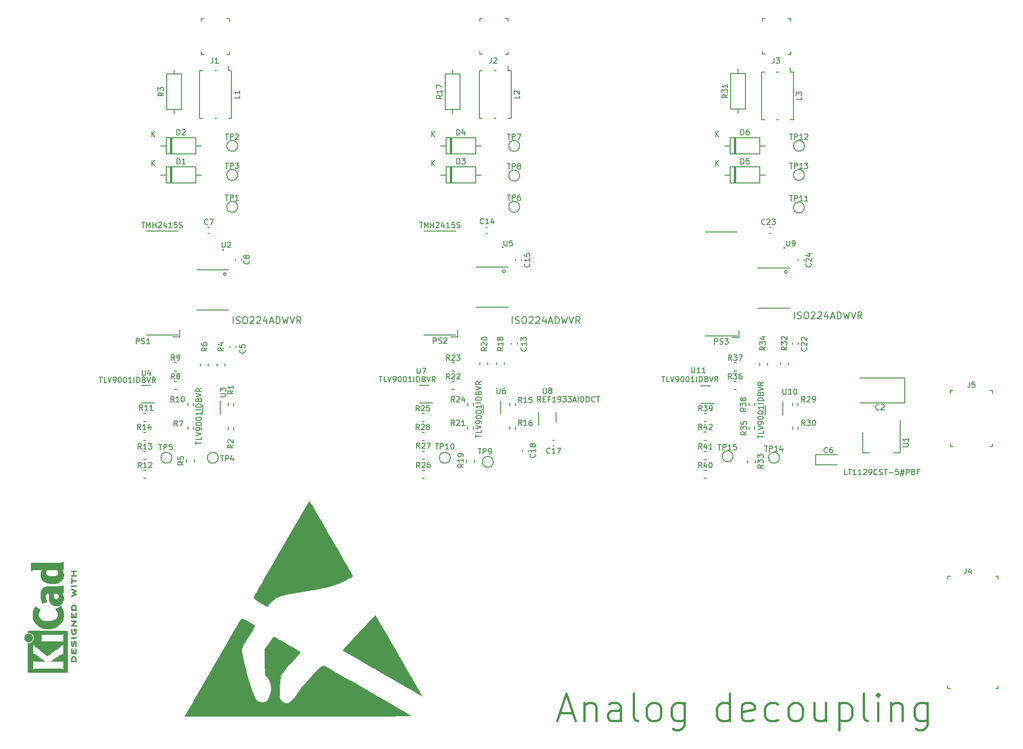
<source format=gbr>
%TF.GenerationSoftware,KiCad,Pcbnew,5.1.10-88a1d61d58~88~ubuntu20.04.1*%
%TF.CreationDate,2021-06-08T11:44:55+07:00*%
%TF.ProjectId,Analog_decoupling,416e616c-6f67-45f6-9465-636f75706c69,rev?*%
%TF.SameCoordinates,Original*%
%TF.FileFunction,Legend,Top*%
%TF.FilePolarity,Positive*%
%FSLAX46Y46*%
G04 Gerber Fmt 4.6, Leading zero omitted, Abs format (unit mm)*
G04 Created by KiCad (PCBNEW 5.1.10-88a1d61d58~88~ubuntu20.04.1) date 2021-06-08 11:44:55*
%MOMM*%
%LPD*%
G01*
G04 APERTURE LIST*
%ADD10C,0.400000*%
%ADD11C,0.150000*%
%ADD12C,0.010000*%
G04 APERTURE END LIST*
D10*
X163548476Y-187523333D02*
X165929428Y-187523333D01*
X163072285Y-188951904D02*
X164738952Y-183951904D01*
X166405619Y-188951904D01*
X168072285Y-185618571D02*
X168072285Y-188951904D01*
X168072285Y-186094761D02*
X168310380Y-185856666D01*
X168786571Y-185618571D01*
X169500857Y-185618571D01*
X169977047Y-185856666D01*
X170215142Y-186332857D01*
X170215142Y-188951904D01*
X174738952Y-188951904D02*
X174738952Y-186332857D01*
X174500857Y-185856666D01*
X174024666Y-185618571D01*
X173072285Y-185618571D01*
X172596095Y-185856666D01*
X174738952Y-188713809D02*
X174262761Y-188951904D01*
X173072285Y-188951904D01*
X172596095Y-188713809D01*
X172358000Y-188237619D01*
X172358000Y-187761428D01*
X172596095Y-187285238D01*
X173072285Y-187047142D01*
X174262761Y-187047142D01*
X174738952Y-186809047D01*
X177834190Y-188951904D02*
X177358000Y-188713809D01*
X177119904Y-188237619D01*
X177119904Y-183951904D01*
X180453238Y-188951904D02*
X179977047Y-188713809D01*
X179738952Y-188475714D01*
X179500857Y-187999523D01*
X179500857Y-186570952D01*
X179738952Y-186094761D01*
X179977047Y-185856666D01*
X180453238Y-185618571D01*
X181167523Y-185618571D01*
X181643714Y-185856666D01*
X181881809Y-186094761D01*
X182119904Y-186570952D01*
X182119904Y-187999523D01*
X181881809Y-188475714D01*
X181643714Y-188713809D01*
X181167523Y-188951904D01*
X180453238Y-188951904D01*
X186405619Y-185618571D02*
X186405619Y-189666190D01*
X186167523Y-190142380D01*
X185929428Y-190380476D01*
X185453238Y-190618571D01*
X184738952Y-190618571D01*
X184262761Y-190380476D01*
X186405619Y-188713809D02*
X185929428Y-188951904D01*
X184977047Y-188951904D01*
X184500857Y-188713809D01*
X184262761Y-188475714D01*
X184024666Y-187999523D01*
X184024666Y-186570952D01*
X184262761Y-186094761D01*
X184500857Y-185856666D01*
X184977047Y-185618571D01*
X185929428Y-185618571D01*
X186405619Y-185856666D01*
X194738952Y-188951904D02*
X194738952Y-183951904D01*
X194738952Y-188713809D02*
X194262761Y-188951904D01*
X193310380Y-188951904D01*
X192834190Y-188713809D01*
X192596095Y-188475714D01*
X192357999Y-187999523D01*
X192357999Y-186570952D01*
X192596095Y-186094761D01*
X192834190Y-185856666D01*
X193310380Y-185618571D01*
X194262761Y-185618571D01*
X194738952Y-185856666D01*
X199024666Y-188713809D02*
X198548476Y-188951904D01*
X197596095Y-188951904D01*
X197119904Y-188713809D01*
X196881809Y-188237619D01*
X196881809Y-186332857D01*
X197119904Y-185856666D01*
X197596095Y-185618571D01*
X198548476Y-185618571D01*
X199024666Y-185856666D01*
X199262761Y-186332857D01*
X199262761Y-186809047D01*
X196881809Y-187285238D01*
X203548476Y-188713809D02*
X203072285Y-188951904D01*
X202119904Y-188951904D01*
X201643714Y-188713809D01*
X201405619Y-188475714D01*
X201167523Y-187999523D01*
X201167523Y-186570952D01*
X201405619Y-186094761D01*
X201643714Y-185856666D01*
X202119904Y-185618571D01*
X203072285Y-185618571D01*
X203548476Y-185856666D01*
X206405619Y-188951904D02*
X205929428Y-188713809D01*
X205691333Y-188475714D01*
X205453238Y-187999523D01*
X205453238Y-186570952D01*
X205691333Y-186094761D01*
X205929428Y-185856666D01*
X206405619Y-185618571D01*
X207119904Y-185618571D01*
X207596095Y-185856666D01*
X207834190Y-186094761D01*
X208072285Y-186570952D01*
X208072285Y-187999523D01*
X207834190Y-188475714D01*
X207596095Y-188713809D01*
X207119904Y-188951904D01*
X206405619Y-188951904D01*
X212357999Y-185618571D02*
X212357999Y-188951904D01*
X210215142Y-185618571D02*
X210215142Y-188237619D01*
X210453238Y-188713809D01*
X210929428Y-188951904D01*
X211643714Y-188951904D01*
X212119904Y-188713809D01*
X212357999Y-188475714D01*
X214738952Y-185618571D02*
X214738952Y-190618571D01*
X214738952Y-185856666D02*
X215215142Y-185618571D01*
X216167523Y-185618571D01*
X216643714Y-185856666D01*
X216881809Y-186094761D01*
X217119904Y-186570952D01*
X217119904Y-187999523D01*
X216881809Y-188475714D01*
X216643714Y-188713809D01*
X216167523Y-188951904D01*
X215215142Y-188951904D01*
X214738952Y-188713809D01*
X219977047Y-188951904D02*
X219500857Y-188713809D01*
X219262761Y-188237619D01*
X219262761Y-183951904D01*
X221881809Y-188951904D02*
X221881809Y-185618571D01*
X221881809Y-183951904D02*
X221643714Y-184190000D01*
X221881809Y-184428095D01*
X222119904Y-184190000D01*
X221881809Y-183951904D01*
X221881809Y-184428095D01*
X224262761Y-185618571D02*
X224262761Y-188951904D01*
X224262761Y-186094761D02*
X224500857Y-185856666D01*
X224977047Y-185618571D01*
X225691333Y-185618571D01*
X226167523Y-185856666D01*
X226405619Y-186332857D01*
X226405619Y-188951904D01*
X230929428Y-185618571D02*
X230929428Y-189666190D01*
X230691333Y-190142380D01*
X230453238Y-190380476D01*
X229977047Y-190618571D01*
X229262761Y-190618571D01*
X228786571Y-190380476D01*
X230929428Y-188713809D02*
X230453238Y-188951904D01*
X229500857Y-188951904D01*
X229024666Y-188713809D01*
X228786571Y-188475714D01*
X228548476Y-187999523D01*
X228548476Y-186570952D01*
X228786571Y-186094761D01*
X229024666Y-185856666D01*
X229500857Y-185618571D01*
X230453238Y-185618571D01*
X230929428Y-185856666D01*
D11*
%TO.C,U9*%
X204849000Y-102273513D02*
G75*
G03*
X204849000Y-102273513I-125000J0D01*
G01*
X205244000Y-106677441D02*
G75*
G03*
X205244000Y-106677441I-250000J0D01*
G01*
X205744000Y-113274559D02*
X199894000Y-113274559D01*
X199894000Y-105927441D02*
X205744000Y-105927441D01*
%TO.C,PS3*%
X196070000Y-99333000D02*
X190260000Y-99333000D01*
X190260000Y-118353000D02*
X196070000Y-118353000D01*
X195120000Y-118653000D02*
X196370000Y-118653000D01*
X196370000Y-118653000D02*
X196370000Y-117403000D01*
%TO.C,U5*%
X153160000Y-102146513D02*
G75*
G03*
X153160000Y-102146513I-125000J0D01*
G01*
X153555000Y-106550441D02*
G75*
G03*
X153555000Y-106550441I-250000J0D01*
G01*
X154055000Y-113147559D02*
X148205000Y-113147559D01*
X148205000Y-105800441D02*
X154055000Y-105800441D01*
%TO.C,PS2*%
X144508000Y-99206000D02*
X138698000Y-99206000D01*
X138698000Y-118226000D02*
X144508000Y-118226000D01*
X143558000Y-118526000D02*
X144808000Y-118526000D01*
X144808000Y-118526000D02*
X144808000Y-117276000D01*
%TO.C,U2*%
X101979000Y-102654513D02*
G75*
G03*
X101979000Y-102654513I-125000J0D01*
G01*
X102374000Y-107058441D02*
G75*
G03*
X102374000Y-107058441I-250000J0D01*
G01*
X102874000Y-113655559D02*
X97024000Y-113655559D01*
X97024000Y-106308441D02*
X102874000Y-106308441D01*
%TO.C,PS1*%
X93581000Y-99206000D02*
X87771000Y-99206000D01*
X87771000Y-118226000D02*
X93581000Y-118226000D01*
X92631000Y-118526000D02*
X93881000Y-118526000D01*
X93881000Y-118526000D02*
X93881000Y-117276000D01*
D12*
%TO.C,REF\u002A\u002A*%
G36*
X66003660Y-177796089D02*
G01*
X66003707Y-177446540D01*
X66003714Y-177283830D01*
X66003715Y-174679429D01*
X66157238Y-174679429D01*
X66344063Y-174663043D01*
X66516367Y-174613588D01*
X66675175Y-174530620D01*
X66821510Y-174413695D01*
X66861032Y-174374136D01*
X66973138Y-174231830D01*
X67054899Y-174074922D01*
X67106353Y-173908072D01*
X67127537Y-173735939D01*
X67118487Y-173563185D01*
X67079242Y-173394470D01*
X67009838Y-173234454D01*
X66910311Y-173087798D01*
X66850265Y-173021932D01*
X66703043Y-172899192D01*
X66541147Y-172809188D01*
X66366427Y-172752706D01*
X66180735Y-172730529D01*
X66162467Y-172730234D01*
X66003720Y-172729072D01*
X66003717Y-172659300D01*
X66012118Y-172597405D01*
X66032556Y-172540865D01*
X66034667Y-172537128D01*
X66041293Y-172524358D01*
X66046454Y-172512632D01*
X66051651Y-172501906D01*
X66058390Y-172492139D01*
X66068171Y-172483288D01*
X66082500Y-172475311D01*
X66102878Y-172468165D01*
X66130808Y-172461808D01*
X66167795Y-172456198D01*
X66215340Y-172451293D01*
X66274947Y-172447049D01*
X66348119Y-172443424D01*
X66436359Y-172440377D01*
X66541170Y-172437864D01*
X66664055Y-172435844D01*
X66806517Y-172434274D01*
X66970060Y-172433112D01*
X67156186Y-172432314D01*
X67366398Y-172431840D01*
X67602200Y-172431646D01*
X67865094Y-172431690D01*
X68156584Y-172431930D01*
X68478172Y-172432323D01*
X68831362Y-172432827D01*
X69217657Y-172433400D01*
X69638560Y-172433999D01*
X69689840Y-172434068D01*
X70113426Y-172434605D01*
X70502230Y-172435061D01*
X70857753Y-172435484D01*
X71181498Y-172435921D01*
X71474966Y-172436422D01*
X71739661Y-172437035D01*
X71977085Y-172437808D01*
X72188740Y-172438789D01*
X72376129Y-172440026D01*
X72540754Y-172441568D01*
X72684117Y-172443463D01*
X72807720Y-172445759D01*
X72913067Y-172448504D01*
X73001659Y-172451747D01*
X73075000Y-172455536D01*
X73134590Y-172459919D01*
X73181933Y-172464945D01*
X73218531Y-172470661D01*
X73245886Y-172477116D01*
X73265502Y-172484359D01*
X73278879Y-172492437D01*
X73287521Y-172501398D01*
X73292930Y-172511292D01*
X73296608Y-172522165D01*
X73300058Y-172534067D01*
X73304782Y-172547046D01*
X73306220Y-172550217D01*
X73309451Y-172560181D01*
X73312420Y-172576859D01*
X73315137Y-172601707D01*
X73317613Y-172636180D01*
X73319858Y-172681736D01*
X73321883Y-172739830D01*
X73323698Y-172811919D01*
X73325315Y-172899458D01*
X73326743Y-173003905D01*
X73327993Y-173126715D01*
X73329076Y-173269345D01*
X73330002Y-173433251D01*
X73330782Y-173619890D01*
X73331426Y-173830716D01*
X73331946Y-174067188D01*
X73332351Y-174330761D01*
X73332652Y-174622890D01*
X73332860Y-174945034D01*
X73332985Y-175298647D01*
X73333038Y-175685186D01*
X73333029Y-176106108D01*
X73333016Y-176242456D01*
X73332947Y-176672716D01*
X73332834Y-177068164D01*
X73332665Y-177430273D01*
X73332430Y-177760517D01*
X73332116Y-178060371D01*
X73331713Y-178331308D01*
X73331207Y-178574800D01*
X73330589Y-178792323D01*
X73329846Y-178985350D01*
X73328968Y-179155354D01*
X73327941Y-179303810D01*
X73326756Y-179432190D01*
X73325400Y-179541969D01*
X73323862Y-179634620D01*
X73322130Y-179711617D01*
X73320194Y-179774434D01*
X73318040Y-179824544D01*
X73315659Y-179863421D01*
X73313037Y-179892538D01*
X73310165Y-179913371D01*
X73307030Y-179927391D01*
X73304159Y-179935034D01*
X73298430Y-179948618D01*
X73294206Y-179961090D01*
X73289985Y-179972498D01*
X73284268Y-179982889D01*
X73275555Y-179992309D01*
X73262345Y-180000808D01*
X73243137Y-180008430D01*
X73216433Y-180015225D01*
X73180730Y-180021238D01*
X73134530Y-180026517D01*
X73076332Y-180031110D01*
X73004635Y-180035064D01*
X72917940Y-180038425D01*
X72814746Y-180041241D01*
X72693553Y-180043560D01*
X72552860Y-180045428D01*
X72498857Y-180045916D01*
X72498857Y-179561704D01*
X72498857Y-177850256D01*
X72448964Y-177883187D01*
X72397693Y-177915947D01*
X72348869Y-177943689D01*
X72299076Y-177966807D01*
X72244898Y-177985697D01*
X72182916Y-178000751D01*
X72109715Y-178012367D01*
X72021878Y-178020936D01*
X71915988Y-178026856D01*
X71788628Y-178030519D01*
X71636381Y-178032321D01*
X71455832Y-178032656D01*
X71243562Y-178031919D01*
X71164755Y-178031501D01*
X70319911Y-178026786D01*
X71048557Y-177491572D01*
X71255265Y-177339946D01*
X71435260Y-177208581D01*
X71590925Y-177096057D01*
X71724647Y-177000957D01*
X71838809Y-176921862D01*
X71935797Y-176857353D01*
X72017994Y-176806012D01*
X72087786Y-176766420D01*
X72147558Y-176737160D01*
X72199693Y-176716812D01*
X72246576Y-176703958D01*
X72290593Y-176697181D01*
X72334127Y-176695060D01*
X72379564Y-176696179D01*
X72385275Y-176696464D01*
X72498933Y-176702357D01*
X72498857Y-174826771D01*
X72358189Y-174966278D01*
X72319715Y-175004135D01*
X72282279Y-175040047D01*
X72243814Y-175075593D01*
X72202258Y-175112347D01*
X72155545Y-175151886D01*
X72101610Y-175195786D01*
X72038390Y-175245623D01*
X71963818Y-175302972D01*
X71875832Y-175369411D01*
X71772365Y-175446515D01*
X71651354Y-175535861D01*
X71510734Y-175639024D01*
X71348440Y-175757580D01*
X71162407Y-175893105D01*
X70950571Y-176047177D01*
X70776804Y-176173462D01*
X70558501Y-176331954D01*
X70367629Y-176470216D01*
X70202374Y-176589499D01*
X70060926Y-176691057D01*
X69941471Y-176776141D01*
X69842198Y-176846005D01*
X69761295Y-176901900D01*
X69696949Y-176945080D01*
X69647347Y-176976797D01*
X69610679Y-176998302D01*
X69585132Y-177010850D01*
X69568893Y-177015692D01*
X69560355Y-177014237D01*
X69537635Y-176996599D01*
X69489543Y-176958466D01*
X69418938Y-176902138D01*
X69328678Y-176829916D01*
X69221621Y-176744101D01*
X69100627Y-176646994D01*
X68968554Y-176540896D01*
X68828260Y-176428109D01*
X68682603Y-176310932D01*
X68534444Y-176191667D01*
X68453000Y-176126067D01*
X68453000Y-174497314D01*
X68575465Y-174429621D01*
X68697929Y-174361929D01*
X72253929Y-174361929D01*
X72376393Y-174429621D01*
X72498857Y-174497314D01*
X72498857Y-173696559D01*
X72498802Y-173505398D01*
X72498551Y-173347501D01*
X72497979Y-173219848D01*
X72496959Y-173119419D01*
X72495365Y-173043193D01*
X72493070Y-172988148D01*
X72489950Y-172951264D01*
X72485877Y-172929521D01*
X72480725Y-172919898D01*
X72474367Y-172919373D01*
X72466679Y-172924926D01*
X72466615Y-172924984D01*
X72433524Y-172947860D01*
X72379719Y-172978151D01*
X72326008Y-173004903D01*
X72217643Y-173055643D01*
X70335322Y-173060818D01*
X68453000Y-173065993D01*
X68453000Y-174497314D01*
X68453000Y-176126067D01*
X68386639Y-176072615D01*
X68242047Y-175956077D01*
X68103528Y-175844354D01*
X67973939Y-175739746D01*
X67856140Y-175644556D01*
X67752988Y-175561083D01*
X67667343Y-175491629D01*
X67602062Y-175438494D01*
X67564000Y-175407285D01*
X67421670Y-175286097D01*
X67293230Y-175169507D01*
X67182886Y-175061603D01*
X67094841Y-174966470D01*
X67040862Y-174898957D01*
X66983429Y-174819127D01*
X66983429Y-176655108D01*
X67091165Y-176654592D01*
X67170372Y-176659724D01*
X67243805Y-176679015D01*
X67313415Y-176708877D01*
X67352741Y-176728288D01*
X67391707Y-176749159D01*
X67432901Y-176773396D01*
X67478908Y-176802906D01*
X67532317Y-176839594D01*
X67595714Y-176885368D01*
X67671685Y-176942135D01*
X67762817Y-177011800D01*
X67871698Y-177096270D01*
X68000914Y-177197453D01*
X68153052Y-177317253D01*
X68330698Y-177457579D01*
X68350742Y-177473429D01*
X69050508Y-178026786D01*
X68275504Y-178032143D01*
X68043368Y-178033221D01*
X67846846Y-178032992D01*
X67685292Y-178031443D01*
X67558056Y-178028563D01*
X67464492Y-178024341D01*
X67403952Y-178018766D01*
X67392468Y-178016893D01*
X67271499Y-177987495D01*
X67162446Y-177948978D01*
X67074763Y-177905026D01*
X67037574Y-177878621D01*
X66983429Y-177833060D01*
X66983429Y-178697530D01*
X66983605Y-178903745D01*
X66984179Y-179076188D01*
X66985217Y-179217373D01*
X66986787Y-179329812D01*
X66988954Y-179416017D01*
X66991788Y-179478502D01*
X66995353Y-179519779D01*
X66999718Y-179542360D01*
X67004949Y-179548759D01*
X67006107Y-179548317D01*
X67033769Y-179529991D01*
X67077615Y-179499396D01*
X67099791Y-179483567D01*
X67121920Y-179467202D01*
X67141709Y-179452492D01*
X67161106Y-179439344D01*
X67182058Y-179427667D01*
X67206512Y-179417368D01*
X67236416Y-179408354D01*
X67273717Y-179400532D01*
X67320363Y-179393809D01*
X67378301Y-179388094D01*
X67449479Y-179383293D01*
X67535844Y-179379315D01*
X67639344Y-179376065D01*
X67761925Y-179373452D01*
X67905537Y-179371383D01*
X68072125Y-179369766D01*
X68263637Y-179368507D01*
X68482022Y-179367515D01*
X68729226Y-179366696D01*
X69007196Y-179365958D01*
X69317881Y-179365209D01*
X69603300Y-179364508D01*
X69921492Y-179363847D01*
X70225077Y-179363503D01*
X70512115Y-179363468D01*
X70780669Y-179363732D01*
X71028798Y-179364285D01*
X71254563Y-179365120D01*
X71456026Y-179366227D01*
X71631246Y-179367596D01*
X71778286Y-179369219D01*
X71895206Y-179371087D01*
X71980067Y-179373189D01*
X72030929Y-179375518D01*
X72036304Y-179375959D01*
X72159613Y-179392008D01*
X72258644Y-179417064D01*
X72345070Y-179455221D01*
X72430565Y-179510572D01*
X72439893Y-179517496D01*
X72498857Y-179561704D01*
X72498857Y-180045916D01*
X72391168Y-180046892D01*
X72206976Y-180048001D01*
X71998784Y-180048801D01*
X71765091Y-180049339D01*
X71504398Y-180049662D01*
X71215204Y-180049817D01*
X70896009Y-180049854D01*
X70545313Y-180049817D01*
X70161614Y-180049755D01*
X69743414Y-180049715D01*
X69660393Y-180049714D01*
X69237789Y-180049691D01*
X68849981Y-180049612D01*
X68495480Y-180049467D01*
X68172797Y-180049244D01*
X67880442Y-180048931D01*
X67616927Y-180048517D01*
X67380762Y-180047991D01*
X67170458Y-180047340D01*
X66984526Y-180046553D01*
X66821475Y-180045619D01*
X66679818Y-180044526D01*
X66558064Y-180043263D01*
X66454725Y-180041817D01*
X66368311Y-180040179D01*
X66297333Y-180038334D01*
X66240301Y-180036274D01*
X66195727Y-180033985D01*
X66162121Y-180031456D01*
X66137993Y-180028676D01*
X66121856Y-180025633D01*
X66112218Y-180022316D01*
X66111978Y-180022193D01*
X66097255Y-180015360D01*
X66083926Y-180009670D01*
X66071922Y-180003374D01*
X66061173Y-179994728D01*
X66051611Y-179981986D01*
X66043167Y-179963400D01*
X66035771Y-179937226D01*
X66029354Y-179901716D01*
X66023848Y-179855125D01*
X66019183Y-179795707D01*
X66015291Y-179721715D01*
X66012102Y-179631403D01*
X66009547Y-179523025D01*
X66007558Y-179394835D01*
X66006065Y-179245087D01*
X66004998Y-179072034D01*
X66004291Y-178873931D01*
X66003872Y-178649031D01*
X66003673Y-178395588D01*
X66003626Y-178111856D01*
X66003660Y-177796089D01*
G37*
X66003660Y-177796089D02*
X66003707Y-177446540D01*
X66003714Y-177283830D01*
X66003715Y-174679429D01*
X66157238Y-174679429D01*
X66344063Y-174663043D01*
X66516367Y-174613588D01*
X66675175Y-174530620D01*
X66821510Y-174413695D01*
X66861032Y-174374136D01*
X66973138Y-174231830D01*
X67054899Y-174074922D01*
X67106353Y-173908072D01*
X67127537Y-173735939D01*
X67118487Y-173563185D01*
X67079242Y-173394470D01*
X67009838Y-173234454D01*
X66910311Y-173087798D01*
X66850265Y-173021932D01*
X66703043Y-172899192D01*
X66541147Y-172809188D01*
X66366427Y-172752706D01*
X66180735Y-172730529D01*
X66162467Y-172730234D01*
X66003720Y-172729072D01*
X66003717Y-172659300D01*
X66012118Y-172597405D01*
X66032556Y-172540865D01*
X66034667Y-172537128D01*
X66041293Y-172524358D01*
X66046454Y-172512632D01*
X66051651Y-172501906D01*
X66058390Y-172492139D01*
X66068171Y-172483288D01*
X66082500Y-172475311D01*
X66102878Y-172468165D01*
X66130808Y-172461808D01*
X66167795Y-172456198D01*
X66215340Y-172451293D01*
X66274947Y-172447049D01*
X66348119Y-172443424D01*
X66436359Y-172440377D01*
X66541170Y-172437864D01*
X66664055Y-172435844D01*
X66806517Y-172434274D01*
X66970060Y-172433112D01*
X67156186Y-172432314D01*
X67366398Y-172431840D01*
X67602200Y-172431646D01*
X67865094Y-172431690D01*
X68156584Y-172431930D01*
X68478172Y-172432323D01*
X68831362Y-172432827D01*
X69217657Y-172433400D01*
X69638560Y-172433999D01*
X69689840Y-172434068D01*
X70113426Y-172434605D01*
X70502230Y-172435061D01*
X70857753Y-172435484D01*
X71181498Y-172435921D01*
X71474966Y-172436422D01*
X71739661Y-172437035D01*
X71977085Y-172437808D01*
X72188740Y-172438789D01*
X72376129Y-172440026D01*
X72540754Y-172441568D01*
X72684117Y-172443463D01*
X72807720Y-172445759D01*
X72913067Y-172448504D01*
X73001659Y-172451747D01*
X73075000Y-172455536D01*
X73134590Y-172459919D01*
X73181933Y-172464945D01*
X73218531Y-172470661D01*
X73245886Y-172477116D01*
X73265502Y-172484359D01*
X73278879Y-172492437D01*
X73287521Y-172501398D01*
X73292930Y-172511292D01*
X73296608Y-172522165D01*
X73300058Y-172534067D01*
X73304782Y-172547046D01*
X73306220Y-172550217D01*
X73309451Y-172560181D01*
X73312420Y-172576859D01*
X73315137Y-172601707D01*
X73317613Y-172636180D01*
X73319858Y-172681736D01*
X73321883Y-172739830D01*
X73323698Y-172811919D01*
X73325315Y-172899458D01*
X73326743Y-173003905D01*
X73327993Y-173126715D01*
X73329076Y-173269345D01*
X73330002Y-173433251D01*
X73330782Y-173619890D01*
X73331426Y-173830716D01*
X73331946Y-174067188D01*
X73332351Y-174330761D01*
X73332652Y-174622890D01*
X73332860Y-174945034D01*
X73332985Y-175298647D01*
X73333038Y-175685186D01*
X73333029Y-176106108D01*
X73333016Y-176242456D01*
X73332947Y-176672716D01*
X73332834Y-177068164D01*
X73332665Y-177430273D01*
X73332430Y-177760517D01*
X73332116Y-178060371D01*
X73331713Y-178331308D01*
X73331207Y-178574800D01*
X73330589Y-178792323D01*
X73329846Y-178985350D01*
X73328968Y-179155354D01*
X73327941Y-179303810D01*
X73326756Y-179432190D01*
X73325400Y-179541969D01*
X73323862Y-179634620D01*
X73322130Y-179711617D01*
X73320194Y-179774434D01*
X73318040Y-179824544D01*
X73315659Y-179863421D01*
X73313037Y-179892538D01*
X73310165Y-179913371D01*
X73307030Y-179927391D01*
X73304159Y-179935034D01*
X73298430Y-179948618D01*
X73294206Y-179961090D01*
X73289985Y-179972498D01*
X73284268Y-179982889D01*
X73275555Y-179992309D01*
X73262345Y-180000808D01*
X73243137Y-180008430D01*
X73216433Y-180015225D01*
X73180730Y-180021238D01*
X73134530Y-180026517D01*
X73076332Y-180031110D01*
X73004635Y-180035064D01*
X72917940Y-180038425D01*
X72814746Y-180041241D01*
X72693553Y-180043560D01*
X72552860Y-180045428D01*
X72498857Y-180045916D01*
X72498857Y-179561704D01*
X72498857Y-177850256D01*
X72448964Y-177883187D01*
X72397693Y-177915947D01*
X72348869Y-177943689D01*
X72299076Y-177966807D01*
X72244898Y-177985697D01*
X72182916Y-178000751D01*
X72109715Y-178012367D01*
X72021878Y-178020936D01*
X71915988Y-178026856D01*
X71788628Y-178030519D01*
X71636381Y-178032321D01*
X71455832Y-178032656D01*
X71243562Y-178031919D01*
X71164755Y-178031501D01*
X70319911Y-178026786D01*
X71048557Y-177491572D01*
X71255265Y-177339946D01*
X71435260Y-177208581D01*
X71590925Y-177096057D01*
X71724647Y-177000957D01*
X71838809Y-176921862D01*
X71935797Y-176857353D01*
X72017994Y-176806012D01*
X72087786Y-176766420D01*
X72147558Y-176737160D01*
X72199693Y-176716812D01*
X72246576Y-176703958D01*
X72290593Y-176697181D01*
X72334127Y-176695060D01*
X72379564Y-176696179D01*
X72385275Y-176696464D01*
X72498933Y-176702357D01*
X72498857Y-174826771D01*
X72358189Y-174966278D01*
X72319715Y-175004135D01*
X72282279Y-175040047D01*
X72243814Y-175075593D01*
X72202258Y-175112347D01*
X72155545Y-175151886D01*
X72101610Y-175195786D01*
X72038390Y-175245623D01*
X71963818Y-175302972D01*
X71875832Y-175369411D01*
X71772365Y-175446515D01*
X71651354Y-175535861D01*
X71510734Y-175639024D01*
X71348440Y-175757580D01*
X71162407Y-175893105D01*
X70950571Y-176047177D01*
X70776804Y-176173462D01*
X70558501Y-176331954D01*
X70367629Y-176470216D01*
X70202374Y-176589499D01*
X70060926Y-176691057D01*
X69941471Y-176776141D01*
X69842198Y-176846005D01*
X69761295Y-176901900D01*
X69696949Y-176945080D01*
X69647347Y-176976797D01*
X69610679Y-176998302D01*
X69585132Y-177010850D01*
X69568893Y-177015692D01*
X69560355Y-177014237D01*
X69537635Y-176996599D01*
X69489543Y-176958466D01*
X69418938Y-176902138D01*
X69328678Y-176829916D01*
X69221621Y-176744101D01*
X69100627Y-176646994D01*
X68968554Y-176540896D01*
X68828260Y-176428109D01*
X68682603Y-176310932D01*
X68534444Y-176191667D01*
X68453000Y-176126067D01*
X68453000Y-174497314D01*
X68575465Y-174429621D01*
X68697929Y-174361929D01*
X72253929Y-174361929D01*
X72376393Y-174429621D01*
X72498857Y-174497314D01*
X72498857Y-173696559D01*
X72498802Y-173505398D01*
X72498551Y-173347501D01*
X72497979Y-173219848D01*
X72496959Y-173119419D01*
X72495365Y-173043193D01*
X72493070Y-172988148D01*
X72489950Y-172951264D01*
X72485877Y-172929521D01*
X72480725Y-172919898D01*
X72474367Y-172919373D01*
X72466679Y-172924926D01*
X72466615Y-172924984D01*
X72433524Y-172947860D01*
X72379719Y-172978151D01*
X72326008Y-173004903D01*
X72217643Y-173055643D01*
X70335322Y-173060818D01*
X68453000Y-173065993D01*
X68453000Y-174497314D01*
X68453000Y-176126067D01*
X68386639Y-176072615D01*
X68242047Y-175956077D01*
X68103528Y-175844354D01*
X67973939Y-175739746D01*
X67856140Y-175644556D01*
X67752988Y-175561083D01*
X67667343Y-175491629D01*
X67602062Y-175438494D01*
X67564000Y-175407285D01*
X67421670Y-175286097D01*
X67293230Y-175169507D01*
X67182886Y-175061603D01*
X67094841Y-174966470D01*
X67040862Y-174898957D01*
X66983429Y-174819127D01*
X66983429Y-176655108D01*
X67091165Y-176654592D01*
X67170372Y-176659724D01*
X67243805Y-176679015D01*
X67313415Y-176708877D01*
X67352741Y-176728288D01*
X67391707Y-176749159D01*
X67432901Y-176773396D01*
X67478908Y-176802906D01*
X67532317Y-176839594D01*
X67595714Y-176885368D01*
X67671685Y-176942135D01*
X67762817Y-177011800D01*
X67871698Y-177096270D01*
X68000914Y-177197453D01*
X68153052Y-177317253D01*
X68330698Y-177457579D01*
X68350742Y-177473429D01*
X69050508Y-178026786D01*
X68275504Y-178032143D01*
X68043368Y-178033221D01*
X67846846Y-178032992D01*
X67685292Y-178031443D01*
X67558056Y-178028563D01*
X67464492Y-178024341D01*
X67403952Y-178018766D01*
X67392468Y-178016893D01*
X67271499Y-177987495D01*
X67162446Y-177948978D01*
X67074763Y-177905026D01*
X67037574Y-177878621D01*
X66983429Y-177833060D01*
X66983429Y-178697530D01*
X66983605Y-178903745D01*
X66984179Y-179076188D01*
X66985217Y-179217373D01*
X66986787Y-179329812D01*
X66988954Y-179416017D01*
X66991788Y-179478502D01*
X66995353Y-179519779D01*
X66999718Y-179542360D01*
X67004949Y-179548759D01*
X67006107Y-179548317D01*
X67033769Y-179529991D01*
X67077615Y-179499396D01*
X67099791Y-179483567D01*
X67121920Y-179467202D01*
X67141709Y-179452492D01*
X67161106Y-179439344D01*
X67182058Y-179427667D01*
X67206512Y-179417368D01*
X67236416Y-179408354D01*
X67273717Y-179400532D01*
X67320363Y-179393809D01*
X67378301Y-179388094D01*
X67449479Y-179383293D01*
X67535844Y-179379315D01*
X67639344Y-179376065D01*
X67761925Y-179373452D01*
X67905537Y-179371383D01*
X68072125Y-179369766D01*
X68263637Y-179368507D01*
X68482022Y-179367515D01*
X68729226Y-179366696D01*
X69007196Y-179365958D01*
X69317881Y-179365209D01*
X69603300Y-179364508D01*
X69921492Y-179363847D01*
X70225077Y-179363503D01*
X70512115Y-179363468D01*
X70780669Y-179363732D01*
X71028798Y-179364285D01*
X71254563Y-179365120D01*
X71456026Y-179366227D01*
X71631246Y-179367596D01*
X71778286Y-179369219D01*
X71895206Y-179371087D01*
X71980067Y-179373189D01*
X72030929Y-179375518D01*
X72036304Y-179375959D01*
X72159613Y-179392008D01*
X72258644Y-179417064D01*
X72345070Y-179455221D01*
X72430565Y-179510572D01*
X72439893Y-179517496D01*
X72498857Y-179561704D01*
X72498857Y-180045916D01*
X72391168Y-180046892D01*
X72206976Y-180048001D01*
X71998784Y-180048801D01*
X71765091Y-180049339D01*
X71504398Y-180049662D01*
X71215204Y-180049817D01*
X70896009Y-180049854D01*
X70545313Y-180049817D01*
X70161614Y-180049755D01*
X69743414Y-180049715D01*
X69660393Y-180049714D01*
X69237789Y-180049691D01*
X68849981Y-180049612D01*
X68495480Y-180049467D01*
X68172797Y-180049244D01*
X67880442Y-180048931D01*
X67616927Y-180048517D01*
X67380762Y-180047991D01*
X67170458Y-180047340D01*
X66984526Y-180046553D01*
X66821475Y-180045619D01*
X66679818Y-180044526D01*
X66558064Y-180043263D01*
X66454725Y-180041817D01*
X66368311Y-180040179D01*
X66297333Y-180038334D01*
X66240301Y-180036274D01*
X66195727Y-180033985D01*
X66162121Y-180031456D01*
X66137993Y-180028676D01*
X66121856Y-180025633D01*
X66112218Y-180022316D01*
X66111978Y-180022193D01*
X66097255Y-180015360D01*
X66083926Y-180009670D01*
X66071922Y-180003374D01*
X66061173Y-179994728D01*
X66051611Y-179981986D01*
X66043167Y-179963400D01*
X66035771Y-179937226D01*
X66029354Y-179901716D01*
X66023848Y-179855125D01*
X66019183Y-179795707D01*
X66015291Y-179721715D01*
X66012102Y-179631403D01*
X66009547Y-179523025D01*
X66007558Y-179394835D01*
X66006065Y-179245087D01*
X66004998Y-179072034D01*
X66004291Y-178873931D01*
X66003872Y-178649031D01*
X66003673Y-178395588D01*
X66003626Y-178111856D01*
X66003660Y-177796089D01*
G36*
X66911231Y-169344622D02*
G01*
X66932649Y-169148981D01*
X66970985Y-168959438D01*
X67028238Y-168768283D01*
X67106409Y-168567804D01*
X67207496Y-168350292D01*
X67227076Y-168311120D01*
X67271362Y-168221228D01*
X67311239Y-168136447D01*
X67342898Y-168065145D01*
X67362532Y-168015690D01*
X67365004Y-168008092D01*
X67386817Y-167935286D01*
X67860944Y-168261197D01*
X67976823Y-168340877D01*
X68082694Y-168413728D01*
X68174962Y-168477270D01*
X68250033Y-168529028D01*
X68304313Y-168566523D01*
X68334207Y-168587277D01*
X68338941Y-168590649D01*
X68329042Y-168604345D01*
X68299285Y-168638057D01*
X68255073Y-168685756D01*
X68230084Y-168712080D01*
X68111456Y-168861228D01*
X68021313Y-169028732D01*
X67971936Y-169173072D01*
X67956429Y-169259717D01*
X67946979Y-169368204D01*
X67943761Y-169485773D01*
X67946951Y-169599666D01*
X67956724Y-169697121D01*
X67964209Y-169736010D01*
X68024512Y-169911288D01*
X68116590Y-170069235D01*
X68240273Y-170209732D01*
X68395393Y-170332665D01*
X68581781Y-170437915D01*
X68799270Y-170525365D01*
X69047692Y-170594900D01*
X69260357Y-170636225D01*
X69354241Y-170647006D01*
X69475524Y-170654352D01*
X69615493Y-170658333D01*
X69765431Y-170659021D01*
X69916622Y-170656486D01*
X70060351Y-170650800D01*
X70187903Y-170642033D01*
X70290562Y-170630256D01*
X70306401Y-170627707D01*
X70561536Y-170571519D01*
X70787342Y-170494964D01*
X70984831Y-170397574D01*
X71155014Y-170278886D01*
X71247022Y-170194637D01*
X71371943Y-170043230D01*
X71464540Y-169877183D01*
X71524309Y-169699299D01*
X71550746Y-169512378D01*
X71543348Y-169319222D01*
X71501611Y-169122631D01*
X71460771Y-169006403D01*
X71378990Y-168845562D01*
X71261678Y-168679787D01*
X71182345Y-168586927D01*
X71136429Y-168534786D01*
X71102742Y-168493820D01*
X71086510Y-168470502D01*
X71086015Y-168467607D01*
X71102601Y-168457200D01*
X71146432Y-168430233D01*
X71213748Y-168389004D01*
X71300794Y-168335811D01*
X71403810Y-168272950D01*
X71519041Y-168202719D01*
X71583231Y-168163628D01*
X72073677Y-167865036D01*
X72257915Y-168237839D01*
X72324093Y-168372631D01*
X72376278Y-168481825D01*
X72417060Y-168572093D01*
X72449033Y-168650112D01*
X72474787Y-168722556D01*
X72496914Y-168796099D01*
X72518007Y-168877416D01*
X72536530Y-168955357D01*
X72550863Y-169024634D01*
X72561694Y-169097083D01*
X72569626Y-169179958D01*
X72575258Y-169280512D01*
X72579192Y-169405997D01*
X72580891Y-169490572D01*
X72582050Y-169611246D01*
X72581465Y-169726958D01*
X72579304Y-169830049D01*
X72575732Y-169912862D01*
X72570917Y-169967740D01*
X72570437Y-169970992D01*
X72508786Y-170255957D01*
X72415285Y-170523558D01*
X72289993Y-170773703D01*
X72132974Y-171006296D01*
X71944289Y-171221243D01*
X71724000Y-171418450D01*
X71528214Y-171561273D01*
X71271949Y-171713320D01*
X71001317Y-171836227D01*
X70714149Y-171930590D01*
X70408276Y-171997001D01*
X70081528Y-172036056D01*
X69749739Y-172048360D01*
X69428779Y-172038241D01*
X69132646Y-172006439D01*
X68856345Y-171951946D01*
X68594881Y-171873750D01*
X68343258Y-171770841D01*
X68317190Y-171758553D01*
X68073507Y-171623180D01*
X67841618Y-171456911D01*
X67626323Y-171264459D01*
X67432422Y-171050534D01*
X67264715Y-170819845D01*
X67141696Y-170604891D01*
X67045345Y-170387742D01*
X66975551Y-170170132D01*
X66930413Y-169943638D01*
X66908031Y-169699834D01*
X66904731Y-169554072D01*
X66911231Y-169344622D01*
G37*
X66911231Y-169344622D02*
X66932649Y-169148981D01*
X66970985Y-168959438D01*
X67028238Y-168768283D01*
X67106409Y-168567804D01*
X67207496Y-168350292D01*
X67227076Y-168311120D01*
X67271362Y-168221228D01*
X67311239Y-168136447D01*
X67342898Y-168065145D01*
X67362532Y-168015690D01*
X67365004Y-168008092D01*
X67386817Y-167935286D01*
X67860944Y-168261197D01*
X67976823Y-168340877D01*
X68082694Y-168413728D01*
X68174962Y-168477270D01*
X68250033Y-168529028D01*
X68304313Y-168566523D01*
X68334207Y-168587277D01*
X68338941Y-168590649D01*
X68329042Y-168604345D01*
X68299285Y-168638057D01*
X68255073Y-168685756D01*
X68230084Y-168712080D01*
X68111456Y-168861228D01*
X68021313Y-169028732D01*
X67971936Y-169173072D01*
X67956429Y-169259717D01*
X67946979Y-169368204D01*
X67943761Y-169485773D01*
X67946951Y-169599666D01*
X67956724Y-169697121D01*
X67964209Y-169736010D01*
X68024512Y-169911288D01*
X68116590Y-170069235D01*
X68240273Y-170209732D01*
X68395393Y-170332665D01*
X68581781Y-170437915D01*
X68799270Y-170525365D01*
X69047692Y-170594900D01*
X69260357Y-170636225D01*
X69354241Y-170647006D01*
X69475524Y-170654352D01*
X69615493Y-170658333D01*
X69765431Y-170659021D01*
X69916622Y-170656486D01*
X70060351Y-170650800D01*
X70187903Y-170642033D01*
X70290562Y-170630256D01*
X70306401Y-170627707D01*
X70561536Y-170571519D01*
X70787342Y-170494964D01*
X70984831Y-170397574D01*
X71155014Y-170278886D01*
X71247022Y-170194637D01*
X71371943Y-170043230D01*
X71464540Y-169877183D01*
X71524309Y-169699299D01*
X71550746Y-169512378D01*
X71543348Y-169319222D01*
X71501611Y-169122631D01*
X71460771Y-169006403D01*
X71378990Y-168845562D01*
X71261678Y-168679787D01*
X71182345Y-168586927D01*
X71136429Y-168534786D01*
X71102742Y-168493820D01*
X71086510Y-168470502D01*
X71086015Y-168467607D01*
X71102601Y-168457200D01*
X71146432Y-168430233D01*
X71213748Y-168389004D01*
X71300794Y-168335811D01*
X71403810Y-168272950D01*
X71519041Y-168202719D01*
X71583231Y-168163628D01*
X72073677Y-167865036D01*
X72257915Y-168237839D01*
X72324093Y-168372631D01*
X72376278Y-168481825D01*
X72417060Y-168572093D01*
X72449033Y-168650112D01*
X72474787Y-168722556D01*
X72496914Y-168796099D01*
X72518007Y-168877416D01*
X72536530Y-168955357D01*
X72550863Y-169024634D01*
X72561694Y-169097083D01*
X72569626Y-169179958D01*
X72575258Y-169280512D01*
X72579192Y-169405997D01*
X72580891Y-169490572D01*
X72582050Y-169611246D01*
X72581465Y-169726958D01*
X72579304Y-169830049D01*
X72575732Y-169912862D01*
X72570917Y-169967740D01*
X72570437Y-169970992D01*
X72508786Y-170255957D01*
X72415285Y-170523558D01*
X72289993Y-170773703D01*
X72132974Y-171006296D01*
X71944289Y-171221243D01*
X71724000Y-171418450D01*
X71528214Y-171561273D01*
X71271949Y-171713320D01*
X71001317Y-171836227D01*
X70714149Y-171930590D01*
X70408276Y-171997001D01*
X70081528Y-172036056D01*
X69749739Y-172048360D01*
X69428779Y-172038241D01*
X69132646Y-172006439D01*
X68856345Y-171951946D01*
X68594881Y-171873750D01*
X68343258Y-171770841D01*
X68317190Y-171758553D01*
X68073507Y-171623180D01*
X67841618Y-171456911D01*
X67626323Y-171264459D01*
X67432422Y-171050534D01*
X67264715Y-170819845D01*
X67141696Y-170604891D01*
X67045345Y-170387742D01*
X66975551Y-170170132D01*
X66930413Y-169943638D01*
X66908031Y-169699834D01*
X66904731Y-169554072D01*
X66911231Y-169344622D01*
G36*
X68369730Y-165740368D02*
G01*
X68376535Y-165650477D01*
X68410753Y-165393285D01*
X68465331Y-165165515D01*
X68541020Y-164966057D01*
X68638570Y-164793803D01*
X68758732Y-164647641D01*
X68902258Y-164526464D01*
X69069898Y-164429161D01*
X69251286Y-164358109D01*
X69309146Y-164340073D01*
X69363329Y-164324368D01*
X69416752Y-164310808D01*
X69472333Y-164299208D01*
X69532988Y-164289383D01*
X69601635Y-164281147D01*
X69681190Y-164274316D01*
X69774572Y-164268705D01*
X69884696Y-164264128D01*
X70014481Y-164260400D01*
X70166842Y-164257335D01*
X70344698Y-164254750D01*
X70550965Y-164252458D01*
X70788561Y-164250275D01*
X70974857Y-164248714D01*
X72253929Y-164238215D01*
X72377018Y-164170179D01*
X72436317Y-164137962D01*
X72482377Y-164113988D01*
X72506893Y-164102550D01*
X72508553Y-164102143D01*
X72510454Y-164119625D01*
X72512205Y-164169426D01*
X72513758Y-164247579D01*
X72515062Y-164350118D01*
X72516070Y-164473078D01*
X72516731Y-164612490D01*
X72516997Y-164764389D01*
X72517000Y-164782500D01*
X72517000Y-165462857D01*
X72362786Y-165462857D01*
X72293094Y-165464018D01*
X72239794Y-165467113D01*
X72211217Y-165471568D01*
X72208572Y-165473537D01*
X72219653Y-165491545D01*
X72248736Y-165528607D01*
X72289579Y-165576778D01*
X72290524Y-165577859D01*
X72355971Y-165665765D01*
X72421688Y-165776783D01*
X72481219Y-165898369D01*
X72528109Y-166017979D01*
X72544133Y-166070643D01*
X72564485Y-166175449D01*
X72577472Y-166304050D01*
X72582909Y-166444675D01*
X72580611Y-166585552D01*
X72570392Y-166714907D01*
X72555689Y-166805429D01*
X72490499Y-167027420D01*
X72397594Y-167227271D01*
X72278126Y-167403681D01*
X72133247Y-167555350D01*
X71964110Y-167680976D01*
X71771867Y-167779259D01*
X71655214Y-167821659D01*
X71541833Y-167848232D01*
X71405722Y-167865842D01*
X71259437Y-167873990D01*
X71238151Y-167873722D01*
X71238151Y-166646679D01*
X71346850Y-166636504D01*
X71437185Y-166602622D01*
X71520995Y-166540000D01*
X71545571Y-166515948D01*
X71612011Y-166430449D01*
X71654574Y-166331627D01*
X71675177Y-166213232D01*
X71676694Y-166088555D01*
X71666677Y-165970302D01*
X71647085Y-165879761D01*
X71632370Y-165840440D01*
X71592265Y-165769568D01*
X71535863Y-165694475D01*
X71472561Y-165625962D01*
X71411755Y-165574828D01*
X71389449Y-165561250D01*
X71358212Y-165550695D01*
X71308507Y-165543190D01*
X71235587Y-165538387D01*
X71134703Y-165535935D01*
X71038689Y-165535429D01*
X70926750Y-165535772D01*
X70845809Y-165537157D01*
X70790585Y-165540119D01*
X70755794Y-165545192D01*
X70736154Y-165552910D01*
X70726380Y-165563808D01*
X70724824Y-165567179D01*
X70720029Y-165596471D01*
X70716108Y-165654244D01*
X70713414Y-165732696D01*
X70712299Y-165824026D01*
X70712298Y-165843857D01*
X70714246Y-165965937D01*
X70720041Y-166060251D01*
X70730475Y-166135193D01*
X70745714Y-166197097D01*
X70803784Y-166350651D01*
X70875179Y-166471068D01*
X70961039Y-166559390D01*
X71062507Y-166616661D01*
X71180725Y-166643922D01*
X71238151Y-166646679D01*
X71238151Y-167873722D01*
X71115533Y-167872177D01*
X70986565Y-167859904D01*
X70934460Y-167850330D01*
X70740997Y-167789199D01*
X70562993Y-167696243D01*
X70402155Y-167573217D01*
X70260190Y-167421876D01*
X70138806Y-167243975D01*
X70039709Y-167041268D01*
X69979533Y-166868929D01*
X69947919Y-166753747D01*
X69923354Y-166643577D01*
X69905039Y-166531281D01*
X69892178Y-166409725D01*
X69883972Y-166271771D01*
X69879624Y-166110285D01*
X69878400Y-165964285D01*
X69877215Y-165531355D01*
X69747080Y-165539649D01*
X69605883Y-165563199D01*
X69484518Y-165613297D01*
X69386017Y-165687809D01*
X69313409Y-165784601D01*
X69277979Y-165869829D01*
X69255650Y-165991944D01*
X69252443Y-166137317D01*
X69267177Y-166299133D01*
X69298670Y-166470578D01*
X69345740Y-166644837D01*
X69407203Y-166815096D01*
X69463417Y-166938824D01*
X69492283Y-166998353D01*
X69512443Y-167043758D01*
X69520310Y-167066850D01*
X69520058Y-167068103D01*
X69502437Y-167076071D01*
X69455733Y-167095969D01*
X69384418Y-167125923D01*
X69292969Y-167164061D01*
X69185859Y-167208512D01*
X69076549Y-167253695D01*
X68638740Y-167434333D01*
X68617636Y-167305845D01*
X68607047Y-167250154D01*
X68589263Y-167166436D01*
X68565898Y-167061861D01*
X68538565Y-166943601D01*
X68508881Y-166818828D01*
X68496818Y-166769143D01*
X68446962Y-166554193D01*
X68409584Y-166366005D01*
X68383927Y-166197554D01*
X68369235Y-166041814D01*
X68364755Y-165891760D01*
X68369730Y-165740368D01*
G37*
X68369730Y-165740368D02*
X68376535Y-165650477D01*
X68410753Y-165393285D01*
X68465331Y-165165515D01*
X68541020Y-164966057D01*
X68638570Y-164793803D01*
X68758732Y-164647641D01*
X68902258Y-164526464D01*
X69069898Y-164429161D01*
X69251286Y-164358109D01*
X69309146Y-164340073D01*
X69363329Y-164324368D01*
X69416752Y-164310808D01*
X69472333Y-164299208D01*
X69532988Y-164289383D01*
X69601635Y-164281147D01*
X69681190Y-164274316D01*
X69774572Y-164268705D01*
X69884696Y-164264128D01*
X70014481Y-164260400D01*
X70166842Y-164257335D01*
X70344698Y-164254750D01*
X70550965Y-164252458D01*
X70788561Y-164250275D01*
X70974857Y-164248714D01*
X72253929Y-164238215D01*
X72377018Y-164170179D01*
X72436317Y-164137962D01*
X72482377Y-164113988D01*
X72506893Y-164102550D01*
X72508553Y-164102143D01*
X72510454Y-164119625D01*
X72512205Y-164169426D01*
X72513758Y-164247579D01*
X72515062Y-164350118D01*
X72516070Y-164473078D01*
X72516731Y-164612490D01*
X72516997Y-164764389D01*
X72517000Y-164782500D01*
X72517000Y-165462857D01*
X72362786Y-165462857D01*
X72293094Y-165464018D01*
X72239794Y-165467113D01*
X72211217Y-165471568D01*
X72208572Y-165473537D01*
X72219653Y-165491545D01*
X72248736Y-165528607D01*
X72289579Y-165576778D01*
X72290524Y-165577859D01*
X72355971Y-165665765D01*
X72421688Y-165776783D01*
X72481219Y-165898369D01*
X72528109Y-166017979D01*
X72544133Y-166070643D01*
X72564485Y-166175449D01*
X72577472Y-166304050D01*
X72582909Y-166444675D01*
X72580611Y-166585552D01*
X72570392Y-166714907D01*
X72555689Y-166805429D01*
X72490499Y-167027420D01*
X72397594Y-167227271D01*
X72278126Y-167403681D01*
X72133247Y-167555350D01*
X71964110Y-167680976D01*
X71771867Y-167779259D01*
X71655214Y-167821659D01*
X71541833Y-167848232D01*
X71405722Y-167865842D01*
X71259437Y-167873990D01*
X71238151Y-167873722D01*
X71238151Y-166646679D01*
X71346850Y-166636504D01*
X71437185Y-166602622D01*
X71520995Y-166540000D01*
X71545571Y-166515948D01*
X71612011Y-166430449D01*
X71654574Y-166331627D01*
X71675177Y-166213232D01*
X71676694Y-166088555D01*
X71666677Y-165970302D01*
X71647085Y-165879761D01*
X71632370Y-165840440D01*
X71592265Y-165769568D01*
X71535863Y-165694475D01*
X71472561Y-165625962D01*
X71411755Y-165574828D01*
X71389449Y-165561250D01*
X71358212Y-165550695D01*
X71308507Y-165543190D01*
X71235587Y-165538387D01*
X71134703Y-165535935D01*
X71038689Y-165535429D01*
X70926750Y-165535772D01*
X70845809Y-165537157D01*
X70790585Y-165540119D01*
X70755794Y-165545192D01*
X70736154Y-165552910D01*
X70726380Y-165563808D01*
X70724824Y-165567179D01*
X70720029Y-165596471D01*
X70716108Y-165654244D01*
X70713414Y-165732696D01*
X70712299Y-165824026D01*
X70712298Y-165843857D01*
X70714246Y-165965937D01*
X70720041Y-166060251D01*
X70730475Y-166135193D01*
X70745714Y-166197097D01*
X70803784Y-166350651D01*
X70875179Y-166471068D01*
X70961039Y-166559390D01*
X71062507Y-166616661D01*
X71180725Y-166643922D01*
X71238151Y-166646679D01*
X71238151Y-167873722D01*
X71115533Y-167872177D01*
X70986565Y-167859904D01*
X70934460Y-167850330D01*
X70740997Y-167789199D01*
X70562993Y-167696243D01*
X70402155Y-167573217D01*
X70260190Y-167421876D01*
X70138806Y-167243975D01*
X70039709Y-167041268D01*
X69979533Y-166868929D01*
X69947919Y-166753747D01*
X69923354Y-166643577D01*
X69905039Y-166531281D01*
X69892178Y-166409725D01*
X69883972Y-166271771D01*
X69879624Y-166110285D01*
X69878400Y-165964285D01*
X69877215Y-165531355D01*
X69747080Y-165539649D01*
X69605883Y-165563199D01*
X69484518Y-165613297D01*
X69386017Y-165687809D01*
X69313409Y-165784601D01*
X69277979Y-165869829D01*
X69255650Y-165991944D01*
X69252443Y-166137317D01*
X69267177Y-166299133D01*
X69298670Y-166470578D01*
X69345740Y-166644837D01*
X69407203Y-166815096D01*
X69463417Y-166938824D01*
X69492283Y-166998353D01*
X69512443Y-167043758D01*
X69520310Y-167066850D01*
X69520058Y-167068103D01*
X69502437Y-167076071D01*
X69455733Y-167095969D01*
X69384418Y-167125923D01*
X69292969Y-167164061D01*
X69185859Y-167208512D01*
X69076549Y-167253695D01*
X68638740Y-167434333D01*
X68617636Y-167305845D01*
X68607047Y-167250154D01*
X68589263Y-167166436D01*
X68565898Y-167061861D01*
X68538565Y-166943601D01*
X68508881Y-166818828D01*
X68496818Y-166769143D01*
X68446962Y-166554193D01*
X68409584Y-166366005D01*
X68383927Y-166197554D01*
X68369235Y-166041814D01*
X68364755Y-165891760D01*
X68369730Y-165740368D01*
G36*
X66642089Y-160884429D02*
G01*
X66642723Y-160730124D01*
X66643042Y-160677679D01*
X66647786Y-159956500D01*
X69414572Y-159947429D01*
X69789756Y-159946231D01*
X70130417Y-159945168D01*
X70438318Y-159944173D01*
X70715221Y-159943177D01*
X70962888Y-159942112D01*
X71183081Y-159940909D01*
X71377562Y-159939501D01*
X71548094Y-159937818D01*
X71696440Y-159935794D01*
X71824361Y-159933359D01*
X71933620Y-159930446D01*
X72025979Y-159926985D01*
X72103200Y-159922910D01*
X72167046Y-159918151D01*
X72219278Y-159912640D01*
X72261660Y-159906309D01*
X72295953Y-159899090D01*
X72323920Y-159890915D01*
X72347324Y-159881715D01*
X72367925Y-159871423D01*
X72387487Y-159859969D01*
X72407772Y-159847285D01*
X72430543Y-159833305D01*
X72435393Y-159830439D01*
X72517433Y-159782360D01*
X72507929Y-161172072D01*
X72355295Y-161181143D01*
X72282045Y-161186082D01*
X72239696Y-161191229D01*
X72222892Y-161198214D01*
X72226277Y-161208663D01*
X72235960Y-161217429D01*
X72271229Y-161255612D01*
X72316563Y-161317845D01*
X72366546Y-161395359D01*
X72415761Y-161479387D01*
X72458791Y-161561161D01*
X72487101Y-161623948D01*
X72533624Y-161771046D01*
X72566579Y-161939820D01*
X72584707Y-162117809D01*
X72586750Y-162292553D01*
X72571447Y-162451593D01*
X72571009Y-162454212D01*
X72516402Y-162671832D01*
X72429401Y-162875545D01*
X72311876Y-163063387D01*
X72165697Y-163233393D01*
X71992734Y-163383598D01*
X71794857Y-163512036D01*
X71573936Y-163616743D01*
X71410286Y-163673754D01*
X71273375Y-163711349D01*
X71140798Y-163739229D01*
X71004502Y-163758247D01*
X70856433Y-163769255D01*
X70688537Y-163773105D01*
X70551440Y-163771400D01*
X70551440Y-162432641D01*
X70781329Y-162426306D01*
X70979111Y-162406321D01*
X71146539Y-162372073D01*
X71285369Y-162322945D01*
X71397358Y-162258324D01*
X71484259Y-162177595D01*
X71545692Y-162084409D01*
X71568626Y-162035920D01*
X71582375Y-161993866D01*
X71588666Y-161946980D01*
X71589222Y-161883996D01*
X71586773Y-161816143D01*
X71575004Y-161682705D01*
X71551955Y-161577168D01*
X71540410Y-161544000D01*
X71506311Y-161468265D01*
X71463491Y-161388386D01*
X71442057Y-161353500D01*
X71382556Y-161262786D01*
X69496584Y-161262786D01*
X69436771Y-161362572D01*
X69369185Y-161501733D01*
X69329214Y-161643913D01*
X69316622Y-161783910D01*
X69331173Y-161916526D01*
X69372632Y-162036560D01*
X69440763Y-162138812D01*
X69473466Y-162171805D01*
X69580619Y-162251333D01*
X69710327Y-162315701D01*
X69864814Y-162365447D01*
X70046302Y-162401109D01*
X70257015Y-162423225D01*
X70499175Y-162432333D01*
X70551440Y-162432641D01*
X70551440Y-163771400D01*
X70494374Y-163770690D01*
X70195713Y-163755395D01*
X69926325Y-163724642D01*
X69682285Y-163677619D01*
X69459670Y-163613518D01*
X69254556Y-163531528D01*
X69193746Y-163502270D01*
X68995440Y-163384419D01*
X68819212Y-163242004D01*
X68667908Y-163078371D01*
X68544371Y-162896869D01*
X68451447Y-162700847D01*
X68413115Y-162583345D01*
X68390359Y-162467946D01*
X68376820Y-162329093D01*
X68372492Y-162178426D01*
X68377368Y-162027587D01*
X68391444Y-161888215D01*
X68413525Y-161776309D01*
X68456828Y-161643116D01*
X68512511Y-161514021D01*
X68574936Y-161401072D01*
X68617303Y-161340957D01*
X68648807Y-161299490D01*
X68667990Y-161270455D01*
X68670714Y-161263850D01*
X68653163Y-161261802D01*
X68602875Y-161259893D01*
X68523400Y-161258164D01*
X68418286Y-161256659D01*
X68291083Y-161255419D01*
X68145339Y-161254487D01*
X67984603Y-161253905D01*
X67820884Y-161253714D01*
X67611188Y-161253821D01*
X67434396Y-161254342D01*
X67287126Y-161255584D01*
X67165997Y-161257852D01*
X67067627Y-161261450D01*
X66988634Y-161266683D01*
X66925638Y-161273856D01*
X66875255Y-161283274D01*
X66834105Y-161295242D01*
X66798806Y-161310065D01*
X66765977Y-161328048D01*
X66732235Y-161349495D01*
X66728057Y-161352255D01*
X66684356Y-161379917D01*
X66654305Y-161396618D01*
X66647967Y-161398857D01*
X66645967Y-161381357D01*
X66644340Y-161331426D01*
X66643112Y-161252915D01*
X66642311Y-161149677D01*
X66641961Y-161025564D01*
X66642089Y-160884429D01*
G37*
X66642089Y-160884429D02*
X66642723Y-160730124D01*
X66643042Y-160677679D01*
X66647786Y-159956500D01*
X69414572Y-159947429D01*
X69789756Y-159946231D01*
X70130417Y-159945168D01*
X70438318Y-159944173D01*
X70715221Y-159943177D01*
X70962888Y-159942112D01*
X71183081Y-159940909D01*
X71377562Y-159939501D01*
X71548094Y-159937818D01*
X71696440Y-159935794D01*
X71824361Y-159933359D01*
X71933620Y-159930446D01*
X72025979Y-159926985D01*
X72103200Y-159922910D01*
X72167046Y-159918151D01*
X72219278Y-159912640D01*
X72261660Y-159906309D01*
X72295953Y-159899090D01*
X72323920Y-159890915D01*
X72347324Y-159881715D01*
X72367925Y-159871423D01*
X72387487Y-159859969D01*
X72407772Y-159847285D01*
X72430543Y-159833305D01*
X72435393Y-159830439D01*
X72517433Y-159782360D01*
X72507929Y-161172072D01*
X72355295Y-161181143D01*
X72282045Y-161186082D01*
X72239696Y-161191229D01*
X72222892Y-161198214D01*
X72226277Y-161208663D01*
X72235960Y-161217429D01*
X72271229Y-161255612D01*
X72316563Y-161317845D01*
X72366546Y-161395359D01*
X72415761Y-161479387D01*
X72458791Y-161561161D01*
X72487101Y-161623948D01*
X72533624Y-161771046D01*
X72566579Y-161939820D01*
X72584707Y-162117809D01*
X72586750Y-162292553D01*
X72571447Y-162451593D01*
X72571009Y-162454212D01*
X72516402Y-162671832D01*
X72429401Y-162875545D01*
X72311876Y-163063387D01*
X72165697Y-163233393D01*
X71992734Y-163383598D01*
X71794857Y-163512036D01*
X71573936Y-163616743D01*
X71410286Y-163673754D01*
X71273375Y-163711349D01*
X71140798Y-163739229D01*
X71004502Y-163758247D01*
X70856433Y-163769255D01*
X70688537Y-163773105D01*
X70551440Y-163771400D01*
X70551440Y-162432641D01*
X70781329Y-162426306D01*
X70979111Y-162406321D01*
X71146539Y-162372073D01*
X71285369Y-162322945D01*
X71397358Y-162258324D01*
X71484259Y-162177595D01*
X71545692Y-162084409D01*
X71568626Y-162035920D01*
X71582375Y-161993866D01*
X71588666Y-161946980D01*
X71589222Y-161883996D01*
X71586773Y-161816143D01*
X71575004Y-161682705D01*
X71551955Y-161577168D01*
X71540410Y-161544000D01*
X71506311Y-161468265D01*
X71463491Y-161388386D01*
X71442057Y-161353500D01*
X71382556Y-161262786D01*
X69496584Y-161262786D01*
X69436771Y-161362572D01*
X69369185Y-161501733D01*
X69329214Y-161643913D01*
X69316622Y-161783910D01*
X69331173Y-161916526D01*
X69372632Y-162036560D01*
X69440763Y-162138812D01*
X69473466Y-162171805D01*
X69580619Y-162251333D01*
X69710327Y-162315701D01*
X69864814Y-162365447D01*
X70046302Y-162401109D01*
X70257015Y-162423225D01*
X70499175Y-162432333D01*
X70551440Y-162432641D01*
X70551440Y-163771400D01*
X70494374Y-163770690D01*
X70195713Y-163755395D01*
X69926325Y-163724642D01*
X69682285Y-163677619D01*
X69459670Y-163613518D01*
X69254556Y-163531528D01*
X69193746Y-163502270D01*
X68995440Y-163384419D01*
X68819212Y-163242004D01*
X68667908Y-163078371D01*
X68544371Y-162896869D01*
X68451447Y-162700847D01*
X68413115Y-162583345D01*
X68390359Y-162467946D01*
X68376820Y-162329093D01*
X68372492Y-162178426D01*
X68377368Y-162027587D01*
X68391444Y-161888215D01*
X68413525Y-161776309D01*
X68456828Y-161643116D01*
X68512511Y-161514021D01*
X68574936Y-161401072D01*
X68617303Y-161340957D01*
X68648807Y-161299490D01*
X68667990Y-161270455D01*
X68670714Y-161263850D01*
X68653163Y-161261802D01*
X68602875Y-161259893D01*
X68523400Y-161258164D01*
X68418286Y-161256659D01*
X68291083Y-161255419D01*
X68145339Y-161254487D01*
X67984603Y-161253905D01*
X67820884Y-161253714D01*
X67611188Y-161253821D01*
X67434396Y-161254342D01*
X67287126Y-161255584D01*
X67165997Y-161257852D01*
X67067627Y-161261450D01*
X66988634Y-161266683D01*
X66925638Y-161273856D01*
X66875255Y-161283274D01*
X66834105Y-161295242D01*
X66798806Y-161310065D01*
X66765977Y-161328048D01*
X66732235Y-161349495D01*
X66728057Y-161352255D01*
X66684356Y-161379917D01*
X66654305Y-161396618D01*
X66647967Y-161398857D01*
X66645967Y-161381357D01*
X66644340Y-161331426D01*
X66643112Y-161252915D01*
X66642311Y-161149677D01*
X66641961Y-161025564D01*
X66642089Y-160884429D01*
G36*
X65425933Y-173528318D02*
G01*
X65473172Y-173392071D01*
X65547527Y-173265221D01*
X65648987Y-173151933D01*
X65777543Y-173056372D01*
X65858572Y-173013446D01*
X65971908Y-172976295D01*
X66102751Y-172958288D01*
X66237265Y-172960283D01*
X66359158Y-172982423D01*
X66508107Y-173042936D01*
X66637309Y-173130686D01*
X66744223Y-173241212D01*
X66826306Y-173370054D01*
X66881016Y-173512753D01*
X66905810Y-173664849D01*
X66898147Y-173821881D01*
X66881772Y-173899286D01*
X66823089Y-174050141D01*
X66733543Y-174184125D01*
X66615893Y-174298006D01*
X66472902Y-174388552D01*
X66457286Y-174396212D01*
X66398686Y-174422694D01*
X66349334Y-174439322D01*
X66297270Y-174448350D01*
X66230539Y-174452032D01*
X66157929Y-174452643D01*
X66070691Y-174451633D01*
X66007624Y-174447072D01*
X65956636Y-174436666D01*
X65905633Y-174418121D01*
X65855313Y-174395230D01*
X65712470Y-174309846D01*
X65596810Y-174204699D01*
X65508325Y-174083955D01*
X65447005Y-173951779D01*
X65412839Y-173812337D01*
X65405818Y-173669795D01*
X65425933Y-173528318D01*
G37*
X65425933Y-173528318D02*
X65473172Y-173392071D01*
X65547527Y-173265221D01*
X65648987Y-173151933D01*
X65777543Y-173056372D01*
X65858572Y-173013446D01*
X65971908Y-172976295D01*
X66102751Y-172958288D01*
X66237265Y-172960283D01*
X66359158Y-172982423D01*
X66508107Y-173042936D01*
X66637309Y-173130686D01*
X66744223Y-173241212D01*
X66826306Y-173370054D01*
X66881016Y-173512753D01*
X66905810Y-173664849D01*
X66898147Y-173821881D01*
X66881772Y-173899286D01*
X66823089Y-174050141D01*
X66733543Y-174184125D01*
X66615893Y-174298006D01*
X66472902Y-174388552D01*
X66457286Y-174396212D01*
X66398686Y-174422694D01*
X66349334Y-174439322D01*
X66297270Y-174448350D01*
X66230539Y-174452032D01*
X66157929Y-174452643D01*
X66070691Y-174451633D01*
X66007624Y-174447072D01*
X65956636Y-174436666D01*
X65905633Y-174418121D01*
X65855313Y-174395230D01*
X65712470Y-174309846D01*
X65596810Y-174204699D01*
X65508325Y-174083955D01*
X65447005Y-173951779D01*
X65412839Y-173812337D01*
X65405818Y-173669795D01*
X65425933Y-173528318D01*
G36*
X73955688Y-161458141D02*
G01*
X73985301Y-161416365D01*
X74022192Y-161379475D01*
X74434162Y-161379475D01*
X74556486Y-161379571D01*
X74652398Y-161380028D01*
X74725544Y-161381097D01*
X74779570Y-161383029D01*
X74818123Y-161386077D01*
X74844848Y-161390491D01*
X74863394Y-161396524D01*
X74877405Y-161404426D01*
X74885733Y-161410625D01*
X74918449Y-161451539D01*
X74922000Y-161498518D01*
X74901937Y-161541456D01*
X74890092Y-161555644D01*
X74874358Y-161565128D01*
X74849022Y-161570849D01*
X74808370Y-161573747D01*
X74746688Y-161574762D01*
X74699038Y-161574859D01*
X74519535Y-161574859D01*
X74519535Y-162236161D01*
X74682833Y-162236161D01*
X74757505Y-162236845D01*
X74808824Y-162239581D01*
X74843477Y-162245396D01*
X74868155Y-162255316D01*
X74885733Y-162267311D01*
X74918357Y-162308454D01*
X74922220Y-162354983D01*
X74899032Y-162399527D01*
X74886876Y-162411688D01*
X74870761Y-162420277D01*
X74845660Y-162425942D01*
X74806544Y-162429331D01*
X74748386Y-162431092D01*
X74666158Y-162431872D01*
X74647286Y-162431964D01*
X74492357Y-162432608D01*
X74364674Y-162432940D01*
X74261427Y-162432832D01*
X74179803Y-162432155D01*
X74116992Y-162430782D01*
X74070181Y-162428584D01*
X74036559Y-162425434D01*
X74013315Y-162421202D01*
X73997636Y-162415762D01*
X73986711Y-162408985D01*
X73978470Y-162401486D01*
X73952107Y-162359067D01*
X73955688Y-162314828D01*
X73985301Y-162273052D01*
X74004407Y-162256147D01*
X74025511Y-162245371D01*
X74055568Y-162239359D01*
X74101533Y-162236744D01*
X74170360Y-162236161D01*
X74324150Y-162236161D01*
X74324150Y-161574859D01*
X74166339Y-161574859D01*
X74093636Y-161574184D01*
X74044545Y-161571474D01*
X74012636Y-161565699D01*
X73991478Y-161555831D01*
X73978470Y-161544800D01*
X73952107Y-161502381D01*
X73955688Y-161458141D01*
G37*
X73955688Y-161458141D02*
X73985301Y-161416365D01*
X74022192Y-161379475D01*
X74434162Y-161379475D01*
X74556486Y-161379571D01*
X74652398Y-161380028D01*
X74725544Y-161381097D01*
X74779570Y-161383029D01*
X74818123Y-161386077D01*
X74844848Y-161390491D01*
X74863394Y-161396524D01*
X74877405Y-161404426D01*
X74885733Y-161410625D01*
X74918449Y-161451539D01*
X74922000Y-161498518D01*
X74901937Y-161541456D01*
X74890092Y-161555644D01*
X74874358Y-161565128D01*
X74849022Y-161570849D01*
X74808370Y-161573747D01*
X74746688Y-161574762D01*
X74699038Y-161574859D01*
X74519535Y-161574859D01*
X74519535Y-162236161D01*
X74682833Y-162236161D01*
X74757505Y-162236845D01*
X74808824Y-162239581D01*
X74843477Y-162245396D01*
X74868155Y-162255316D01*
X74885733Y-162267311D01*
X74918357Y-162308454D01*
X74922220Y-162354983D01*
X74899032Y-162399527D01*
X74886876Y-162411688D01*
X74870761Y-162420277D01*
X74845660Y-162425942D01*
X74806544Y-162429331D01*
X74748386Y-162431092D01*
X74666158Y-162431872D01*
X74647286Y-162431964D01*
X74492357Y-162432608D01*
X74364674Y-162432940D01*
X74261427Y-162432832D01*
X74179803Y-162432155D01*
X74116992Y-162430782D01*
X74070181Y-162428584D01*
X74036559Y-162425434D01*
X74013315Y-162421202D01*
X73997636Y-162415762D01*
X73986711Y-162408985D01*
X73978470Y-162401486D01*
X73952107Y-162359067D01*
X73955688Y-162314828D01*
X73985301Y-162273052D01*
X74004407Y-162256147D01*
X74025511Y-162245371D01*
X74055568Y-162239359D01*
X74101533Y-162236744D01*
X74170360Y-162236161D01*
X74324150Y-162236161D01*
X74324150Y-161574859D01*
X74166339Y-161574859D01*
X74093636Y-161574184D01*
X74044545Y-161571474D01*
X74012636Y-161565699D01*
X73991478Y-161555831D01*
X73978470Y-161544800D01*
X73952107Y-161502381D01*
X73955688Y-161458141D01*
G36*
X73948539Y-163143323D02*
G01*
X73949043Y-163038535D01*
X73950096Y-162957201D01*
X73951876Y-162896020D01*
X73954557Y-162851689D01*
X73958314Y-162820906D01*
X73963325Y-162800369D01*
X73969763Y-162786775D01*
X73974712Y-162780197D01*
X74018029Y-162746056D01*
X74063003Y-162741926D01*
X74103860Y-162763024D01*
X74120186Y-162776821D01*
X74131318Y-162791668D01*
X74138250Y-162813185D01*
X74141977Y-162846992D01*
X74143494Y-162898708D01*
X74143794Y-162973953D01*
X74143795Y-162988731D01*
X74143795Y-163183025D01*
X74504505Y-163183025D01*
X74618201Y-163183153D01*
X74705685Y-163183734D01*
X74770802Y-163185064D01*
X74817398Y-163187440D01*
X74849319Y-163191156D01*
X74870412Y-163196508D01*
X74884523Y-163203793D01*
X74895274Y-163213084D01*
X74921696Y-163256929D01*
X74919614Y-163302700D01*
X74889469Y-163344210D01*
X74885733Y-163347259D01*
X74871610Y-163357188D01*
X74855086Y-163364752D01*
X74832146Y-163370271D01*
X74798773Y-163374067D01*
X74750955Y-163376458D01*
X74684674Y-163377766D01*
X74595918Y-163378309D01*
X74494963Y-163378409D01*
X74143795Y-163378409D01*
X74143795Y-163563950D01*
X74143256Y-163643573D01*
X74141157Y-163698696D01*
X74136771Y-163734868D01*
X74129376Y-163757638D01*
X74118245Y-163772553D01*
X74116310Y-163774364D01*
X74072057Y-163796142D01*
X74022029Y-163794216D01*
X73978470Y-163769179D01*
X73970020Y-163759496D01*
X73963321Y-163747012D01*
X73958169Y-163728397D01*
X73954361Y-163700323D01*
X73951697Y-163659459D01*
X73949972Y-163602478D01*
X73948984Y-163526048D01*
X73948532Y-163426843D01*
X73948412Y-163301531D01*
X73948410Y-163274867D01*
X73948539Y-163143323D01*
G37*
X73948539Y-163143323D02*
X73949043Y-163038535D01*
X73950096Y-162957201D01*
X73951876Y-162896020D01*
X73954557Y-162851689D01*
X73958314Y-162820906D01*
X73963325Y-162800369D01*
X73969763Y-162786775D01*
X73974712Y-162780197D01*
X74018029Y-162746056D01*
X74063003Y-162741926D01*
X74103860Y-162763024D01*
X74120186Y-162776821D01*
X74131318Y-162791668D01*
X74138250Y-162813185D01*
X74141977Y-162846992D01*
X74143494Y-162898708D01*
X74143794Y-162973953D01*
X74143795Y-162988731D01*
X74143795Y-163183025D01*
X74504505Y-163183025D01*
X74618201Y-163183153D01*
X74705685Y-163183734D01*
X74770802Y-163185064D01*
X74817398Y-163187440D01*
X74849319Y-163191156D01*
X74870412Y-163196508D01*
X74884523Y-163203793D01*
X74895274Y-163213084D01*
X74921696Y-163256929D01*
X74919614Y-163302700D01*
X74889469Y-163344210D01*
X74885733Y-163347259D01*
X74871610Y-163357188D01*
X74855086Y-163364752D01*
X74832146Y-163370271D01*
X74798773Y-163374067D01*
X74750955Y-163376458D01*
X74684674Y-163377766D01*
X74595918Y-163378309D01*
X74494963Y-163378409D01*
X74143795Y-163378409D01*
X74143795Y-163563950D01*
X74143256Y-163643573D01*
X74141157Y-163698696D01*
X74136771Y-163734868D01*
X74129376Y-163757638D01*
X74118245Y-163772553D01*
X74116310Y-163774364D01*
X74072057Y-163796142D01*
X74022029Y-163794216D01*
X73978470Y-163769179D01*
X73970020Y-163759496D01*
X73963321Y-163747012D01*
X73958169Y-163728397D01*
X73954361Y-163700323D01*
X73951697Y-163659459D01*
X73949972Y-163602478D01*
X73948984Y-163526048D01*
X73948532Y-163426843D01*
X73948412Y-163301531D01*
X73948410Y-163274867D01*
X73948539Y-163143323D01*
G36*
X73957477Y-164174396D02*
G01*
X73977142Y-164142826D01*
X74005873Y-164107344D01*
X74433966Y-164107344D01*
X74559190Y-164107457D01*
X74657847Y-164107941D01*
X74733430Y-164109014D01*
X74789433Y-164110892D01*
X74829347Y-164113794D01*
X74856666Y-164117937D01*
X74874881Y-164123538D01*
X74887486Y-164130815D01*
X74893696Y-164135976D01*
X74920980Y-164177832D01*
X74919867Y-164225495D01*
X74896602Y-164267247D01*
X74867871Y-164302729D01*
X74005873Y-164302729D01*
X73977142Y-164267247D01*
X73956242Y-164233002D01*
X73948410Y-164205037D01*
X73957477Y-164174396D01*
G37*
X73957477Y-164174396D02*
X73977142Y-164142826D01*
X74005873Y-164107344D01*
X74433966Y-164107344D01*
X74559190Y-164107457D01*
X74657847Y-164107941D01*
X74733430Y-164109014D01*
X74789433Y-164110892D01*
X74829347Y-164113794D01*
X74856666Y-164117937D01*
X74874881Y-164123538D01*
X74887486Y-164130815D01*
X74893696Y-164135976D01*
X74920980Y-164177832D01*
X74919867Y-164225495D01*
X74896602Y-164267247D01*
X74867871Y-164302729D01*
X74005873Y-164302729D01*
X73977142Y-164267247D01*
X73956242Y-164233002D01*
X73948410Y-164205037D01*
X73957477Y-164174396D01*
G36*
X73951030Y-164765453D02*
G01*
X73960350Y-164739372D01*
X73960806Y-164738366D01*
X73987834Y-164702948D01*
X74015636Y-164683434D01*
X74028672Y-164679616D01*
X74045992Y-164679805D01*
X74070667Y-164685178D01*
X74105764Y-164696912D01*
X74154353Y-164716187D01*
X74219502Y-164744178D01*
X74304281Y-164782064D01*
X74411759Y-164831022D01*
X74470503Y-164857969D01*
X74575373Y-164906630D01*
X74671814Y-164952310D01*
X74756298Y-164993266D01*
X74825300Y-165027754D01*
X74875294Y-165054031D01*
X74902754Y-165070354D01*
X74906547Y-165073584D01*
X74923280Y-165114911D01*
X74921039Y-165161591D01*
X74900687Y-165199030D01*
X74899032Y-165200556D01*
X74876486Y-165215449D01*
X74832571Y-165240431D01*
X74772940Y-165272421D01*
X74703246Y-165308340D01*
X74677563Y-165321248D01*
X74482397Y-165418686D01*
X74694407Y-165524894D01*
X74767661Y-165562803D01*
X74831190Y-165597973D01*
X74880131Y-165627532D01*
X74909622Y-165648606D01*
X74915876Y-165655748D01*
X74924345Y-165711262D01*
X74906547Y-165757071D01*
X74887525Y-165770546D01*
X74845249Y-165793864D01*
X74783880Y-165825123D01*
X74707576Y-165862420D01*
X74620499Y-165903854D01*
X74526807Y-165947522D01*
X74430661Y-165991522D01*
X74336221Y-166033952D01*
X74247645Y-166072910D01*
X74169096Y-166106493D01*
X74104731Y-166132799D01*
X74058711Y-166149926D01*
X74035197Y-166155971D01*
X74034345Y-166155909D01*
X74004756Y-166141200D01*
X73974620Y-166111798D01*
X73973308Y-166110067D01*
X73952882Y-166073930D01*
X73953080Y-166040506D01*
X73956931Y-166027978D01*
X73965253Y-166012713D01*
X73981625Y-165996502D01*
X74009442Y-165977401D01*
X74052100Y-165953465D01*
X74112995Y-165922749D01*
X74195525Y-165883309D01*
X74271707Y-165847742D01*
X74360014Y-165806823D01*
X74439426Y-165770156D01*
X74505796Y-165739646D01*
X74554975Y-165717198D01*
X74582813Y-165704717D01*
X74587168Y-165702897D01*
X74580049Y-165694710D01*
X74550241Y-165675895D01*
X74502096Y-165648954D01*
X74439963Y-165616392D01*
X74414328Y-165603434D01*
X74327765Y-165559540D01*
X74264725Y-165525689D01*
X74221542Y-165499103D01*
X74194552Y-165477005D01*
X74180088Y-165456616D01*
X74174487Y-165435160D01*
X74173854Y-165421177D01*
X74176040Y-165396512D01*
X74185079Y-165374898D01*
X74204697Y-165353422D01*
X74238617Y-165329170D01*
X74290562Y-165299230D01*
X74364258Y-165260687D01*
X74406180Y-165239422D01*
X74472994Y-165204928D01*
X74528401Y-165174844D01*
X74567727Y-165151823D01*
X74586296Y-165138520D01*
X74587069Y-165136711D01*
X74572455Y-165128120D01*
X74534507Y-165108886D01*
X74477196Y-165080935D01*
X74404496Y-165046193D01*
X74320376Y-165006587D01*
X74278594Y-164987104D01*
X74170763Y-164936420D01*
X74087790Y-164895607D01*
X74026966Y-164862546D01*
X73985585Y-164835119D01*
X73960940Y-164811208D01*
X73950324Y-164788692D01*
X73951030Y-164765453D01*
G37*
X73951030Y-164765453D02*
X73960350Y-164739372D01*
X73960806Y-164738366D01*
X73987834Y-164702948D01*
X74015636Y-164683434D01*
X74028672Y-164679616D01*
X74045992Y-164679805D01*
X74070667Y-164685178D01*
X74105764Y-164696912D01*
X74154353Y-164716187D01*
X74219502Y-164744178D01*
X74304281Y-164782064D01*
X74411759Y-164831022D01*
X74470503Y-164857969D01*
X74575373Y-164906630D01*
X74671814Y-164952310D01*
X74756298Y-164993266D01*
X74825300Y-165027754D01*
X74875294Y-165054031D01*
X74902754Y-165070354D01*
X74906547Y-165073584D01*
X74923280Y-165114911D01*
X74921039Y-165161591D01*
X74900687Y-165199030D01*
X74899032Y-165200556D01*
X74876486Y-165215449D01*
X74832571Y-165240431D01*
X74772940Y-165272421D01*
X74703246Y-165308340D01*
X74677563Y-165321248D01*
X74482397Y-165418686D01*
X74694407Y-165524894D01*
X74767661Y-165562803D01*
X74831190Y-165597973D01*
X74880131Y-165627532D01*
X74909622Y-165648606D01*
X74915876Y-165655748D01*
X74924345Y-165711262D01*
X74906547Y-165757071D01*
X74887525Y-165770546D01*
X74845249Y-165793864D01*
X74783880Y-165825123D01*
X74707576Y-165862420D01*
X74620499Y-165903854D01*
X74526807Y-165947522D01*
X74430661Y-165991522D01*
X74336221Y-166033952D01*
X74247645Y-166072910D01*
X74169096Y-166106493D01*
X74104731Y-166132799D01*
X74058711Y-166149926D01*
X74035197Y-166155971D01*
X74034345Y-166155909D01*
X74004756Y-166141200D01*
X73974620Y-166111798D01*
X73973308Y-166110067D01*
X73952882Y-166073930D01*
X73953080Y-166040506D01*
X73956931Y-166027978D01*
X73965253Y-166012713D01*
X73981625Y-165996502D01*
X74009442Y-165977401D01*
X74052100Y-165953465D01*
X74112995Y-165922749D01*
X74195525Y-165883309D01*
X74271707Y-165847742D01*
X74360014Y-165806823D01*
X74439426Y-165770156D01*
X74505796Y-165739646D01*
X74554975Y-165717198D01*
X74582813Y-165704717D01*
X74587168Y-165702897D01*
X74580049Y-165694710D01*
X74550241Y-165675895D01*
X74502096Y-165648954D01*
X74439963Y-165616392D01*
X74414328Y-165603434D01*
X74327765Y-165559540D01*
X74264725Y-165525689D01*
X74221542Y-165499103D01*
X74194552Y-165477005D01*
X74180088Y-165456616D01*
X74174487Y-165435160D01*
X74173854Y-165421177D01*
X74176040Y-165396512D01*
X74185079Y-165374898D01*
X74204697Y-165353422D01*
X74238617Y-165329170D01*
X74290562Y-165299230D01*
X74364258Y-165260687D01*
X74406180Y-165239422D01*
X74472994Y-165204928D01*
X74528401Y-165174844D01*
X74567727Y-165151823D01*
X74586296Y-165138520D01*
X74587069Y-165136711D01*
X74572455Y-165128120D01*
X74534507Y-165108886D01*
X74477196Y-165080935D01*
X74404496Y-165046193D01*
X74320376Y-165006587D01*
X74278594Y-164987104D01*
X74170763Y-164936420D01*
X74087790Y-164895607D01*
X74026966Y-164862546D01*
X73985585Y-164835119D01*
X73960940Y-164811208D01*
X73950324Y-164788692D01*
X73951030Y-164765453D01*
G36*
X73948687Y-168395217D02*
G01*
X73954493Y-168223499D01*
X73972101Y-168077445D01*
X74002563Y-167954647D01*
X74046935Y-167852697D01*
X74106271Y-167769186D01*
X74181624Y-167701707D01*
X74274050Y-167647851D01*
X74276304Y-167646792D01*
X74359024Y-167614651D01*
X74432284Y-167603199D01*
X74506012Y-167612480D01*
X74590135Y-167642539D01*
X74602937Y-167648239D01*
X74677862Y-167687115D01*
X74735757Y-167730805D01*
X74784972Y-167787194D01*
X74833857Y-167864162D01*
X74836409Y-167868634D01*
X74868595Y-167935637D01*
X74892632Y-168011369D01*
X74909351Y-168100696D01*
X74919579Y-168208485D01*
X74924146Y-168339602D01*
X74924543Y-168385928D01*
X74925334Y-168606524D01*
X74885733Y-168637674D01*
X74872711Y-168646914D01*
X74857504Y-168654122D01*
X74836466Y-168659550D01*
X74805950Y-168663449D01*
X74762311Y-168666071D01*
X74729949Y-168666926D01*
X74729949Y-168458409D01*
X74729949Y-168333418D01*
X74727810Y-168260277D01*
X74722181Y-168185193D01*
X74714243Y-168123570D01*
X74713575Y-168119851D01*
X74684212Y-168010401D01*
X74640097Y-167925506D01*
X74579183Y-167862482D01*
X74499424Y-167818640D01*
X74478284Y-167811017D01*
X74445362Y-167803544D01*
X74412836Y-167806779D01*
X74369564Y-167822521D01*
X74348307Y-167832010D01*
X74291820Y-167863083D01*
X74252191Y-167900521D01*
X74224594Y-167941713D01*
X74188682Y-168024224D01*
X74162668Y-168129821D01*
X74147688Y-168252836D01*
X74144392Y-168341930D01*
X74143795Y-168458409D01*
X74729949Y-168458409D01*
X74729949Y-168666926D01*
X74701900Y-168667668D01*
X74621072Y-168668490D01*
X74516181Y-168668790D01*
X74434162Y-168668824D01*
X74022192Y-168668824D01*
X73985301Y-168631933D01*
X73970348Y-168615560D01*
X73960108Y-168597857D01*
X73953701Y-168573135D01*
X73950247Y-168535706D01*
X73948867Y-168479881D01*
X73948681Y-168399972D01*
X73948687Y-168395217D01*
G37*
X73948687Y-168395217D02*
X73954493Y-168223499D01*
X73972101Y-168077445D01*
X74002563Y-167954647D01*
X74046935Y-167852697D01*
X74106271Y-167769186D01*
X74181624Y-167701707D01*
X74274050Y-167647851D01*
X74276304Y-167646792D01*
X74359024Y-167614651D01*
X74432284Y-167603199D01*
X74506012Y-167612480D01*
X74590135Y-167642539D01*
X74602937Y-167648239D01*
X74677862Y-167687115D01*
X74735757Y-167730805D01*
X74784972Y-167787194D01*
X74833857Y-167864162D01*
X74836409Y-167868634D01*
X74868595Y-167935637D01*
X74892632Y-168011369D01*
X74909351Y-168100696D01*
X74919579Y-168208485D01*
X74924146Y-168339602D01*
X74924543Y-168385928D01*
X74925334Y-168606524D01*
X74885733Y-168637674D01*
X74872711Y-168646914D01*
X74857504Y-168654122D01*
X74836466Y-168659550D01*
X74805950Y-168663449D01*
X74762311Y-168666071D01*
X74729949Y-168666926D01*
X74729949Y-168458409D01*
X74729949Y-168333418D01*
X74727810Y-168260277D01*
X74722181Y-168185193D01*
X74714243Y-168123570D01*
X74713575Y-168119851D01*
X74684212Y-168010401D01*
X74640097Y-167925506D01*
X74579183Y-167862482D01*
X74499424Y-167818640D01*
X74478284Y-167811017D01*
X74445362Y-167803544D01*
X74412836Y-167806779D01*
X74369564Y-167822521D01*
X74348307Y-167832010D01*
X74291820Y-167863083D01*
X74252191Y-167900521D01*
X74224594Y-167941713D01*
X74188682Y-168024224D01*
X74162668Y-168129821D01*
X74147688Y-168252836D01*
X74144392Y-168341930D01*
X74143795Y-168458409D01*
X74729949Y-168458409D01*
X74729949Y-168666926D01*
X74701900Y-168667668D01*
X74621072Y-168668490D01*
X74516181Y-168668790D01*
X74434162Y-168668824D01*
X74022192Y-168668824D01*
X73985301Y-168631933D01*
X73970348Y-168615560D01*
X73960108Y-168597857D01*
X73953701Y-168573135D01*
X73950247Y-168535706D01*
X73948867Y-168479881D01*
X73948681Y-168399972D01*
X73948687Y-168395217D01*
G36*
X73948667Y-169444284D02*
G01*
X73949884Y-169342623D01*
X73952730Y-169264718D01*
X73957874Y-169207419D01*
X73965984Y-169167573D01*
X73977731Y-169142032D01*
X73993782Y-169127643D01*
X74014808Y-169121255D01*
X74041476Y-169119719D01*
X74044626Y-169119711D01*
X74074790Y-169121045D01*
X74098103Y-169127349D01*
X74115506Y-169142078D01*
X74127940Y-169168685D01*
X74136345Y-169210626D01*
X74141665Y-169271354D01*
X74144839Y-169354324D01*
X74146809Y-169462989D01*
X74147245Y-169496295D01*
X74151310Y-169818587D01*
X74237730Y-169823094D01*
X74324150Y-169827602D01*
X74324150Y-169603737D01*
X74324473Y-169516279D01*
X74325837Y-169453831D01*
X74328839Y-169411346D01*
X74334073Y-169383777D01*
X74342135Y-169366078D01*
X74353620Y-169353203D01*
X74353711Y-169353120D01*
X74398471Y-169329770D01*
X74446847Y-169330614D01*
X74488086Y-169355121D01*
X74492325Y-169359971D01*
X74503249Y-169377185D01*
X74510849Y-169400774D01*
X74515697Y-169435993D01*
X74518366Y-169488100D01*
X74519428Y-169562350D01*
X74519535Y-169609838D01*
X74519535Y-169826102D01*
X74729949Y-169826102D01*
X74729949Y-169497780D01*
X74730139Y-169389382D01*
X74730914Y-169307065D01*
X74732584Y-169246851D01*
X74735458Y-169204765D01*
X74739847Y-169176829D01*
X74746059Y-169159066D01*
X74754404Y-169147500D01*
X74757434Y-169144585D01*
X74799434Y-169123064D01*
X74847214Y-169121490D01*
X74888642Y-169139145D01*
X74901937Y-169153115D01*
X74909256Y-169167646D01*
X74914919Y-169190162D01*
X74919123Y-169224224D01*
X74922068Y-169273393D01*
X74923951Y-169341232D01*
X74924970Y-169431302D01*
X74925325Y-169547163D01*
X74925334Y-169573357D01*
X74925256Y-169691161D01*
X74924831Y-169782604D01*
X74923766Y-169851386D01*
X74921769Y-169901204D01*
X74918550Y-169935760D01*
X74913816Y-169958750D01*
X74907277Y-169973874D01*
X74898641Y-169984831D01*
X74892440Y-169990842D01*
X74881457Y-169999890D01*
X74867852Y-170006958D01*
X74848056Y-170012291D01*
X74818502Y-170016132D01*
X74775621Y-170018725D01*
X74715845Y-170020313D01*
X74635607Y-170021139D01*
X74531339Y-170021448D01*
X74443580Y-170021486D01*
X74320608Y-170021392D01*
X74224069Y-170020943D01*
X74150339Y-170019892D01*
X74095790Y-170017990D01*
X74056799Y-170014991D01*
X74029739Y-170010645D01*
X74010984Y-170004706D01*
X73996910Y-169996925D01*
X73988011Y-169990336D01*
X73948410Y-169959186D01*
X73948410Y-169572852D01*
X73948667Y-169444284D01*
G37*
X73948667Y-169444284D02*
X73949884Y-169342623D01*
X73952730Y-169264718D01*
X73957874Y-169207419D01*
X73965984Y-169167573D01*
X73977731Y-169142032D01*
X73993782Y-169127643D01*
X74014808Y-169121255D01*
X74041476Y-169119719D01*
X74044626Y-169119711D01*
X74074790Y-169121045D01*
X74098103Y-169127349D01*
X74115506Y-169142078D01*
X74127940Y-169168685D01*
X74136345Y-169210626D01*
X74141665Y-169271354D01*
X74144839Y-169354324D01*
X74146809Y-169462989D01*
X74147245Y-169496295D01*
X74151310Y-169818587D01*
X74237730Y-169823094D01*
X74324150Y-169827602D01*
X74324150Y-169603737D01*
X74324473Y-169516279D01*
X74325837Y-169453831D01*
X74328839Y-169411346D01*
X74334073Y-169383777D01*
X74342135Y-169366078D01*
X74353620Y-169353203D01*
X74353711Y-169353120D01*
X74398471Y-169329770D01*
X74446847Y-169330614D01*
X74488086Y-169355121D01*
X74492325Y-169359971D01*
X74503249Y-169377185D01*
X74510849Y-169400774D01*
X74515697Y-169435993D01*
X74518366Y-169488100D01*
X74519428Y-169562350D01*
X74519535Y-169609838D01*
X74519535Y-169826102D01*
X74729949Y-169826102D01*
X74729949Y-169497780D01*
X74730139Y-169389382D01*
X74730914Y-169307065D01*
X74732584Y-169246851D01*
X74735458Y-169204765D01*
X74739847Y-169176829D01*
X74746059Y-169159066D01*
X74754404Y-169147500D01*
X74757434Y-169144585D01*
X74799434Y-169123064D01*
X74847214Y-169121490D01*
X74888642Y-169139145D01*
X74901937Y-169153115D01*
X74909256Y-169167646D01*
X74914919Y-169190162D01*
X74919123Y-169224224D01*
X74922068Y-169273393D01*
X74923951Y-169341232D01*
X74924970Y-169431302D01*
X74925325Y-169547163D01*
X74925334Y-169573357D01*
X74925256Y-169691161D01*
X74924831Y-169782604D01*
X74923766Y-169851386D01*
X74921769Y-169901204D01*
X74918550Y-169935760D01*
X74913816Y-169958750D01*
X74907277Y-169973874D01*
X74898641Y-169984831D01*
X74892440Y-169990842D01*
X74881457Y-169999890D01*
X74867852Y-170006958D01*
X74848056Y-170012291D01*
X74818502Y-170016132D01*
X74775621Y-170018725D01*
X74715845Y-170020313D01*
X74635607Y-170021139D01*
X74531339Y-170021448D01*
X74443580Y-170021486D01*
X74320608Y-170021392D01*
X74224069Y-170020943D01*
X74150339Y-170019892D01*
X74095790Y-170017990D01*
X74056799Y-170014991D01*
X74029739Y-170010645D01*
X74010984Y-170004706D01*
X73996910Y-169996925D01*
X73988011Y-169990336D01*
X73948410Y-169959186D01*
X73948410Y-169572852D01*
X73948667Y-169444284D01*
G36*
X73954244Y-171481874D02*
G01*
X73972649Y-171450499D01*
X74002749Y-171409476D01*
X74045960Y-171356678D01*
X74103702Y-171289979D01*
X74177392Y-171207253D01*
X74268448Y-171106374D01*
X74373138Y-170990895D01*
X74591207Y-170750421D01*
X74298508Y-170742906D01*
X74197754Y-170740193D01*
X74122722Y-170737576D01*
X74069084Y-170734474D01*
X74032510Y-170730310D01*
X74008671Y-170724505D01*
X73993238Y-170716478D01*
X73981882Y-170705651D01*
X73977110Y-170699910D01*
X73951877Y-170653937D01*
X73955566Y-170610191D01*
X73977123Y-170575489D01*
X74005835Y-170540007D01*
X74425150Y-170535594D01*
X74548471Y-170534373D01*
X74645348Y-170533751D01*
X74719394Y-170533944D01*
X74774221Y-170535168D01*
X74813443Y-170537638D01*
X74840673Y-170541568D01*
X74859523Y-170547174D01*
X74873605Y-170554672D01*
X74884899Y-170562987D01*
X74905846Y-170580976D01*
X74919731Y-170598875D01*
X74925060Y-170619166D01*
X74920340Y-170644332D01*
X74904077Y-170676854D01*
X74874777Y-170719217D01*
X74830946Y-170773902D01*
X74771091Y-170843391D01*
X74693718Y-170930169D01*
X74604814Y-171028469D01*
X74284435Y-171381664D01*
X74576177Y-171389179D01*
X74676747Y-171391897D01*
X74751604Y-171394521D01*
X74805084Y-171397633D01*
X74841526Y-171401816D01*
X74865268Y-171407651D01*
X74880646Y-171415720D01*
X74892000Y-171426605D01*
X74896626Y-171432175D01*
X74922042Y-171481410D01*
X74918209Y-171527931D01*
X74885733Y-171568443D01*
X74872667Y-171577710D01*
X74857409Y-171584933D01*
X74836296Y-171590366D01*
X74805669Y-171594262D01*
X74761866Y-171596875D01*
X74701227Y-171598461D01*
X74620091Y-171599272D01*
X74514797Y-171599562D01*
X74436872Y-171599593D01*
X74314988Y-171599495D01*
X74219503Y-171599033D01*
X74146755Y-171597951D01*
X74093083Y-171595997D01*
X74054827Y-171592916D01*
X74028327Y-171588454D01*
X74009920Y-171582357D01*
X73995948Y-171574371D01*
X73988011Y-171568443D01*
X73969212Y-171553416D01*
X73955017Y-171539372D01*
X73946846Y-171524184D01*
X73946116Y-171505727D01*
X73954244Y-171481874D01*
G37*
X73954244Y-171481874D02*
X73972649Y-171450499D01*
X74002749Y-171409476D01*
X74045960Y-171356678D01*
X74103702Y-171289979D01*
X74177392Y-171207253D01*
X74268448Y-171106374D01*
X74373138Y-170990895D01*
X74591207Y-170750421D01*
X74298508Y-170742906D01*
X74197754Y-170740193D01*
X74122722Y-170737576D01*
X74069084Y-170734474D01*
X74032510Y-170730310D01*
X74008671Y-170724505D01*
X73993238Y-170716478D01*
X73981882Y-170705651D01*
X73977110Y-170699910D01*
X73951877Y-170653937D01*
X73955566Y-170610191D01*
X73977123Y-170575489D01*
X74005835Y-170540007D01*
X74425150Y-170535594D01*
X74548471Y-170534373D01*
X74645348Y-170533751D01*
X74719394Y-170533944D01*
X74774221Y-170535168D01*
X74813443Y-170537638D01*
X74840673Y-170541568D01*
X74859523Y-170547174D01*
X74873605Y-170554672D01*
X74884899Y-170562987D01*
X74905846Y-170580976D01*
X74919731Y-170598875D01*
X74925060Y-170619166D01*
X74920340Y-170644332D01*
X74904077Y-170676854D01*
X74874777Y-170719217D01*
X74830946Y-170773902D01*
X74771091Y-170843391D01*
X74693718Y-170930169D01*
X74604814Y-171028469D01*
X74284435Y-171381664D01*
X74576177Y-171389179D01*
X74676747Y-171391897D01*
X74751604Y-171394521D01*
X74805084Y-171397633D01*
X74841526Y-171401816D01*
X74865268Y-171407651D01*
X74880646Y-171415720D01*
X74892000Y-171426605D01*
X74896626Y-171432175D01*
X74922042Y-171481410D01*
X74918209Y-171527931D01*
X74885733Y-171568443D01*
X74872667Y-171577710D01*
X74857409Y-171584933D01*
X74836296Y-171590366D01*
X74805669Y-171594262D01*
X74761866Y-171596875D01*
X74701227Y-171598461D01*
X74620091Y-171599272D01*
X74514797Y-171599562D01*
X74436872Y-171599593D01*
X74314988Y-171599495D01*
X74219503Y-171599033D01*
X74146755Y-171597951D01*
X74093083Y-171595997D01*
X74054827Y-171592916D01*
X74028327Y-171588454D01*
X74009920Y-171582357D01*
X73995948Y-171574371D01*
X73988011Y-171568443D01*
X73969212Y-171553416D01*
X73955017Y-171539372D01*
X73946846Y-171524184D01*
X73946116Y-171505727D01*
X73954244Y-171481874D01*
G36*
X73955776Y-172347216D02*
G01*
X73971082Y-172255995D01*
X73994875Y-172185936D01*
X74026204Y-172140358D01*
X74044078Y-172127938D01*
X74085649Y-172115308D01*
X74123256Y-172123807D01*
X74158919Y-172150639D01*
X74175603Y-172192330D01*
X74174248Y-172252824D01*
X74165209Y-172299613D01*
X74147987Y-172403582D01*
X74146351Y-172509834D01*
X74160329Y-172628763D01*
X74166252Y-172661614D01*
X74197431Y-172772199D01*
X74243810Y-172858713D01*
X74304599Y-172920207D01*
X74379008Y-172955732D01*
X74417478Y-172963079D01*
X74495527Y-172958270D01*
X74564581Y-172927220D01*
X74623293Y-172872760D01*
X74670317Y-172797718D01*
X74704307Y-172704924D01*
X74723918Y-172597206D01*
X74727805Y-172477395D01*
X74714620Y-172348319D01*
X74713376Y-172341031D01*
X74703814Y-172289692D01*
X74694578Y-172261226D01*
X74680873Y-172248888D01*
X74657906Y-172245932D01*
X74645743Y-172245865D01*
X74594683Y-172245865D01*
X74594683Y-172337031D01*
X74589168Y-172417536D01*
X74571594Y-172472475D01*
X74540417Y-172504440D01*
X74494094Y-172516026D01*
X74488048Y-172516167D01*
X74448453Y-172509389D01*
X74420181Y-172486145D01*
X74401471Y-172442884D01*
X74390564Y-172376055D01*
X74386554Y-172311324D01*
X74384253Y-172217241D01*
X74387764Y-172148998D01*
X74400719Y-172102455D01*
X74426750Y-172073472D01*
X74469491Y-172057909D01*
X74532574Y-172051625D01*
X74615428Y-172050480D01*
X74707910Y-172052356D01*
X74770818Y-172058000D01*
X74804403Y-172067436D01*
X74807033Y-172069267D01*
X74848998Y-172121079D01*
X74882232Y-172197044D01*
X74906023Y-172292346D01*
X74919663Y-172402170D01*
X74922442Y-172521700D01*
X74913649Y-172646120D01*
X74902849Y-172719297D01*
X74870362Y-172834074D01*
X74817250Y-172940750D01*
X74748319Y-173030065D01*
X74734542Y-173043640D01*
X74676622Y-173087746D01*
X74604840Y-173127543D01*
X74529583Y-173158381D01*
X74461241Y-173175611D01*
X74434993Y-173177688D01*
X74380241Y-173168847D01*
X74312119Y-173145349D01*
X74240414Y-173111703D01*
X74174913Y-173072418D01*
X74131162Y-173037709D01*
X74066083Y-172956557D01*
X74014285Y-172851652D01*
X73976938Y-172726754D01*
X73955217Y-172585621D01*
X73949909Y-172456279D01*
X73955776Y-172347216D01*
G37*
X73955776Y-172347216D02*
X73971082Y-172255995D01*
X73994875Y-172185936D01*
X74026204Y-172140358D01*
X74044078Y-172127938D01*
X74085649Y-172115308D01*
X74123256Y-172123807D01*
X74158919Y-172150639D01*
X74175603Y-172192330D01*
X74174248Y-172252824D01*
X74165209Y-172299613D01*
X74147987Y-172403582D01*
X74146351Y-172509834D01*
X74160329Y-172628763D01*
X74166252Y-172661614D01*
X74197431Y-172772199D01*
X74243810Y-172858713D01*
X74304599Y-172920207D01*
X74379008Y-172955732D01*
X74417478Y-172963079D01*
X74495527Y-172958270D01*
X74564581Y-172927220D01*
X74623293Y-172872760D01*
X74670317Y-172797718D01*
X74704307Y-172704924D01*
X74723918Y-172597206D01*
X74727805Y-172477395D01*
X74714620Y-172348319D01*
X74713376Y-172341031D01*
X74703814Y-172289692D01*
X74694578Y-172261226D01*
X74680873Y-172248888D01*
X74657906Y-172245932D01*
X74645743Y-172245865D01*
X74594683Y-172245865D01*
X74594683Y-172337031D01*
X74589168Y-172417536D01*
X74571594Y-172472475D01*
X74540417Y-172504440D01*
X74494094Y-172516026D01*
X74488048Y-172516167D01*
X74448453Y-172509389D01*
X74420181Y-172486145D01*
X74401471Y-172442884D01*
X74390564Y-172376055D01*
X74386554Y-172311324D01*
X74384253Y-172217241D01*
X74387764Y-172148998D01*
X74400719Y-172102455D01*
X74426750Y-172073472D01*
X74469491Y-172057909D01*
X74532574Y-172051625D01*
X74615428Y-172050480D01*
X74707910Y-172052356D01*
X74770818Y-172058000D01*
X74804403Y-172067436D01*
X74807033Y-172069267D01*
X74848998Y-172121079D01*
X74882232Y-172197044D01*
X74906023Y-172292346D01*
X74919663Y-172402170D01*
X74922442Y-172521700D01*
X74913649Y-172646120D01*
X74902849Y-172719297D01*
X74870362Y-172834074D01*
X74817250Y-172940750D01*
X74748319Y-173030065D01*
X74734542Y-173043640D01*
X74676622Y-173087746D01*
X74604840Y-173127543D01*
X74529583Y-173158381D01*
X74461241Y-173175611D01*
X74434993Y-173177688D01*
X74380241Y-173168847D01*
X74312119Y-173145349D01*
X74240414Y-173111703D01*
X74174913Y-173072418D01*
X74131162Y-173037709D01*
X74066083Y-172956557D01*
X74014285Y-172851652D01*
X73976938Y-172726754D01*
X73955217Y-172585621D01*
X73949909Y-172456279D01*
X73955776Y-172347216D01*
G36*
X73978470Y-173643617D02*
G01*
X73988552Y-173634855D01*
X74001559Y-173627982D01*
X74020975Y-173622769D01*
X74050284Y-173618988D01*
X74092971Y-173616410D01*
X74152519Y-173614807D01*
X74232414Y-173613949D01*
X74336140Y-173613610D01*
X74436872Y-173613557D01*
X74561816Y-173613650D01*
X74660185Y-173614081D01*
X74735465Y-173615077D01*
X74791138Y-173616869D01*
X74830690Y-173619683D01*
X74857605Y-173623750D01*
X74875367Y-173629296D01*
X74887461Y-173636551D01*
X74895274Y-173643617D01*
X74921476Y-173687556D01*
X74919125Y-173734374D01*
X74890548Y-173776263D01*
X74879391Y-173785888D01*
X74866447Y-173793409D01*
X74848136Y-173799088D01*
X74820882Y-173803181D01*
X74781104Y-173805949D01*
X74725226Y-173807650D01*
X74649668Y-173808543D01*
X74550852Y-173808887D01*
X74438978Y-173808942D01*
X74022192Y-173808942D01*
X73985301Y-173772051D01*
X73954264Y-173726579D01*
X73953145Y-173682470D01*
X73978470Y-173643617D01*
G37*
X73978470Y-173643617D02*
X73988552Y-173634855D01*
X74001559Y-173627982D01*
X74020975Y-173622769D01*
X74050284Y-173618988D01*
X74092971Y-173616410D01*
X74152519Y-173614807D01*
X74232414Y-173613949D01*
X74336140Y-173613610D01*
X74436872Y-173613557D01*
X74561816Y-173613650D01*
X74660185Y-173614081D01*
X74735465Y-173615077D01*
X74791138Y-173616869D01*
X74830690Y-173619683D01*
X74857605Y-173623750D01*
X74875367Y-173629296D01*
X74887461Y-173636551D01*
X74895274Y-173643617D01*
X74921476Y-173687556D01*
X74919125Y-173734374D01*
X74890548Y-173776263D01*
X74879391Y-173785888D01*
X74866447Y-173793409D01*
X74848136Y-173799088D01*
X74820882Y-173803181D01*
X74781104Y-173805949D01*
X74725226Y-173807650D01*
X74649668Y-173808543D01*
X74550852Y-173808887D01*
X74438978Y-173808942D01*
X74022192Y-173808942D01*
X73985301Y-173772051D01*
X73954264Y-173726579D01*
X73953145Y-173682470D01*
X73978470Y-173643617D01*
G36*
X73950121Y-174665942D02*
G01*
X73957084Y-174566337D01*
X73967959Y-174473698D01*
X73982338Y-174393412D01*
X73999810Y-174330862D01*
X74019966Y-174291435D01*
X74025899Y-174285383D01*
X74071939Y-174264338D01*
X74119204Y-174270720D01*
X74159642Y-174303361D01*
X74160801Y-174304918D01*
X74173261Y-174324117D01*
X74179813Y-174344159D01*
X74180608Y-174372114D01*
X74175800Y-174415053D01*
X74165539Y-174480045D01*
X74164675Y-174485273D01*
X74152778Y-174582115D01*
X74146909Y-174686598D01*
X74146852Y-174791389D01*
X74152391Y-174889156D01*
X74163309Y-174972566D01*
X74179389Y-175034287D01*
X74181005Y-175038342D01*
X74206093Y-175083118D01*
X74231482Y-175098850D01*
X74256451Y-175086534D01*
X74280280Y-175047169D01*
X74302246Y-174981752D01*
X74321630Y-174891280D01*
X74330962Y-174830954D01*
X74348913Y-174705554D01*
X74365323Y-174605819D01*
X74381612Y-174527500D01*
X74399202Y-174466347D01*
X74419513Y-174418113D01*
X74443967Y-174378549D01*
X74473984Y-174343406D01*
X74503460Y-174315165D01*
X74544531Y-174281662D01*
X74579846Y-174265173D01*
X74623357Y-174260017D01*
X74639292Y-174259830D01*
X74692169Y-174263702D01*
X74731507Y-174279181D01*
X74766424Y-174305969D01*
X74819798Y-174360413D01*
X74860502Y-174421124D01*
X74889864Y-174492612D01*
X74909211Y-174579390D01*
X74919870Y-174685968D01*
X74923169Y-174816857D01*
X74923113Y-174838469D01*
X74921304Y-174925752D01*
X74917193Y-175012313D01*
X74911370Y-175088716D01*
X74904425Y-175145524D01*
X74903628Y-175150118D01*
X74890248Y-175206599D01*
X74873346Y-175254506D01*
X74857895Y-175281627D01*
X74817130Y-175306865D01*
X74769662Y-175308623D01*
X74727359Y-175286866D01*
X74722576Y-175281998D01*
X74708363Y-175261876D01*
X74702240Y-175236712D01*
X74703282Y-175197767D01*
X74708698Y-175150489D01*
X74713537Y-175097659D01*
X74717619Y-175023602D01*
X74720582Y-174937145D01*
X74722061Y-174847117D01*
X74722158Y-174823439D01*
X74721794Y-174733076D01*
X74720040Y-174666943D01*
X74716287Y-174619221D01*
X74709927Y-174584092D01*
X74700351Y-174555736D01*
X74692375Y-174538695D01*
X74670229Y-174501250D01*
X74650172Y-174477375D01*
X74644487Y-174473886D01*
X74621009Y-174481247D01*
X74598281Y-174516241D01*
X74577334Y-174576442D01*
X74559200Y-174659425D01*
X74555161Y-174683874D01*
X74535103Y-174811576D01*
X74518338Y-174913494D01*
X74503647Y-174993560D01*
X74489812Y-175055708D01*
X74475615Y-175103872D01*
X74459837Y-175141986D01*
X74441260Y-175173984D01*
X74418666Y-175203798D01*
X74390837Y-175235364D01*
X74381080Y-175245986D01*
X74344666Y-175283227D01*
X74315816Y-175302941D01*
X74282802Y-175310653D01*
X74241199Y-175311901D01*
X74159615Y-175298169D01*
X74090298Y-175257132D01*
X74033472Y-175189024D01*
X73989361Y-175094081D01*
X73969576Y-175026338D01*
X73956797Y-174952713D01*
X73949568Y-174864515D01*
X73947479Y-174767130D01*
X73950121Y-174665942D01*
G37*
X73950121Y-174665942D02*
X73957084Y-174566337D01*
X73967959Y-174473698D01*
X73982338Y-174393412D01*
X73999810Y-174330862D01*
X74019966Y-174291435D01*
X74025899Y-174285383D01*
X74071939Y-174264338D01*
X74119204Y-174270720D01*
X74159642Y-174303361D01*
X74160801Y-174304918D01*
X74173261Y-174324117D01*
X74179813Y-174344159D01*
X74180608Y-174372114D01*
X74175800Y-174415053D01*
X74165539Y-174480045D01*
X74164675Y-174485273D01*
X74152778Y-174582115D01*
X74146909Y-174686598D01*
X74146852Y-174791389D01*
X74152391Y-174889156D01*
X74163309Y-174972566D01*
X74179389Y-175034287D01*
X74181005Y-175038342D01*
X74206093Y-175083118D01*
X74231482Y-175098850D01*
X74256451Y-175086534D01*
X74280280Y-175047169D01*
X74302246Y-174981752D01*
X74321630Y-174891280D01*
X74330962Y-174830954D01*
X74348913Y-174705554D01*
X74365323Y-174605819D01*
X74381612Y-174527500D01*
X74399202Y-174466347D01*
X74419513Y-174418113D01*
X74443967Y-174378549D01*
X74473984Y-174343406D01*
X74503460Y-174315165D01*
X74544531Y-174281662D01*
X74579846Y-174265173D01*
X74623357Y-174260017D01*
X74639292Y-174259830D01*
X74692169Y-174263702D01*
X74731507Y-174279181D01*
X74766424Y-174305969D01*
X74819798Y-174360413D01*
X74860502Y-174421124D01*
X74889864Y-174492612D01*
X74909211Y-174579390D01*
X74919870Y-174685968D01*
X74923169Y-174816857D01*
X74923113Y-174838469D01*
X74921304Y-174925752D01*
X74917193Y-175012313D01*
X74911370Y-175088716D01*
X74904425Y-175145524D01*
X74903628Y-175150118D01*
X74890248Y-175206599D01*
X74873346Y-175254506D01*
X74857895Y-175281627D01*
X74817130Y-175306865D01*
X74769662Y-175308623D01*
X74727359Y-175286866D01*
X74722576Y-175281998D01*
X74708363Y-175261876D01*
X74702240Y-175236712D01*
X74703282Y-175197767D01*
X74708698Y-175150489D01*
X74713537Y-175097659D01*
X74717619Y-175023602D01*
X74720582Y-174937145D01*
X74722061Y-174847117D01*
X74722158Y-174823439D01*
X74721794Y-174733076D01*
X74720040Y-174666943D01*
X74716287Y-174619221D01*
X74709927Y-174584092D01*
X74700351Y-174555736D01*
X74692375Y-174538695D01*
X74670229Y-174501250D01*
X74650172Y-174477375D01*
X74644487Y-174473886D01*
X74621009Y-174481247D01*
X74598281Y-174516241D01*
X74577334Y-174576442D01*
X74559200Y-174659425D01*
X74555161Y-174683874D01*
X74535103Y-174811576D01*
X74518338Y-174913494D01*
X74503647Y-174993560D01*
X74489812Y-175055708D01*
X74475615Y-175103872D01*
X74459837Y-175141986D01*
X74441260Y-175173984D01*
X74418666Y-175203798D01*
X74390837Y-175235364D01*
X74381080Y-175245986D01*
X74344666Y-175283227D01*
X74315816Y-175302941D01*
X74282802Y-175310653D01*
X74241199Y-175311901D01*
X74159615Y-175298169D01*
X74090298Y-175257132D01*
X74033472Y-175189024D01*
X73989361Y-175094081D01*
X73969576Y-175026338D01*
X73956797Y-174952713D01*
X73949568Y-174864515D01*
X73947479Y-174767130D01*
X73950121Y-174665942D01*
G36*
X73948516Y-176025384D02*
G01*
X73949012Y-175932976D01*
X73950165Y-175863227D01*
X73952244Y-175812437D01*
X73955515Y-175776905D01*
X73960247Y-175752932D01*
X73966707Y-175736818D01*
X73975163Y-175724863D01*
X73979055Y-175720533D01*
X74020404Y-175694205D01*
X74067916Y-175689465D01*
X74110095Y-175706784D01*
X74118620Y-175714793D01*
X74126885Y-175727746D01*
X74133261Y-175748602D01*
X74138059Y-175781230D01*
X74141588Y-175829496D01*
X74144158Y-175897268D01*
X74146081Y-175988414D01*
X74147251Y-176071745D01*
X74151310Y-176401546D01*
X74324150Y-176410560D01*
X74324150Y-176186696D01*
X74324989Y-176089508D01*
X74328496Y-176018357D01*
X74336159Y-175969245D01*
X74349467Y-175938171D01*
X74369905Y-175921138D01*
X74398963Y-175914146D01*
X74425931Y-175913084D01*
X74459021Y-175916384D01*
X74483404Y-175928837D01*
X74500353Y-175954274D01*
X74511143Y-175996525D01*
X74517048Y-176059420D01*
X74519341Y-176146789D01*
X74519535Y-176194475D01*
X74519535Y-176409060D01*
X74729949Y-176409060D01*
X74729949Y-176078409D01*
X74730100Y-175970024D01*
X74730778Y-175887651D01*
X74732320Y-175827243D01*
X74735063Y-175784753D01*
X74739345Y-175756135D01*
X74745503Y-175737342D01*
X74753873Y-175724328D01*
X74760008Y-175717699D01*
X74795813Y-175694961D01*
X74827641Y-175687640D01*
X74866518Y-175698093D01*
X74895274Y-175717699D01*
X74904327Y-175728159D01*
X74911357Y-175741662D01*
X74916618Y-175761840D01*
X74920365Y-175792325D01*
X74922854Y-175836749D01*
X74924339Y-175898745D01*
X74925075Y-175981945D01*
X74925318Y-176089981D01*
X74925334Y-176146043D01*
X74925227Y-176266098D01*
X74924739Y-176359728D01*
X74923613Y-176430563D01*
X74921595Y-176482235D01*
X74918430Y-176518377D01*
X74913863Y-176542622D01*
X74907640Y-176558601D01*
X74899504Y-176569947D01*
X74895274Y-176574386D01*
X74885160Y-176583171D01*
X74872112Y-176590058D01*
X74852634Y-176595275D01*
X74823228Y-176599053D01*
X74780398Y-176601624D01*
X74720648Y-176603218D01*
X74640481Y-176604065D01*
X74536401Y-176604396D01*
X74439492Y-176604445D01*
X74315387Y-176604400D01*
X74217830Y-176604088D01*
X74143310Y-176603242D01*
X74088315Y-176601596D01*
X74049334Y-176598883D01*
X74022857Y-176594837D01*
X74005370Y-176589191D01*
X73993364Y-176581680D01*
X73983327Y-176572036D01*
X73981090Y-176569660D01*
X73971183Y-176558129D01*
X73963512Y-176544732D01*
X73957790Y-176525750D01*
X73953732Y-176497469D01*
X73951052Y-176456172D01*
X73949466Y-176398142D01*
X73948688Y-176319663D01*
X73948432Y-176217020D01*
X73948410Y-176144150D01*
X73948516Y-176025384D01*
G37*
X73948516Y-176025384D02*
X73949012Y-175932976D01*
X73950165Y-175863227D01*
X73952244Y-175812437D01*
X73955515Y-175776905D01*
X73960247Y-175752932D01*
X73966707Y-175736818D01*
X73975163Y-175724863D01*
X73979055Y-175720533D01*
X74020404Y-175694205D01*
X74067916Y-175689465D01*
X74110095Y-175706784D01*
X74118620Y-175714793D01*
X74126885Y-175727746D01*
X74133261Y-175748602D01*
X74138059Y-175781230D01*
X74141588Y-175829496D01*
X74144158Y-175897268D01*
X74146081Y-175988414D01*
X74147251Y-176071745D01*
X74151310Y-176401546D01*
X74324150Y-176410560D01*
X74324150Y-176186696D01*
X74324989Y-176089508D01*
X74328496Y-176018357D01*
X74336159Y-175969245D01*
X74349467Y-175938171D01*
X74369905Y-175921138D01*
X74398963Y-175914146D01*
X74425931Y-175913084D01*
X74459021Y-175916384D01*
X74483404Y-175928837D01*
X74500353Y-175954274D01*
X74511143Y-175996525D01*
X74517048Y-176059420D01*
X74519341Y-176146789D01*
X74519535Y-176194475D01*
X74519535Y-176409060D01*
X74729949Y-176409060D01*
X74729949Y-176078409D01*
X74730100Y-175970024D01*
X74730778Y-175887651D01*
X74732320Y-175827243D01*
X74735063Y-175784753D01*
X74739345Y-175756135D01*
X74745503Y-175737342D01*
X74753873Y-175724328D01*
X74760008Y-175717699D01*
X74795813Y-175694961D01*
X74827641Y-175687640D01*
X74866518Y-175698093D01*
X74895274Y-175717699D01*
X74904327Y-175728159D01*
X74911357Y-175741662D01*
X74916618Y-175761840D01*
X74920365Y-175792325D01*
X74922854Y-175836749D01*
X74924339Y-175898745D01*
X74925075Y-175981945D01*
X74925318Y-176089981D01*
X74925334Y-176146043D01*
X74925227Y-176266098D01*
X74924739Y-176359728D01*
X74923613Y-176430563D01*
X74921595Y-176482235D01*
X74918430Y-176518377D01*
X74913863Y-176542622D01*
X74907640Y-176558601D01*
X74899504Y-176569947D01*
X74895274Y-176574386D01*
X74885160Y-176583171D01*
X74872112Y-176590058D01*
X74852634Y-176595275D01*
X74823228Y-176599053D01*
X74780398Y-176601624D01*
X74720648Y-176603218D01*
X74640481Y-176604065D01*
X74536401Y-176604396D01*
X74439492Y-176604445D01*
X74315387Y-176604400D01*
X74217830Y-176604088D01*
X74143310Y-176603242D01*
X74088315Y-176601596D01*
X74049334Y-176598883D01*
X74022857Y-176594837D01*
X74005370Y-176589191D01*
X73993364Y-176581680D01*
X73983327Y-176572036D01*
X73981090Y-176569660D01*
X73971183Y-176558129D01*
X73963512Y-176544732D01*
X73957790Y-176525750D01*
X73953732Y-176497469D01*
X73951052Y-176456172D01*
X73949466Y-176398142D01*
X73948688Y-176319663D01*
X73948432Y-176217020D01*
X73948410Y-176144150D01*
X73948516Y-176025384D01*
G36*
X73948409Y-177900708D02*
G01*
X73948944Y-177848143D01*
X73952660Y-177694119D01*
X73963699Y-177565125D01*
X73983246Y-177456763D01*
X74012483Y-177364638D01*
X74052597Y-177284353D01*
X74104769Y-177211512D01*
X74127433Y-177185495D01*
X74180462Y-177142337D01*
X74252421Y-177103421D01*
X74332184Y-177073427D01*
X74408625Y-177057035D01*
X74436872Y-177055332D01*
X74515174Y-177066005D01*
X74600705Y-177094607D01*
X74681663Y-177136011D01*
X74746246Y-177185095D01*
X74754038Y-177193067D01*
X74808808Y-177260600D01*
X74851563Y-177334552D01*
X74883423Y-177419188D01*
X74905508Y-177518771D01*
X74918938Y-177637566D01*
X74924834Y-177779834D01*
X74925334Y-177845000D01*
X74924935Y-177927855D01*
X74923266Y-177986123D01*
X74919622Y-178025270D01*
X74913293Y-178050763D01*
X74903574Y-178068068D01*
X74895274Y-178077344D01*
X74885192Y-178086106D01*
X74872185Y-178092979D01*
X74852769Y-178098192D01*
X74823460Y-178101973D01*
X74780773Y-178104551D01*
X74721225Y-178106154D01*
X74641330Y-178107011D01*
X74537605Y-178107351D01*
X74436872Y-178107403D01*
X74302519Y-178107734D01*
X74195192Y-178107662D01*
X74143795Y-178106384D01*
X74143795Y-177912019D01*
X74729949Y-177912019D01*
X74729835Y-177788025D01*
X74727696Y-177713415D01*
X74722183Y-177635272D01*
X74714472Y-177570074D01*
X74714155Y-177568090D01*
X74688678Y-177462717D01*
X74649000Y-177380986D01*
X74592538Y-177318816D01*
X74531406Y-177279314D01*
X74463593Y-177254974D01*
X74399919Y-177256861D01*
X74331665Y-177285109D01*
X74261056Y-177340362D01*
X74208735Y-177416927D01*
X74173763Y-177516449D01*
X74161386Y-177582961D01*
X74152694Y-177658461D01*
X74146404Y-177738479D01*
X74143788Y-177806538D01*
X74143776Y-177810569D01*
X74143795Y-177912019D01*
X74143795Y-178106384D01*
X74111881Y-178105590D01*
X74049579Y-178099915D01*
X74005275Y-178089041D01*
X73975960Y-178071368D01*
X73958625Y-178045297D01*
X73950261Y-178009229D01*
X73947859Y-177961566D01*
X73948409Y-177900708D01*
G37*
X73948409Y-177900708D02*
X73948944Y-177848143D01*
X73952660Y-177694119D01*
X73963699Y-177565125D01*
X73983246Y-177456763D01*
X74012483Y-177364638D01*
X74052597Y-177284353D01*
X74104769Y-177211512D01*
X74127433Y-177185495D01*
X74180462Y-177142337D01*
X74252421Y-177103421D01*
X74332184Y-177073427D01*
X74408625Y-177057035D01*
X74436872Y-177055332D01*
X74515174Y-177066005D01*
X74600705Y-177094607D01*
X74681663Y-177136011D01*
X74746246Y-177185095D01*
X74754038Y-177193067D01*
X74808808Y-177260600D01*
X74851563Y-177334552D01*
X74883423Y-177419188D01*
X74905508Y-177518771D01*
X74918938Y-177637566D01*
X74924834Y-177779834D01*
X74925334Y-177845000D01*
X74924935Y-177927855D01*
X74923266Y-177986123D01*
X74919622Y-178025270D01*
X74913293Y-178050763D01*
X74903574Y-178068068D01*
X74895274Y-178077344D01*
X74885192Y-178086106D01*
X74872185Y-178092979D01*
X74852769Y-178098192D01*
X74823460Y-178101973D01*
X74780773Y-178104551D01*
X74721225Y-178106154D01*
X74641330Y-178107011D01*
X74537605Y-178107351D01*
X74436872Y-178107403D01*
X74302519Y-178107734D01*
X74195192Y-178107662D01*
X74143795Y-178106384D01*
X74143795Y-177912019D01*
X74729949Y-177912019D01*
X74729835Y-177788025D01*
X74727696Y-177713415D01*
X74722183Y-177635272D01*
X74714472Y-177570074D01*
X74714155Y-177568090D01*
X74688678Y-177462717D01*
X74649000Y-177380986D01*
X74592538Y-177318816D01*
X74531406Y-177279314D01*
X74463593Y-177254974D01*
X74399919Y-177256861D01*
X74331665Y-177285109D01*
X74261056Y-177340362D01*
X74208735Y-177416927D01*
X74173763Y-177516449D01*
X74161386Y-177582961D01*
X74152694Y-177658461D01*
X74146404Y-177738479D01*
X74143788Y-177806538D01*
X74143776Y-177810569D01*
X74143795Y-177912019D01*
X74143795Y-178106384D01*
X74111881Y-178105590D01*
X74049579Y-178099915D01*
X74005275Y-178089041D01*
X73975960Y-178071368D01*
X73958625Y-178045297D01*
X73950261Y-178009229D01*
X73947859Y-177961566D01*
X73948409Y-177900708D01*
G36*
X105354300Y-170223979D02*
G01*
X105572019Y-170308174D01*
X105903860Y-170475360D01*
X106380338Y-170737516D01*
X106417439Y-170758351D01*
X106856274Y-171009289D01*
X107226608Y-171229136D01*
X107492068Y-171395717D01*
X107616281Y-171486860D01*
X107619755Y-171491322D01*
X107589752Y-171617855D01*
X107452109Y-171900438D01*
X107215796Y-172323674D01*
X106889785Y-172872166D01*
X106483048Y-173530514D01*
X106004555Y-174283323D01*
X105885468Y-174467943D01*
X105575196Y-174980249D01*
X105349267Y-175421089D01*
X105227511Y-175750604D01*
X105215019Y-175815698D01*
X105220563Y-176102229D01*
X105282679Y-176556726D01*
X105393624Y-177150034D01*
X105545654Y-177852999D01*
X105731028Y-178636468D01*
X105942001Y-179471285D01*
X106170830Y-180328296D01*
X106409773Y-181178347D01*
X106651086Y-181992285D01*
X106887027Y-182740953D01*
X107109852Y-183395199D01*
X107311819Y-183925868D01*
X107452610Y-184240714D01*
X107618456Y-184576101D01*
X107775050Y-184897027D01*
X107783527Y-184914592D01*
X108042595Y-185238758D01*
X108420701Y-185457033D01*
X108860859Y-185561635D01*
X109306079Y-185544784D01*
X109699373Y-185398700D01*
X109920627Y-185206374D01*
X110239260Y-184678902D01*
X110472745Y-184021529D01*
X110600849Y-183301277D01*
X110618998Y-182892959D01*
X110545910Y-182130892D01*
X110331398Y-181499826D01*
X109963919Y-180969133D01*
X109849326Y-180851010D01*
X109508302Y-180519674D01*
X109484883Y-178177666D01*
X109461465Y-175835659D01*
X110058249Y-174932268D01*
X110338295Y-174523368D01*
X110607998Y-174155528D01*
X110828882Y-173880027D01*
X110923825Y-173778651D01*
X111192617Y-173528423D01*
X111556655Y-173724471D01*
X111786749Y-173864948D01*
X111912645Y-173974018D01*
X111920694Y-173993630D01*
X112006739Y-174076771D01*
X112153959Y-174138682D01*
X112296226Y-174194481D01*
X112514072Y-174300490D01*
X112826198Y-174467057D01*
X113251306Y-174704529D01*
X113808095Y-175023253D01*
X114515267Y-175433578D01*
X114899559Y-175657891D01*
X115351607Y-175926580D01*
X115648088Y-176117944D01*
X115815235Y-176254362D01*
X115879282Y-176358214D01*
X115866462Y-176451879D01*
X115855772Y-176473639D01*
X115751783Y-176610662D01*
X115529276Y-176867696D01*
X115214172Y-177215989D01*
X114832392Y-177626789D01*
X114502198Y-177975032D01*
X113741302Y-178801571D01*
X113146052Y-179517980D01*
X112711139Y-180131463D01*
X112431252Y-180649221D01*
X112336842Y-180912143D01*
X112297844Y-181142299D01*
X112257567Y-181534897D01*
X112219553Y-182045088D01*
X112187344Y-182628024D01*
X112172186Y-182996633D01*
X112151031Y-183633863D01*
X112141726Y-184099742D01*
X112147008Y-184430067D01*
X112169612Y-184660635D01*
X112212274Y-184827241D01*
X112277730Y-184965681D01*
X112329144Y-185050212D01*
X112626043Y-185376027D01*
X113008617Y-185603075D01*
X113411148Y-185702094D01*
X113712804Y-185666268D01*
X113985938Y-185511269D01*
X114328314Y-185233683D01*
X114691913Y-184881926D01*
X115028713Y-184504413D01*
X115290695Y-184149563D01*
X115387156Y-183978093D01*
X115531654Y-183743305D01*
X115794466Y-183385684D01*
X116151579Y-182933179D01*
X116578981Y-182413743D01*
X117052660Y-181855324D01*
X117548603Y-181285876D01*
X118042798Y-180733347D01*
X118511233Y-180225690D01*
X118929896Y-179790855D01*
X119258598Y-179471643D01*
X119623540Y-179152769D01*
X119930545Y-178917651D01*
X120145875Y-178790741D01*
X120217355Y-178776788D01*
X120326895Y-178833080D01*
X120600123Y-178984171D01*
X121021270Y-179220990D01*
X121574572Y-179534466D01*
X122244261Y-179915526D01*
X123014572Y-180355099D01*
X123869737Y-180844114D01*
X124793990Y-181373499D01*
X125771564Y-181934182D01*
X126786694Y-182517092D01*
X127823612Y-183113157D01*
X128866552Y-183713305D01*
X129899747Y-184308466D01*
X130907432Y-184889568D01*
X131873839Y-185447538D01*
X132783203Y-185973305D01*
X133619755Y-186457799D01*
X134367731Y-186891946D01*
X135011364Y-187266676D01*
X135534886Y-187572917D01*
X135922532Y-187801598D01*
X136158535Y-187943647D01*
X136226939Y-187988225D01*
X136134810Y-187997036D01*
X135844984Y-188005600D01*
X135367108Y-188013877D01*
X134710833Y-188021826D01*
X133885807Y-188029405D01*
X132901679Y-188036573D01*
X131768098Y-188043289D01*
X130494713Y-188049511D01*
X129091173Y-188055198D01*
X127567127Y-188060309D01*
X125932224Y-188064802D01*
X124196113Y-188068636D01*
X122368443Y-188071770D01*
X120458863Y-188074163D01*
X118477021Y-188075773D01*
X116432568Y-188076558D01*
X115574715Y-188076633D01*
X94824002Y-188076633D01*
X96303907Y-185510714D01*
X96617197Y-184967390D01*
X97020478Y-184267785D01*
X97500269Y-183435302D01*
X98043084Y-182493343D01*
X98635440Y-181465308D01*
X99263853Y-180374600D01*
X99914840Y-179244620D01*
X100574915Y-178098769D01*
X101230596Y-176960450D01*
X101396418Y-176672551D01*
X102001057Y-175623924D01*
X102577650Y-174626172D01*
X103117530Y-173694150D01*
X103612034Y-172842710D01*
X104052496Y-172086707D01*
X104430252Y-171440993D01*
X104736636Y-170920422D01*
X104962985Y-170539847D01*
X105100634Y-170314123D01*
X105139151Y-170256656D01*
X105220183Y-170210799D01*
X105354300Y-170223979D01*
G37*
X105354300Y-170223979D02*
X105572019Y-170308174D01*
X105903860Y-170475360D01*
X106380338Y-170737516D01*
X106417439Y-170758351D01*
X106856274Y-171009289D01*
X107226608Y-171229136D01*
X107492068Y-171395717D01*
X107616281Y-171486860D01*
X107619755Y-171491322D01*
X107589752Y-171617855D01*
X107452109Y-171900438D01*
X107215796Y-172323674D01*
X106889785Y-172872166D01*
X106483048Y-173530514D01*
X106004555Y-174283323D01*
X105885468Y-174467943D01*
X105575196Y-174980249D01*
X105349267Y-175421089D01*
X105227511Y-175750604D01*
X105215019Y-175815698D01*
X105220563Y-176102229D01*
X105282679Y-176556726D01*
X105393624Y-177150034D01*
X105545654Y-177852999D01*
X105731028Y-178636468D01*
X105942001Y-179471285D01*
X106170830Y-180328296D01*
X106409773Y-181178347D01*
X106651086Y-181992285D01*
X106887027Y-182740953D01*
X107109852Y-183395199D01*
X107311819Y-183925868D01*
X107452610Y-184240714D01*
X107618456Y-184576101D01*
X107775050Y-184897027D01*
X107783527Y-184914592D01*
X108042595Y-185238758D01*
X108420701Y-185457033D01*
X108860859Y-185561635D01*
X109306079Y-185544784D01*
X109699373Y-185398700D01*
X109920627Y-185206374D01*
X110239260Y-184678902D01*
X110472745Y-184021529D01*
X110600849Y-183301277D01*
X110618998Y-182892959D01*
X110545910Y-182130892D01*
X110331398Y-181499826D01*
X109963919Y-180969133D01*
X109849326Y-180851010D01*
X109508302Y-180519674D01*
X109484883Y-178177666D01*
X109461465Y-175835659D01*
X110058249Y-174932268D01*
X110338295Y-174523368D01*
X110607998Y-174155528D01*
X110828882Y-173880027D01*
X110923825Y-173778651D01*
X111192617Y-173528423D01*
X111556655Y-173724471D01*
X111786749Y-173864948D01*
X111912645Y-173974018D01*
X111920694Y-173993630D01*
X112006739Y-174076771D01*
X112153959Y-174138682D01*
X112296226Y-174194481D01*
X112514072Y-174300490D01*
X112826198Y-174467057D01*
X113251306Y-174704529D01*
X113808095Y-175023253D01*
X114515267Y-175433578D01*
X114899559Y-175657891D01*
X115351607Y-175926580D01*
X115648088Y-176117944D01*
X115815235Y-176254362D01*
X115879282Y-176358214D01*
X115866462Y-176451879D01*
X115855772Y-176473639D01*
X115751783Y-176610662D01*
X115529276Y-176867696D01*
X115214172Y-177215989D01*
X114832392Y-177626789D01*
X114502198Y-177975032D01*
X113741302Y-178801571D01*
X113146052Y-179517980D01*
X112711139Y-180131463D01*
X112431252Y-180649221D01*
X112336842Y-180912143D01*
X112297844Y-181142299D01*
X112257567Y-181534897D01*
X112219553Y-182045088D01*
X112187344Y-182628024D01*
X112172186Y-182996633D01*
X112151031Y-183633863D01*
X112141726Y-184099742D01*
X112147008Y-184430067D01*
X112169612Y-184660635D01*
X112212274Y-184827241D01*
X112277730Y-184965681D01*
X112329144Y-185050212D01*
X112626043Y-185376027D01*
X113008617Y-185603075D01*
X113411148Y-185702094D01*
X113712804Y-185666268D01*
X113985938Y-185511269D01*
X114328314Y-185233683D01*
X114691913Y-184881926D01*
X115028713Y-184504413D01*
X115290695Y-184149563D01*
X115387156Y-183978093D01*
X115531654Y-183743305D01*
X115794466Y-183385684D01*
X116151579Y-182933179D01*
X116578981Y-182413743D01*
X117052660Y-181855324D01*
X117548603Y-181285876D01*
X118042798Y-180733347D01*
X118511233Y-180225690D01*
X118929896Y-179790855D01*
X119258598Y-179471643D01*
X119623540Y-179152769D01*
X119930545Y-178917651D01*
X120145875Y-178790741D01*
X120217355Y-178776788D01*
X120326895Y-178833080D01*
X120600123Y-178984171D01*
X121021270Y-179220990D01*
X121574572Y-179534466D01*
X122244261Y-179915526D01*
X123014572Y-180355099D01*
X123869737Y-180844114D01*
X124793990Y-181373499D01*
X125771564Y-181934182D01*
X126786694Y-182517092D01*
X127823612Y-183113157D01*
X128866552Y-183713305D01*
X129899747Y-184308466D01*
X130907432Y-184889568D01*
X131873839Y-185447538D01*
X132783203Y-185973305D01*
X133619755Y-186457799D01*
X134367731Y-186891946D01*
X135011364Y-187266676D01*
X135534886Y-187572917D01*
X135922532Y-187801598D01*
X136158535Y-187943647D01*
X136226939Y-187988225D01*
X136134810Y-187997036D01*
X135844984Y-188005600D01*
X135367108Y-188013877D01*
X134710833Y-188021826D01*
X133885807Y-188029405D01*
X132901679Y-188036573D01*
X131768098Y-188043289D01*
X130494713Y-188049511D01*
X129091173Y-188055198D01*
X127567127Y-188060309D01*
X125932224Y-188064802D01*
X124196113Y-188068636D01*
X122368443Y-188071770D01*
X120458863Y-188074163D01*
X118477021Y-188075773D01*
X116432568Y-188076558D01*
X115574715Y-188076633D01*
X94824002Y-188076633D01*
X96303907Y-185510714D01*
X96617197Y-184967390D01*
X97020478Y-184267785D01*
X97500269Y-183435302D01*
X98043084Y-182493343D01*
X98635440Y-181465308D01*
X99263853Y-180374600D01*
X99914840Y-179244620D01*
X100574915Y-178098769D01*
X101230596Y-176960450D01*
X101396418Y-176672551D01*
X102001057Y-175623924D01*
X102577650Y-174626172D01*
X103117530Y-173694150D01*
X103612034Y-172842710D01*
X104052496Y-172086707D01*
X104430252Y-171440993D01*
X104736636Y-170920422D01*
X104962985Y-170539847D01*
X105100634Y-170314123D01*
X105139151Y-170256656D01*
X105220183Y-170210799D01*
X105354300Y-170223979D01*
G36*
X129890269Y-169845511D02*
G01*
X129966446Y-169973190D01*
X130137673Y-170265901D01*
X130395482Y-170709022D01*
X130731408Y-171287927D01*
X131136981Y-171987993D01*
X131603736Y-172794593D01*
X132123204Y-173693106D01*
X132686919Y-174668905D01*
X133286413Y-175707366D01*
X133903044Y-176776225D01*
X134532795Y-177868112D01*
X135137423Y-178916316D01*
X135708167Y-179905651D01*
X136236261Y-180820931D01*
X136712943Y-181646971D01*
X137129447Y-182368586D01*
X137477011Y-182970589D01*
X137746870Y-183437795D01*
X137930261Y-183755019D01*
X138016493Y-183903776D01*
X138157067Y-184155089D01*
X138233500Y-184312401D01*
X138237688Y-184339774D01*
X138144544Y-184288376D01*
X137885520Y-184140853D01*
X137474157Y-183905011D01*
X136923993Y-183588656D01*
X136248570Y-183199594D01*
X135461426Y-182745631D01*
X134576101Y-182234573D01*
X133606135Y-181674227D01*
X132565067Y-181072397D01*
X131466437Y-180436890D01*
X131048449Y-180195001D01*
X129930159Y-179548048D01*
X128863065Y-178931242D01*
X127860864Y-178352466D01*
X126937254Y-177819608D01*
X126105931Y-177340553D01*
X125380596Y-176923186D01*
X124774944Y-176575395D01*
X124302673Y-176305065D01*
X123977482Y-176120081D01*
X123813068Y-176028329D01*
X123795877Y-176019641D01*
X123845974Y-175940965D01*
X124020311Y-175730610D01*
X124301087Y-175407954D01*
X124670506Y-174992374D01*
X125110767Y-174503247D01*
X125604073Y-173959952D01*
X126132624Y-173381867D01*
X126678623Y-172788368D01*
X127224271Y-172198834D01*
X127751769Y-171632642D01*
X128243319Y-171109170D01*
X128681121Y-170647795D01*
X129047378Y-170267896D01*
X129324291Y-169988850D01*
X129419261Y-169897348D01*
X129733979Y-169601736D01*
X129890269Y-169845511D01*
G37*
X129890269Y-169845511D02*
X129966446Y-169973190D01*
X130137673Y-170265901D01*
X130395482Y-170709022D01*
X130731408Y-171287927D01*
X131136981Y-171987993D01*
X131603736Y-172794593D01*
X132123204Y-173693106D01*
X132686919Y-174668905D01*
X133286413Y-175707366D01*
X133903044Y-176776225D01*
X134532795Y-177868112D01*
X135137423Y-178916316D01*
X135708167Y-179905651D01*
X136236261Y-180820931D01*
X136712943Y-181646971D01*
X137129447Y-182368586D01*
X137477011Y-182970589D01*
X137746870Y-183437795D01*
X137930261Y-183755019D01*
X138016493Y-183903776D01*
X138157067Y-184155089D01*
X138233500Y-184312401D01*
X138237688Y-184339774D01*
X138144544Y-184288376D01*
X137885520Y-184140853D01*
X137474157Y-183905011D01*
X136923993Y-183588656D01*
X136248570Y-183199594D01*
X135461426Y-182745631D01*
X134576101Y-182234573D01*
X133606135Y-181674227D01*
X132565067Y-181072397D01*
X131466437Y-180436890D01*
X131048449Y-180195001D01*
X129930159Y-179548048D01*
X128863065Y-178931242D01*
X127860864Y-178352466D01*
X126937254Y-177819608D01*
X126105931Y-177340553D01*
X125380596Y-176923186D01*
X124774944Y-176575395D01*
X124302673Y-176305065D01*
X123977482Y-176120081D01*
X123813068Y-176028329D01*
X123795877Y-176019641D01*
X123845974Y-175940965D01*
X124020311Y-175730610D01*
X124301087Y-175407954D01*
X124670506Y-174992374D01*
X125110767Y-174503247D01*
X125604073Y-173959952D01*
X126132624Y-173381867D01*
X126678623Y-172788368D01*
X127224271Y-172198834D01*
X127751769Y-171632642D01*
X128243319Y-171109170D01*
X128681121Y-170647795D01*
X129047378Y-170267896D01*
X129324291Y-169988850D01*
X129419261Y-169897348D01*
X129733979Y-169601736D01*
X129890269Y-169845511D01*
G36*
X117684082Y-148767939D02*
G01*
X117838187Y-149018358D01*
X118075613Y-149415093D01*
X118386623Y-149941263D01*
X118761484Y-150579990D01*
X119190461Y-151314392D01*
X119663818Y-152127591D01*
X120171821Y-153002706D01*
X120704735Y-153922858D01*
X121252825Y-154871167D01*
X121806356Y-155830754D01*
X122355594Y-156784737D01*
X122890803Y-157716239D01*
X123402248Y-158608378D01*
X123880195Y-159444276D01*
X124314909Y-160207051D01*
X124696655Y-160879826D01*
X125015698Y-161445719D01*
X125262303Y-161887851D01*
X125426736Y-162189342D01*
X125499261Y-162333313D01*
X125501918Y-162342312D01*
X125411884Y-162464480D01*
X125161618Y-162651352D01*
X124780882Y-162884588D01*
X124299432Y-163145845D01*
X123795403Y-163394115D01*
X123109583Y-163695165D01*
X122388363Y-163965659D01*
X121606898Y-164211607D01*
X120740341Y-164439020D01*
X119763848Y-164653908D01*
X118652573Y-164862281D01*
X117381671Y-165070151D01*
X116067013Y-165263725D01*
X114924808Y-165435458D01*
X113965648Y-165605470D01*
X113165481Y-165782212D01*
X112500256Y-165974131D01*
X111945921Y-166189678D01*
X111478424Y-166437300D01*
X111073713Y-166725448D01*
X110707735Y-167062569D01*
X110589720Y-167187805D01*
X110333919Y-167479362D01*
X110144692Y-167717279D01*
X110056909Y-167857191D01*
X110054571Y-167868661D01*
X110023858Y-167939007D01*
X109917276Y-167939801D01*
X109713165Y-167861681D01*
X109389863Y-167695285D01*
X108925710Y-167431251D01*
X108603143Y-167241382D01*
X108122148Y-166944571D01*
X107748351Y-166690421D01*
X107506875Y-166497212D01*
X107422839Y-166383229D01*
X107422890Y-166382401D01*
X107475002Y-166273781D01*
X107622174Y-166001759D01*
X107855864Y-165581161D01*
X108167528Y-165026813D01*
X108548625Y-164353540D01*
X108990611Y-163576166D01*
X109484944Y-162709519D01*
X110023081Y-161768421D01*
X110596480Y-160767700D01*
X111196597Y-159722180D01*
X111814890Y-158646687D01*
X112442817Y-157556045D01*
X113071834Y-156465080D01*
X113693400Y-155388618D01*
X114298970Y-154341484D01*
X114880004Y-153338502D01*
X115427957Y-152394499D01*
X115934287Y-151524299D01*
X116390452Y-150742728D01*
X116787908Y-150064612D01*
X117118114Y-149504774D01*
X117372526Y-149078041D01*
X117542602Y-148799239D01*
X117619800Y-148683191D01*
X117623032Y-148680714D01*
X117684082Y-148767939D01*
G37*
X117684082Y-148767939D02*
X117838187Y-149018358D01*
X118075613Y-149415093D01*
X118386623Y-149941263D01*
X118761484Y-150579990D01*
X119190461Y-151314392D01*
X119663818Y-152127591D01*
X120171821Y-153002706D01*
X120704735Y-153922858D01*
X121252825Y-154871167D01*
X121806356Y-155830754D01*
X122355594Y-156784737D01*
X122890803Y-157716239D01*
X123402248Y-158608378D01*
X123880195Y-159444276D01*
X124314909Y-160207051D01*
X124696655Y-160879826D01*
X125015698Y-161445719D01*
X125262303Y-161887851D01*
X125426736Y-162189342D01*
X125499261Y-162333313D01*
X125501918Y-162342312D01*
X125411884Y-162464480D01*
X125161618Y-162651352D01*
X124780882Y-162884588D01*
X124299432Y-163145845D01*
X123795403Y-163394115D01*
X123109583Y-163695165D01*
X122388363Y-163965659D01*
X121606898Y-164211607D01*
X120740341Y-164439020D01*
X119763848Y-164653908D01*
X118652573Y-164862281D01*
X117381671Y-165070151D01*
X116067013Y-165263725D01*
X114924808Y-165435458D01*
X113965648Y-165605470D01*
X113165481Y-165782212D01*
X112500256Y-165974131D01*
X111945921Y-166189678D01*
X111478424Y-166437300D01*
X111073713Y-166725448D01*
X110707735Y-167062569D01*
X110589720Y-167187805D01*
X110333919Y-167479362D01*
X110144692Y-167717279D01*
X110056909Y-167857191D01*
X110054571Y-167868661D01*
X110023858Y-167939007D01*
X109917276Y-167939801D01*
X109713165Y-167861681D01*
X109389863Y-167695285D01*
X108925710Y-167431251D01*
X108603143Y-167241382D01*
X108122148Y-166944571D01*
X107748351Y-166690421D01*
X107506875Y-166497212D01*
X107422839Y-166383229D01*
X107422890Y-166382401D01*
X107475002Y-166273781D01*
X107622174Y-166001759D01*
X107855864Y-165581161D01*
X108167528Y-165026813D01*
X108548625Y-164353540D01*
X108990611Y-163576166D01*
X109484944Y-162709519D01*
X110023081Y-161768421D01*
X110596480Y-160767700D01*
X111196597Y-159722180D01*
X111814890Y-158646687D01*
X112442817Y-157556045D01*
X113071834Y-156465080D01*
X113693400Y-155388618D01*
X114298970Y-154341484D01*
X114880004Y-153338502D01*
X115427957Y-152394499D01*
X115934287Y-151524299D01*
X116390452Y-150742728D01*
X116787908Y-150064612D01*
X117118114Y-149504774D01*
X117372526Y-149078041D01*
X117542602Y-148799239D01*
X117619800Y-148683191D01*
X117623032Y-148680714D01*
X117684082Y-148767939D01*
D11*
%TO.C,U11*%
X191146000Y-127549000D02*
X189346000Y-127549000D01*
X189346000Y-130769000D02*
X191796000Y-130769000D01*
%TO.C,U10*%
X201209000Y-131053000D02*
X201209000Y-132853000D01*
X204429000Y-132853000D02*
X204429000Y-130403000D01*
%TO.C,U8*%
X162900000Y-134123000D02*
X162900000Y-132323000D01*
X159680000Y-132323000D02*
X159680000Y-134773000D01*
%TO.C,U7*%
X139584000Y-127422000D02*
X137784000Y-127422000D01*
X137784000Y-130642000D02*
X140234000Y-130642000D01*
%TO.C,U6*%
X149520000Y-130926000D02*
X149520000Y-132726000D01*
X152740000Y-132726000D02*
X152740000Y-130276000D01*
%TO.C,U4*%
X88657000Y-127422000D02*
X86857000Y-127422000D01*
X86857000Y-130642000D02*
X89307000Y-130642000D01*
%TO.C,U3*%
X98085000Y-130926000D02*
X98085000Y-132726000D01*
X101305000Y-132726000D02*
X101305000Y-130276000D01*
%TO.C,U1*%
X225914000Y-133822000D02*
X225914000Y-139832000D01*
X219094000Y-136072000D02*
X219094000Y-139832000D01*
X225914000Y-139832000D02*
X224654000Y-139832000D01*
X219094000Y-139832000D02*
X220354000Y-139832000D01*
%TO.C,TP15*%
X195310000Y-140462000D02*
G75*
G03*
X195310000Y-140462000I-1000000J0D01*
G01*
%TO.C,TP14*%
X203819000Y-140716000D02*
G75*
G03*
X203819000Y-140716000I-1000000J0D01*
G01*
%TO.C,TP13*%
X208391000Y-88900000D02*
G75*
G03*
X208391000Y-88900000I-1000000J0D01*
G01*
%TO.C,TP12*%
X208391000Y-83566000D02*
G75*
G03*
X208391000Y-83566000I-1000000J0D01*
G01*
%TO.C,TP11*%
X208391000Y-94869000D02*
G75*
G03*
X208391000Y-94869000I-1000000J0D01*
G01*
%TO.C,TP10*%
X143494000Y-140716000D02*
G75*
G03*
X143494000Y-140716000I-1000000J0D01*
G01*
%TO.C,TP9*%
X151368000Y-141478000D02*
G75*
G03*
X151368000Y-141478000I-1000000J0D01*
G01*
%TO.C,TP8*%
X156194000Y-89027000D02*
G75*
G03*
X156194000Y-89027000I-1000000J0D01*
G01*
%TO.C,TP7*%
X156194000Y-83566000D02*
G75*
G03*
X156194000Y-83566000I-1000000J0D01*
G01*
%TO.C,TP6*%
X156194000Y-94742000D02*
G75*
G03*
X156194000Y-94742000I-1000000J0D01*
G01*
%TO.C,TP5*%
X92440000Y-140716000D02*
G75*
G03*
X92440000Y-140716000I-1000000J0D01*
G01*
%TO.C,TP4*%
X100949000Y-140716000D02*
G75*
G03*
X100949000Y-140716000I-1000000J0D01*
G01*
%TO.C,TP3*%
X104505000Y-88900000D02*
G75*
G03*
X104505000Y-88900000I-1000000J0D01*
G01*
%TO.C,TP2*%
X104505000Y-83566000D02*
G75*
G03*
X104505000Y-83566000I-1000000J0D01*
G01*
%TO.C,TP1*%
X104505000Y-94742000D02*
G75*
G03*
X104505000Y-94742000I-1000000J0D01*
G01*
%TO.C,R42*%
X190002936Y-137514000D02*
X190457064Y-137514000D01*
X190002936Y-136044000D02*
X190457064Y-136044000D01*
%TO.C,R41*%
X190002936Y-141070000D02*
X190457064Y-141070000D01*
X190002936Y-139600000D02*
X190457064Y-139600000D01*
%TO.C,R40*%
X190002936Y-144499000D02*
X190457064Y-144499000D01*
X190002936Y-143029000D02*
X190457064Y-143029000D01*
%TO.C,R39*%
X190489064Y-132615000D02*
X190034936Y-132615000D01*
X190489064Y-134085000D02*
X190034936Y-134085000D01*
%TO.C,R38*%
X199277500Y-130705776D02*
X199277500Y-131215224D01*
X198232500Y-130705776D02*
X198232500Y-131215224D01*
%TO.C,R37*%
X195495936Y-124814000D02*
X195950064Y-124814000D01*
X195495936Y-123344000D02*
X195950064Y-123344000D01*
%TO.C,R36*%
X195463936Y-128243000D02*
X195918064Y-128243000D01*
X195463936Y-126773000D02*
X195918064Y-126773000D01*
%TO.C,R35*%
X198232500Y-135533224D02*
X198232500Y-135023776D01*
X199277500Y-135533224D02*
X199277500Y-135023776D01*
%TO.C,R34*%
X201649000Y-123782064D02*
X201649000Y-123327936D01*
X200179000Y-123782064D02*
X200179000Y-123327936D01*
%TO.C,R33*%
X198020000Y-141139936D02*
X198020000Y-141594064D01*
X199490000Y-141139936D02*
X199490000Y-141594064D01*
%TO.C,R32*%
X205459000Y-123655064D02*
X205459000Y-123200936D01*
X203989000Y-123655064D02*
X203989000Y-123200936D01*
%TO.C,R31*%
X196215000Y-69493000D02*
X196215000Y-70263000D01*
X196215000Y-77573000D02*
X196215000Y-76803000D01*
X194845000Y-70263000D02*
X194845000Y-76803000D01*
X197585000Y-70263000D02*
X194845000Y-70263000D01*
X197585000Y-76803000D02*
X197585000Y-70263000D01*
X194845000Y-76803000D02*
X197585000Y-76803000D01*
%TO.C,R30*%
X207278500Y-135023776D02*
X207278500Y-135533224D01*
X206233500Y-135023776D02*
X206233500Y-135533224D01*
%TO.C,R29*%
X207278500Y-130658776D02*
X207278500Y-131168224D01*
X206233500Y-130658776D02*
X206233500Y-131168224D01*
%TO.C,R28*%
X138313936Y-137556333D02*
X138768064Y-137556333D01*
X138313936Y-136086333D02*
X138768064Y-136086333D01*
%TO.C,R27*%
X138313936Y-141027666D02*
X138768064Y-141027666D01*
X138313936Y-139557666D02*
X138768064Y-139557666D01*
%TO.C,R26*%
X138313936Y-144499000D02*
X138768064Y-144499000D01*
X138313936Y-143029000D02*
X138768064Y-143029000D01*
%TO.C,R25*%
X138768064Y-132615000D02*
X138313936Y-132615000D01*
X138768064Y-134085000D02*
X138313936Y-134085000D01*
%TO.C,R24*%
X147715500Y-130658776D02*
X147715500Y-131168224D01*
X146670500Y-130658776D02*
X146670500Y-131168224D01*
%TO.C,R23*%
X143774936Y-124814000D02*
X144229064Y-124814000D01*
X143774936Y-123344000D02*
X144229064Y-123344000D01*
%TO.C,R22*%
X143774936Y-128243000D02*
X144229064Y-128243000D01*
X143774936Y-126773000D02*
X144229064Y-126773000D01*
%TO.C,R21*%
X146670500Y-135533224D02*
X146670500Y-135023776D01*
X147715500Y-135533224D02*
X147715500Y-135023776D01*
%TO.C,R20*%
X150341000Y-123655064D02*
X150341000Y-123200936D01*
X148871000Y-123655064D02*
X148871000Y-123200936D01*
%TO.C,R19*%
X146458000Y-141107936D02*
X146458000Y-141562064D01*
X147928000Y-141107936D02*
X147928000Y-141562064D01*
%TO.C,R18*%
X153389000Y-123655064D02*
X153389000Y-123200936D01*
X151919000Y-123655064D02*
X151919000Y-123200936D01*
%TO.C,R17*%
X143891000Y-69620000D02*
X143891000Y-70390000D01*
X143891000Y-77700000D02*
X143891000Y-76930000D01*
X142521000Y-70390000D02*
X142521000Y-76930000D01*
X145261000Y-70390000D02*
X142521000Y-70390000D01*
X145261000Y-76930000D02*
X145261000Y-70390000D01*
X142521000Y-76930000D02*
X145261000Y-76930000D01*
%TO.C,R16*%
X155462500Y-135023776D02*
X155462500Y-135533224D01*
X154417500Y-135023776D02*
X154417500Y-135533224D01*
%TO.C,R15*%
X155462500Y-130705776D02*
X155462500Y-131215224D01*
X154417500Y-130705776D02*
X154417500Y-131215224D01*
%TO.C,R14*%
X87275936Y-137556333D02*
X87730064Y-137556333D01*
X87275936Y-136086333D02*
X87730064Y-136086333D01*
%TO.C,R13*%
X87275936Y-141027666D02*
X87730064Y-141027666D01*
X87275936Y-139557666D02*
X87730064Y-139557666D01*
%TO.C,R12*%
X87275936Y-144499000D02*
X87730064Y-144499000D01*
X87275936Y-143029000D02*
X87730064Y-143029000D01*
%TO.C,R11*%
X87730064Y-132615000D02*
X87275936Y-132615000D01*
X87730064Y-134085000D02*
X87275936Y-134085000D01*
%TO.C,R10*%
X96407500Y-130658776D02*
X96407500Y-131168224D01*
X95362500Y-130658776D02*
X95362500Y-131168224D01*
%TO.C,R9*%
X92879936Y-124814000D02*
X93334064Y-124814000D01*
X92879936Y-123344000D02*
X93334064Y-123344000D01*
%TO.C,R8*%
X92879936Y-128243000D02*
X93334064Y-128243000D01*
X92879936Y-126773000D02*
X93334064Y-126773000D01*
%TO.C,R7*%
X95362500Y-135533224D02*
X95362500Y-135023776D01*
X96407500Y-135533224D02*
X96407500Y-135023776D01*
%TO.C,R6*%
X99160000Y-123909064D02*
X99160000Y-123454936D01*
X97690000Y-123909064D02*
X97690000Y-123454936D01*
%TO.C,R5*%
X95150000Y-141012936D02*
X95150000Y-141467064D01*
X96620000Y-141012936D02*
X96620000Y-141467064D01*
%TO.C,R4*%
X102208000Y-123909064D02*
X102208000Y-123454936D01*
X100738000Y-123909064D02*
X100738000Y-123454936D01*
%TO.C,R3*%
X92837000Y-69620000D02*
X92837000Y-70390000D01*
X92837000Y-77700000D02*
X92837000Y-76930000D01*
X91467000Y-70390000D02*
X91467000Y-76930000D01*
X94207000Y-70390000D02*
X91467000Y-70390000D01*
X94207000Y-76930000D02*
X94207000Y-70390000D01*
X91467000Y-76930000D02*
X94207000Y-76930000D01*
%TO.C,R2*%
X103773500Y-135036476D02*
X103773500Y-135545924D01*
X102728500Y-135036476D02*
X102728500Y-135545924D01*
%TO.C,R1*%
X103773500Y-130658776D02*
X103773500Y-131168224D01*
X102728500Y-130658776D02*
X102728500Y-131168224D01*
%TO.C,L3*%
X203644000Y-78787000D02*
X203264000Y-78787000D01*
X203644000Y-70057000D02*
X203264000Y-70057000D01*
X205804000Y-69232000D02*
X205804000Y-70057000D01*
X206364000Y-70057000D02*
X206364000Y-78787000D01*
X206364000Y-70057000D02*
X205804000Y-70057000D01*
X206364000Y-78787000D02*
X205804000Y-78787000D01*
X200544000Y-70057000D02*
X201104000Y-70057000D01*
X200544000Y-78787000D02*
X201104000Y-78787000D01*
X200544000Y-78787000D02*
X200544000Y-70057000D01*
%TO.C,L2*%
X151904200Y-78533000D02*
X151524200Y-78533000D01*
X151904200Y-69803000D02*
X151524200Y-69803000D01*
X154064200Y-68978000D02*
X154064200Y-69803000D01*
X154624200Y-69803000D02*
X154624200Y-78533000D01*
X154624200Y-69803000D02*
X154064200Y-69803000D01*
X154624200Y-78533000D02*
X154064200Y-78533000D01*
X148804200Y-69803000D02*
X149364200Y-69803000D01*
X148804200Y-78533000D02*
X149364200Y-78533000D01*
X148804200Y-78533000D02*
X148804200Y-69803000D01*
%TO.C,L1*%
X100647000Y-78533000D02*
X100267000Y-78533000D01*
X100647000Y-69803000D02*
X100267000Y-69803000D01*
X102807000Y-68978000D02*
X102807000Y-69803000D01*
X103367000Y-69803000D02*
X103367000Y-78533000D01*
X103367000Y-69803000D02*
X102807000Y-69803000D01*
X103367000Y-78533000D02*
X102807000Y-78533000D01*
X97547000Y-69803000D02*
X98107000Y-69803000D01*
X97547000Y-78533000D02*
X98107000Y-78533000D01*
X97547000Y-78533000D02*
X97547000Y-69803000D01*
%TO.C,J5*%
X235164000Y-128417000D02*
X235164000Y-128917000D01*
X235164000Y-128417000D02*
X235614000Y-128417000D01*
X235164000Y-138617000D02*
X235614000Y-138617000D01*
X235164000Y-138617000D02*
X235164000Y-138117000D01*
X242864000Y-138617000D02*
X242864000Y-138117000D01*
X242864000Y-138617000D02*
X242364000Y-138617000D01*
X242864000Y-128417000D02*
X242364000Y-128417000D01*
X242864000Y-128417000D02*
X242864000Y-128917000D01*
%TO.C,J4*%
X243938000Y-183013000D02*
X243938000Y-182513000D01*
X243938000Y-183013000D02*
X243438000Y-183013000D01*
X243938000Y-162413000D02*
X243938000Y-162913000D01*
X243938000Y-162413000D02*
X243438000Y-162413000D01*
X234638000Y-162413000D02*
X235138000Y-162413000D01*
X234638000Y-162413000D02*
X234638000Y-162913000D01*
X234638000Y-183013000D02*
X234638000Y-182513000D01*
X234638000Y-183013000D02*
X235138000Y-183013000D01*
%TO.C,J3*%
X200757000Y-66780000D02*
X200757000Y-66280000D01*
X200757000Y-66780000D02*
X201257000Y-66780000D01*
X205897000Y-66800000D02*
X205897000Y-66300000D01*
X205897000Y-66800000D02*
X205397000Y-66800000D01*
X205897000Y-60200000D02*
X205897000Y-60700000D01*
X205897000Y-60200000D02*
X205397000Y-60200000D01*
X200747000Y-60210000D02*
X200747000Y-60710000D01*
X200747000Y-60210000D02*
X201247000Y-60210000D01*
%TO.C,J2*%
X148941000Y-66780000D02*
X148941000Y-66280000D01*
X148941000Y-66780000D02*
X149441000Y-66780000D01*
X154081000Y-66800000D02*
X154081000Y-66300000D01*
X154081000Y-66800000D02*
X153581000Y-66800000D01*
X154081000Y-60200000D02*
X154081000Y-60700000D01*
X154081000Y-60200000D02*
X153581000Y-60200000D01*
X148931000Y-60210000D02*
X148931000Y-60710000D01*
X148931000Y-60210000D02*
X149431000Y-60210000D01*
%TO.C,J1*%
X97887000Y-66792700D02*
X97887000Y-66292700D01*
X97887000Y-66792700D02*
X98387000Y-66792700D01*
X103027000Y-66812700D02*
X103027000Y-66312700D01*
X103027000Y-66812700D02*
X102527000Y-66812700D01*
X103027000Y-60212700D02*
X103027000Y-60712700D01*
X103027000Y-60212700D02*
X102527000Y-60212700D01*
X97877000Y-60222700D02*
X97877000Y-60722700D01*
X97877000Y-60222700D02*
X98377000Y-60222700D01*
%TO.C,D6*%
X195545000Y-82096000D02*
X195545000Y-85036000D01*
X195785000Y-82096000D02*
X195785000Y-85036000D01*
X195665000Y-82096000D02*
X195665000Y-85036000D01*
X201225000Y-83566000D02*
X200205000Y-83566000D01*
X193745000Y-83566000D02*
X194765000Y-83566000D01*
X200205000Y-82096000D02*
X194765000Y-82096000D01*
X200205000Y-85036000D02*
X200205000Y-82096000D01*
X194765000Y-85036000D02*
X200205000Y-85036000D01*
X194765000Y-82096000D02*
X194765000Y-85036000D01*
%TO.C,D5*%
X195545000Y-87430000D02*
X195545000Y-90370000D01*
X195785000Y-87430000D02*
X195785000Y-90370000D01*
X195665000Y-87430000D02*
X195665000Y-90370000D01*
X201225000Y-88900000D02*
X200205000Y-88900000D01*
X193745000Y-88900000D02*
X194765000Y-88900000D01*
X200205000Y-87430000D02*
X194765000Y-87430000D01*
X200205000Y-90370000D02*
X200205000Y-87430000D01*
X194765000Y-90370000D02*
X200205000Y-90370000D01*
X194765000Y-87430000D02*
X194765000Y-90370000D01*
%TO.C,D4*%
X143475000Y-82096000D02*
X143475000Y-85036000D01*
X143715000Y-82096000D02*
X143715000Y-85036000D01*
X143595000Y-82096000D02*
X143595000Y-85036000D01*
X149155000Y-83566000D02*
X148135000Y-83566000D01*
X141675000Y-83566000D02*
X142695000Y-83566000D01*
X148135000Y-82096000D02*
X142695000Y-82096000D01*
X148135000Y-85036000D02*
X148135000Y-82096000D01*
X142695000Y-85036000D02*
X148135000Y-85036000D01*
X142695000Y-82096000D02*
X142695000Y-85036000D01*
%TO.C,D3*%
X143475000Y-87430000D02*
X143475000Y-90370000D01*
X143715000Y-87430000D02*
X143715000Y-90370000D01*
X143595000Y-87430000D02*
X143595000Y-90370000D01*
X149155000Y-88900000D02*
X148135000Y-88900000D01*
X141675000Y-88900000D02*
X142695000Y-88900000D01*
X148135000Y-87430000D02*
X142695000Y-87430000D01*
X148135000Y-90370000D02*
X148135000Y-87430000D01*
X142695000Y-90370000D02*
X148135000Y-90370000D01*
X142695000Y-87430000D02*
X142695000Y-90370000D01*
%TO.C,D2*%
X92167000Y-82096000D02*
X92167000Y-85036000D01*
X92407000Y-82096000D02*
X92407000Y-85036000D01*
X92287000Y-82096000D02*
X92287000Y-85036000D01*
X97847000Y-83566000D02*
X96827000Y-83566000D01*
X90367000Y-83566000D02*
X91387000Y-83566000D01*
X96827000Y-82096000D02*
X91387000Y-82096000D01*
X96827000Y-85036000D02*
X96827000Y-82096000D01*
X91387000Y-85036000D02*
X96827000Y-85036000D01*
X91387000Y-82096000D02*
X91387000Y-85036000D01*
%TO.C,D1*%
X92167000Y-87430000D02*
X92167000Y-90370000D01*
X92407000Y-87430000D02*
X92407000Y-90370000D01*
X92287000Y-87430000D02*
X92287000Y-90370000D01*
X97847000Y-88900000D02*
X96827000Y-88900000D01*
X90367000Y-88900000D02*
X91387000Y-88900000D01*
X96827000Y-87430000D02*
X91387000Y-87430000D01*
X96827000Y-90370000D02*
X96827000Y-87430000D01*
X91387000Y-90370000D02*
X96827000Y-90370000D01*
X91387000Y-87430000D02*
X91387000Y-90370000D01*
%TO.C,C24*%
X208305400Y-104367500D02*
X208305400Y-104621500D01*
X207238600Y-104367500D02*
X207238600Y-104621500D01*
%TO.C,C23*%
X202284500Y-99593400D02*
X202030500Y-99593400D01*
X202284500Y-98526600D02*
X202030500Y-98526600D01*
%TO.C,C22*%
X206222600Y-119914500D02*
X206222600Y-119660500D01*
X207289400Y-119914500D02*
X207289400Y-119660500D01*
%TO.C,C18*%
X157759400Y-139292500D02*
X157759400Y-139546500D01*
X156692600Y-139292500D02*
X156692600Y-139546500D01*
%TO.C,C17*%
X162560000Y-138582400D02*
X162306000Y-138582400D01*
X162560000Y-137515600D02*
X162306000Y-137515600D01*
%TO.C,C15*%
X156489400Y-104367500D02*
X156489400Y-104621500D01*
X155422600Y-104367500D02*
X155422600Y-104621500D01*
%TO.C,C14*%
X150267500Y-99593400D02*
X150013500Y-99593400D01*
X150267500Y-98526600D02*
X150013500Y-98526600D01*
%TO.C,C13*%
X154660600Y-119888000D02*
X154660600Y-119634000D01*
X155727400Y-119888000D02*
X155727400Y-119634000D01*
%TO.C,C8*%
X105181400Y-104293500D02*
X105181400Y-104547500D01*
X104114600Y-104293500D02*
X104114600Y-104547500D01*
%TO.C,C7*%
X99314000Y-99593400D02*
X99060000Y-99593400D01*
X99314000Y-98526600D02*
X99060000Y-98526600D01*
%TO.C,C6*%
X210495000Y-142032000D02*
X214405000Y-142032000D01*
X210495000Y-140162000D02*
X210495000Y-142032000D01*
X214405000Y-140162000D02*
X210495000Y-140162000D01*
%TO.C,C5*%
X103098600Y-120523000D02*
X103098600Y-120269000D01*
X104165400Y-120523000D02*
X104165400Y-120269000D01*
%TO.C,C2*%
X218600000Y-130657000D02*
X226835000Y-130657000D01*
X226835000Y-130657000D02*
X226835000Y-126137000D01*
X226835000Y-126137000D02*
X218600000Y-126137000D01*
%TO.C,U9*%
X205150595Y-100925380D02*
X205150595Y-101734904D01*
X205198214Y-101830142D01*
X205245833Y-101877761D01*
X205341071Y-101925380D01*
X205531547Y-101925380D01*
X205626785Y-101877761D01*
X205674404Y-101830142D01*
X205722023Y-101734904D01*
X205722023Y-100925380D01*
X206245833Y-101925380D02*
X206436309Y-101925380D01*
X206531547Y-101877761D01*
X206579166Y-101830142D01*
X206674404Y-101687285D01*
X206722023Y-101496809D01*
X206722023Y-101115857D01*
X206674404Y-101020619D01*
X206626785Y-100973000D01*
X206531547Y-100925380D01*
X206341071Y-100925380D01*
X206245833Y-100973000D01*
X206198214Y-101020619D01*
X206150595Y-101115857D01*
X206150595Y-101353952D01*
X206198214Y-101449190D01*
X206245833Y-101496809D01*
X206341071Y-101544428D01*
X206531547Y-101544428D01*
X206626785Y-101496809D01*
X206674404Y-101449190D01*
X206722023Y-101353952D01*
X206556428Y-115255523D02*
X206556428Y-113985523D01*
X207100714Y-115195047D02*
X207282142Y-115255523D01*
X207584523Y-115255523D01*
X207705476Y-115195047D01*
X207765952Y-115134571D01*
X207826428Y-115013619D01*
X207826428Y-114892666D01*
X207765952Y-114771714D01*
X207705476Y-114711238D01*
X207584523Y-114650761D01*
X207342619Y-114590285D01*
X207221666Y-114529809D01*
X207161190Y-114469333D01*
X207100714Y-114348380D01*
X207100714Y-114227428D01*
X207161190Y-114106476D01*
X207221666Y-114046000D01*
X207342619Y-113985523D01*
X207645000Y-113985523D01*
X207826428Y-114046000D01*
X208612619Y-113985523D02*
X208854523Y-113985523D01*
X208975476Y-114046000D01*
X209096428Y-114166952D01*
X209156904Y-114408857D01*
X209156904Y-114832190D01*
X209096428Y-115074095D01*
X208975476Y-115195047D01*
X208854523Y-115255523D01*
X208612619Y-115255523D01*
X208491666Y-115195047D01*
X208370714Y-115074095D01*
X208310238Y-114832190D01*
X208310238Y-114408857D01*
X208370714Y-114166952D01*
X208491666Y-114046000D01*
X208612619Y-113985523D01*
X209640714Y-114106476D02*
X209701190Y-114046000D01*
X209822142Y-113985523D01*
X210124523Y-113985523D01*
X210245476Y-114046000D01*
X210305952Y-114106476D01*
X210366428Y-114227428D01*
X210366428Y-114348380D01*
X210305952Y-114529809D01*
X209580238Y-115255523D01*
X210366428Y-115255523D01*
X210850238Y-114106476D02*
X210910714Y-114046000D01*
X211031666Y-113985523D01*
X211334047Y-113985523D01*
X211455000Y-114046000D01*
X211515476Y-114106476D01*
X211575952Y-114227428D01*
X211575952Y-114348380D01*
X211515476Y-114529809D01*
X210789761Y-115255523D01*
X211575952Y-115255523D01*
X212664523Y-114408857D02*
X212664523Y-115255523D01*
X212362142Y-113925047D02*
X212059761Y-114832190D01*
X212845952Y-114832190D01*
X213269285Y-114892666D02*
X213874047Y-114892666D01*
X213148333Y-115255523D02*
X213571666Y-113985523D01*
X213995000Y-115255523D01*
X214418333Y-115255523D02*
X214418333Y-113985523D01*
X214720714Y-113985523D01*
X214902142Y-114046000D01*
X215023095Y-114166952D01*
X215083571Y-114287904D01*
X215144047Y-114529809D01*
X215144047Y-114711238D01*
X215083571Y-114953142D01*
X215023095Y-115074095D01*
X214902142Y-115195047D01*
X214720714Y-115255523D01*
X214418333Y-115255523D01*
X215567380Y-113985523D02*
X215869761Y-115255523D01*
X216111666Y-114348380D01*
X216353571Y-115255523D01*
X216655952Y-113985523D01*
X216958333Y-113985523D02*
X217381666Y-115255523D01*
X217805000Y-113985523D01*
X218954047Y-115255523D02*
X218530714Y-114650761D01*
X218228333Y-115255523D02*
X218228333Y-113985523D01*
X218712142Y-113985523D01*
X218833095Y-114046000D01*
X218893571Y-114106476D01*
X218954047Y-114227428D01*
X218954047Y-114408857D01*
X218893571Y-114529809D01*
X218833095Y-114590285D01*
X218712142Y-114650761D01*
X218228333Y-114650761D01*
%TO.C,PS3*%
X191945714Y-119895380D02*
X191945714Y-118895380D01*
X192326666Y-118895380D01*
X192421904Y-118943000D01*
X192469523Y-118990619D01*
X192517142Y-119085857D01*
X192517142Y-119228714D01*
X192469523Y-119323952D01*
X192421904Y-119371571D01*
X192326666Y-119419190D01*
X191945714Y-119419190D01*
X192898095Y-119847761D02*
X193040952Y-119895380D01*
X193279047Y-119895380D01*
X193374285Y-119847761D01*
X193421904Y-119800142D01*
X193469523Y-119704904D01*
X193469523Y-119609666D01*
X193421904Y-119514428D01*
X193374285Y-119466809D01*
X193279047Y-119419190D01*
X193088571Y-119371571D01*
X192993333Y-119323952D01*
X192945714Y-119276333D01*
X192898095Y-119181095D01*
X192898095Y-119085857D01*
X192945714Y-118990619D01*
X192993333Y-118943000D01*
X193088571Y-118895380D01*
X193326666Y-118895380D01*
X193469523Y-118943000D01*
X193802857Y-118895380D02*
X194421904Y-118895380D01*
X194088571Y-119276333D01*
X194231428Y-119276333D01*
X194326666Y-119323952D01*
X194374285Y-119371571D01*
X194421904Y-119466809D01*
X194421904Y-119704904D01*
X194374285Y-119800142D01*
X194326666Y-119847761D01*
X194231428Y-119895380D01*
X193945714Y-119895380D01*
X193850476Y-119847761D01*
X193802857Y-119800142D01*
%TO.C,U5*%
X153345595Y-100925380D02*
X153345595Y-101734904D01*
X153393214Y-101830142D01*
X153440833Y-101877761D01*
X153536071Y-101925380D01*
X153726547Y-101925380D01*
X153821785Y-101877761D01*
X153869404Y-101830142D01*
X153917023Y-101734904D01*
X153917023Y-100925380D01*
X154869404Y-100925380D02*
X154393214Y-100925380D01*
X154345595Y-101401571D01*
X154393214Y-101353952D01*
X154488452Y-101306333D01*
X154726547Y-101306333D01*
X154821785Y-101353952D01*
X154869404Y-101401571D01*
X154917023Y-101496809D01*
X154917023Y-101734904D01*
X154869404Y-101830142D01*
X154821785Y-101877761D01*
X154726547Y-101925380D01*
X154488452Y-101925380D01*
X154393214Y-101877761D01*
X154345595Y-101830142D01*
X154867428Y-116144523D02*
X154867428Y-114874523D01*
X155411714Y-116084047D02*
X155593142Y-116144523D01*
X155895523Y-116144523D01*
X156016476Y-116084047D01*
X156076952Y-116023571D01*
X156137428Y-115902619D01*
X156137428Y-115781666D01*
X156076952Y-115660714D01*
X156016476Y-115600238D01*
X155895523Y-115539761D01*
X155653619Y-115479285D01*
X155532666Y-115418809D01*
X155472190Y-115358333D01*
X155411714Y-115237380D01*
X155411714Y-115116428D01*
X155472190Y-114995476D01*
X155532666Y-114935000D01*
X155653619Y-114874523D01*
X155956000Y-114874523D01*
X156137428Y-114935000D01*
X156923619Y-114874523D02*
X157165523Y-114874523D01*
X157286476Y-114935000D01*
X157407428Y-115055952D01*
X157467904Y-115297857D01*
X157467904Y-115721190D01*
X157407428Y-115963095D01*
X157286476Y-116084047D01*
X157165523Y-116144523D01*
X156923619Y-116144523D01*
X156802666Y-116084047D01*
X156681714Y-115963095D01*
X156621238Y-115721190D01*
X156621238Y-115297857D01*
X156681714Y-115055952D01*
X156802666Y-114935000D01*
X156923619Y-114874523D01*
X157951714Y-114995476D02*
X158012190Y-114935000D01*
X158133142Y-114874523D01*
X158435523Y-114874523D01*
X158556476Y-114935000D01*
X158616952Y-114995476D01*
X158677428Y-115116428D01*
X158677428Y-115237380D01*
X158616952Y-115418809D01*
X157891238Y-116144523D01*
X158677428Y-116144523D01*
X159161238Y-114995476D02*
X159221714Y-114935000D01*
X159342666Y-114874523D01*
X159645047Y-114874523D01*
X159766000Y-114935000D01*
X159826476Y-114995476D01*
X159886952Y-115116428D01*
X159886952Y-115237380D01*
X159826476Y-115418809D01*
X159100761Y-116144523D01*
X159886952Y-116144523D01*
X160975523Y-115297857D02*
X160975523Y-116144523D01*
X160673142Y-114814047D02*
X160370761Y-115721190D01*
X161156952Y-115721190D01*
X161580285Y-115781666D02*
X162185047Y-115781666D01*
X161459333Y-116144523D02*
X161882666Y-114874523D01*
X162306000Y-116144523D01*
X162729333Y-116144523D02*
X162729333Y-114874523D01*
X163031714Y-114874523D01*
X163213142Y-114935000D01*
X163334095Y-115055952D01*
X163394571Y-115176904D01*
X163455047Y-115418809D01*
X163455047Y-115600238D01*
X163394571Y-115842142D01*
X163334095Y-115963095D01*
X163213142Y-116084047D01*
X163031714Y-116144523D01*
X162729333Y-116144523D01*
X163878380Y-114874523D02*
X164180761Y-116144523D01*
X164422666Y-115237380D01*
X164664571Y-116144523D01*
X164966952Y-114874523D01*
X165269333Y-114874523D02*
X165692666Y-116144523D01*
X166116000Y-114874523D01*
X167265047Y-116144523D02*
X166841714Y-115539761D01*
X166539333Y-116144523D02*
X166539333Y-114874523D01*
X167023142Y-114874523D01*
X167144095Y-114935000D01*
X167204571Y-114995476D01*
X167265047Y-115116428D01*
X167265047Y-115297857D01*
X167204571Y-115418809D01*
X167144095Y-115479285D01*
X167023142Y-115539761D01*
X166539333Y-115539761D01*
%TO.C,PS2*%
X140383714Y-119768380D02*
X140383714Y-118768380D01*
X140764666Y-118768380D01*
X140859904Y-118816000D01*
X140907523Y-118863619D01*
X140955142Y-118958857D01*
X140955142Y-119101714D01*
X140907523Y-119196952D01*
X140859904Y-119244571D01*
X140764666Y-119292190D01*
X140383714Y-119292190D01*
X141336095Y-119720761D02*
X141478952Y-119768380D01*
X141717047Y-119768380D01*
X141812285Y-119720761D01*
X141859904Y-119673142D01*
X141907523Y-119577904D01*
X141907523Y-119482666D01*
X141859904Y-119387428D01*
X141812285Y-119339809D01*
X141717047Y-119292190D01*
X141526571Y-119244571D01*
X141431333Y-119196952D01*
X141383714Y-119149333D01*
X141336095Y-119054095D01*
X141336095Y-118958857D01*
X141383714Y-118863619D01*
X141431333Y-118816000D01*
X141526571Y-118768380D01*
X141764666Y-118768380D01*
X141907523Y-118816000D01*
X142288476Y-118863619D02*
X142336095Y-118816000D01*
X142431333Y-118768380D01*
X142669428Y-118768380D01*
X142764666Y-118816000D01*
X142812285Y-118863619D01*
X142859904Y-118958857D01*
X142859904Y-119054095D01*
X142812285Y-119196952D01*
X142240857Y-119768380D01*
X142859904Y-119768380D01*
X137836095Y-97568380D02*
X138407523Y-97568380D01*
X138121809Y-98568380D02*
X138121809Y-97568380D01*
X138740857Y-98568380D02*
X138740857Y-97568380D01*
X139074190Y-98282666D01*
X139407523Y-97568380D01*
X139407523Y-98568380D01*
X139883714Y-98568380D02*
X139883714Y-97568380D01*
X139883714Y-98044571D02*
X140455142Y-98044571D01*
X140455142Y-98568380D02*
X140455142Y-97568380D01*
X140883714Y-97663619D02*
X140931333Y-97616000D01*
X141026571Y-97568380D01*
X141264666Y-97568380D01*
X141359904Y-97616000D01*
X141407523Y-97663619D01*
X141455142Y-97758857D01*
X141455142Y-97854095D01*
X141407523Y-97996952D01*
X140836095Y-98568380D01*
X141455142Y-98568380D01*
X142312285Y-97901714D02*
X142312285Y-98568380D01*
X142074190Y-97520761D02*
X141836095Y-98235047D01*
X142455142Y-98235047D01*
X143359904Y-98568380D02*
X142788476Y-98568380D01*
X143074190Y-98568380D02*
X143074190Y-97568380D01*
X142978952Y-97711238D01*
X142883714Y-97806476D01*
X142788476Y-97854095D01*
X144264666Y-97568380D02*
X143788476Y-97568380D01*
X143740857Y-98044571D01*
X143788476Y-97996952D01*
X143883714Y-97949333D01*
X144121809Y-97949333D01*
X144217047Y-97996952D01*
X144264666Y-98044571D01*
X144312285Y-98139809D01*
X144312285Y-98377904D01*
X144264666Y-98473142D01*
X144217047Y-98520761D01*
X144121809Y-98568380D01*
X143883714Y-98568380D01*
X143788476Y-98520761D01*
X143740857Y-98473142D01*
X144693238Y-98520761D02*
X144836095Y-98568380D01*
X145074190Y-98568380D01*
X145169428Y-98520761D01*
X145217047Y-98473142D01*
X145264666Y-98377904D01*
X145264666Y-98282666D01*
X145217047Y-98187428D01*
X145169428Y-98139809D01*
X145074190Y-98092190D01*
X144883714Y-98044571D01*
X144788476Y-97996952D01*
X144740857Y-97949333D01*
X144693238Y-97854095D01*
X144693238Y-97758857D01*
X144740857Y-97663619D01*
X144788476Y-97616000D01*
X144883714Y-97568380D01*
X145121809Y-97568380D01*
X145264666Y-97616000D01*
%TO.C,U2*%
X101645595Y-101179380D02*
X101645595Y-101988904D01*
X101693214Y-102084142D01*
X101740833Y-102131761D01*
X101836071Y-102179380D01*
X102026547Y-102179380D01*
X102121785Y-102131761D01*
X102169404Y-102084142D01*
X102217023Y-101988904D01*
X102217023Y-101179380D01*
X102645595Y-101274619D02*
X102693214Y-101227000D01*
X102788452Y-101179380D01*
X103026547Y-101179380D01*
X103121785Y-101227000D01*
X103169404Y-101274619D01*
X103217023Y-101369857D01*
X103217023Y-101465095D01*
X103169404Y-101607952D01*
X102597976Y-102179380D01*
X103217023Y-102179380D01*
X103686428Y-116144523D02*
X103686428Y-114874523D01*
X104230714Y-116084047D02*
X104412142Y-116144523D01*
X104714523Y-116144523D01*
X104835476Y-116084047D01*
X104895952Y-116023571D01*
X104956428Y-115902619D01*
X104956428Y-115781666D01*
X104895952Y-115660714D01*
X104835476Y-115600238D01*
X104714523Y-115539761D01*
X104472619Y-115479285D01*
X104351666Y-115418809D01*
X104291190Y-115358333D01*
X104230714Y-115237380D01*
X104230714Y-115116428D01*
X104291190Y-114995476D01*
X104351666Y-114935000D01*
X104472619Y-114874523D01*
X104775000Y-114874523D01*
X104956428Y-114935000D01*
X105742619Y-114874523D02*
X105984523Y-114874523D01*
X106105476Y-114935000D01*
X106226428Y-115055952D01*
X106286904Y-115297857D01*
X106286904Y-115721190D01*
X106226428Y-115963095D01*
X106105476Y-116084047D01*
X105984523Y-116144523D01*
X105742619Y-116144523D01*
X105621666Y-116084047D01*
X105500714Y-115963095D01*
X105440238Y-115721190D01*
X105440238Y-115297857D01*
X105500714Y-115055952D01*
X105621666Y-114935000D01*
X105742619Y-114874523D01*
X106770714Y-114995476D02*
X106831190Y-114935000D01*
X106952142Y-114874523D01*
X107254523Y-114874523D01*
X107375476Y-114935000D01*
X107435952Y-114995476D01*
X107496428Y-115116428D01*
X107496428Y-115237380D01*
X107435952Y-115418809D01*
X106710238Y-116144523D01*
X107496428Y-116144523D01*
X107980238Y-114995476D02*
X108040714Y-114935000D01*
X108161666Y-114874523D01*
X108464047Y-114874523D01*
X108585000Y-114935000D01*
X108645476Y-114995476D01*
X108705952Y-115116428D01*
X108705952Y-115237380D01*
X108645476Y-115418809D01*
X107919761Y-116144523D01*
X108705952Y-116144523D01*
X109794523Y-115297857D02*
X109794523Y-116144523D01*
X109492142Y-114814047D02*
X109189761Y-115721190D01*
X109975952Y-115721190D01*
X110399285Y-115781666D02*
X111004047Y-115781666D01*
X110278333Y-116144523D02*
X110701666Y-114874523D01*
X111125000Y-116144523D01*
X111548333Y-116144523D02*
X111548333Y-114874523D01*
X111850714Y-114874523D01*
X112032142Y-114935000D01*
X112153095Y-115055952D01*
X112213571Y-115176904D01*
X112274047Y-115418809D01*
X112274047Y-115600238D01*
X112213571Y-115842142D01*
X112153095Y-115963095D01*
X112032142Y-116084047D01*
X111850714Y-116144523D01*
X111548333Y-116144523D01*
X112697380Y-114874523D02*
X112999761Y-116144523D01*
X113241666Y-115237380D01*
X113483571Y-116144523D01*
X113785952Y-114874523D01*
X114088333Y-114874523D02*
X114511666Y-116144523D01*
X114935000Y-114874523D01*
X116084047Y-116144523D02*
X115660714Y-115539761D01*
X115358333Y-116144523D02*
X115358333Y-114874523D01*
X115842142Y-114874523D01*
X115963095Y-114935000D01*
X116023571Y-114995476D01*
X116084047Y-115116428D01*
X116084047Y-115297857D01*
X116023571Y-115418809D01*
X115963095Y-115479285D01*
X115842142Y-115539761D01*
X115358333Y-115539761D01*
%TO.C,PS1*%
X85907714Y-119832380D02*
X85907714Y-118832380D01*
X86288666Y-118832380D01*
X86383904Y-118880000D01*
X86431523Y-118927619D01*
X86479142Y-119022857D01*
X86479142Y-119165714D01*
X86431523Y-119260952D01*
X86383904Y-119308571D01*
X86288666Y-119356190D01*
X85907714Y-119356190D01*
X86860095Y-119784761D02*
X87002952Y-119832380D01*
X87241047Y-119832380D01*
X87336285Y-119784761D01*
X87383904Y-119737142D01*
X87431523Y-119641904D01*
X87431523Y-119546666D01*
X87383904Y-119451428D01*
X87336285Y-119403809D01*
X87241047Y-119356190D01*
X87050571Y-119308571D01*
X86955333Y-119260952D01*
X86907714Y-119213333D01*
X86860095Y-119118095D01*
X86860095Y-119022857D01*
X86907714Y-118927619D01*
X86955333Y-118880000D01*
X87050571Y-118832380D01*
X87288666Y-118832380D01*
X87431523Y-118880000D01*
X88383904Y-119832380D02*
X87812476Y-119832380D01*
X88098190Y-119832380D02*
X88098190Y-118832380D01*
X88002952Y-118975238D01*
X87907714Y-119070476D01*
X87812476Y-119118095D01*
X86909095Y-97568380D02*
X87480523Y-97568380D01*
X87194809Y-98568380D02*
X87194809Y-97568380D01*
X87813857Y-98568380D02*
X87813857Y-97568380D01*
X88147190Y-98282666D01*
X88480523Y-97568380D01*
X88480523Y-98568380D01*
X88956714Y-98568380D02*
X88956714Y-97568380D01*
X88956714Y-98044571D02*
X89528142Y-98044571D01*
X89528142Y-98568380D02*
X89528142Y-97568380D01*
X89956714Y-97663619D02*
X90004333Y-97616000D01*
X90099571Y-97568380D01*
X90337666Y-97568380D01*
X90432904Y-97616000D01*
X90480523Y-97663619D01*
X90528142Y-97758857D01*
X90528142Y-97854095D01*
X90480523Y-97996952D01*
X89909095Y-98568380D01*
X90528142Y-98568380D01*
X91385285Y-97901714D02*
X91385285Y-98568380D01*
X91147190Y-97520761D02*
X90909095Y-98235047D01*
X91528142Y-98235047D01*
X92432904Y-98568380D02*
X91861476Y-98568380D01*
X92147190Y-98568380D02*
X92147190Y-97568380D01*
X92051952Y-97711238D01*
X91956714Y-97806476D01*
X91861476Y-97854095D01*
X93337666Y-97568380D02*
X92861476Y-97568380D01*
X92813857Y-98044571D01*
X92861476Y-97996952D01*
X92956714Y-97949333D01*
X93194809Y-97949333D01*
X93290047Y-97996952D01*
X93337666Y-98044571D01*
X93385285Y-98139809D01*
X93385285Y-98377904D01*
X93337666Y-98473142D01*
X93290047Y-98520761D01*
X93194809Y-98568380D01*
X92956714Y-98568380D01*
X92861476Y-98520761D01*
X92813857Y-98473142D01*
X93766238Y-98520761D02*
X93909095Y-98568380D01*
X94147190Y-98568380D01*
X94242428Y-98520761D01*
X94290047Y-98473142D01*
X94337666Y-98377904D01*
X94337666Y-98282666D01*
X94290047Y-98187428D01*
X94242428Y-98139809D01*
X94147190Y-98092190D01*
X93956714Y-98044571D01*
X93861476Y-97996952D01*
X93813857Y-97949333D01*
X93766238Y-97854095D01*
X93766238Y-97758857D01*
X93813857Y-97663619D01*
X93861476Y-97616000D01*
X93956714Y-97568380D01*
X94194809Y-97568380D01*
X94337666Y-97616000D01*
%TO.C,U11*%
X187737904Y-124166380D02*
X187737904Y-124975904D01*
X187785523Y-125071142D01*
X187833142Y-125118761D01*
X187928380Y-125166380D01*
X188118857Y-125166380D01*
X188214095Y-125118761D01*
X188261714Y-125071142D01*
X188309333Y-124975904D01*
X188309333Y-124166380D01*
X189309333Y-125166380D02*
X188737904Y-125166380D01*
X189023619Y-125166380D02*
X189023619Y-124166380D01*
X188928380Y-124309238D01*
X188833142Y-124404476D01*
X188737904Y-124452095D01*
X190261714Y-125166380D02*
X189690285Y-125166380D01*
X189976000Y-125166380D02*
X189976000Y-124166380D01*
X189880761Y-124309238D01*
X189785523Y-124404476D01*
X189690285Y-124452095D01*
X182261523Y-125817380D02*
X182832952Y-125817380D01*
X182547238Y-126817380D02*
X182547238Y-125817380D01*
X183642476Y-126817380D02*
X183166285Y-126817380D01*
X183166285Y-125817380D01*
X183832952Y-125817380D02*
X184166285Y-126817380D01*
X184499619Y-125817380D01*
X184880571Y-126817380D02*
X185071047Y-126817380D01*
X185166285Y-126769761D01*
X185213904Y-126722142D01*
X185309142Y-126579285D01*
X185356761Y-126388809D01*
X185356761Y-126007857D01*
X185309142Y-125912619D01*
X185261523Y-125865000D01*
X185166285Y-125817380D01*
X184975809Y-125817380D01*
X184880571Y-125865000D01*
X184832952Y-125912619D01*
X184785333Y-126007857D01*
X184785333Y-126245952D01*
X184832952Y-126341190D01*
X184880571Y-126388809D01*
X184975809Y-126436428D01*
X185166285Y-126436428D01*
X185261523Y-126388809D01*
X185309142Y-126341190D01*
X185356761Y-126245952D01*
X185975809Y-125817380D02*
X186071047Y-125817380D01*
X186166285Y-125865000D01*
X186213904Y-125912619D01*
X186261523Y-126007857D01*
X186309142Y-126198333D01*
X186309142Y-126436428D01*
X186261523Y-126626904D01*
X186213904Y-126722142D01*
X186166285Y-126769761D01*
X186071047Y-126817380D01*
X185975809Y-126817380D01*
X185880571Y-126769761D01*
X185832952Y-126722142D01*
X185785333Y-126626904D01*
X185737714Y-126436428D01*
X185737714Y-126198333D01*
X185785333Y-126007857D01*
X185832952Y-125912619D01*
X185880571Y-125865000D01*
X185975809Y-125817380D01*
X186928190Y-125817380D02*
X187023428Y-125817380D01*
X187118666Y-125865000D01*
X187166285Y-125912619D01*
X187213904Y-126007857D01*
X187261523Y-126198333D01*
X187261523Y-126436428D01*
X187213904Y-126626904D01*
X187166285Y-126722142D01*
X187118666Y-126769761D01*
X187023428Y-126817380D01*
X186928190Y-126817380D01*
X186832952Y-126769761D01*
X186785333Y-126722142D01*
X186737714Y-126626904D01*
X186690095Y-126436428D01*
X186690095Y-126198333D01*
X186737714Y-126007857D01*
X186785333Y-125912619D01*
X186832952Y-125865000D01*
X186928190Y-125817380D01*
X188213904Y-126817380D02*
X187642476Y-126817380D01*
X187928190Y-126817380D02*
X187928190Y-125817380D01*
X187832952Y-125960238D01*
X187737714Y-126055476D01*
X187642476Y-126103095D01*
X188642476Y-126817380D02*
X188642476Y-125817380D01*
X189118666Y-126817380D02*
X189118666Y-125817380D01*
X189356761Y-125817380D01*
X189499619Y-125865000D01*
X189594857Y-125960238D01*
X189642476Y-126055476D01*
X189690095Y-126245952D01*
X189690095Y-126388809D01*
X189642476Y-126579285D01*
X189594857Y-126674523D01*
X189499619Y-126769761D01*
X189356761Y-126817380D01*
X189118666Y-126817380D01*
X190452000Y-126293571D02*
X190594857Y-126341190D01*
X190642476Y-126388809D01*
X190690095Y-126484047D01*
X190690095Y-126626904D01*
X190642476Y-126722142D01*
X190594857Y-126769761D01*
X190499619Y-126817380D01*
X190118666Y-126817380D01*
X190118666Y-125817380D01*
X190452000Y-125817380D01*
X190547238Y-125865000D01*
X190594857Y-125912619D01*
X190642476Y-126007857D01*
X190642476Y-126103095D01*
X190594857Y-126198333D01*
X190547238Y-126245952D01*
X190452000Y-126293571D01*
X190118666Y-126293571D01*
X190975809Y-125817380D02*
X191309142Y-126817380D01*
X191642476Y-125817380D01*
X192547238Y-126817380D02*
X192213904Y-126341190D01*
X191975809Y-126817380D02*
X191975809Y-125817380D01*
X192356761Y-125817380D01*
X192452000Y-125865000D01*
X192499619Y-125912619D01*
X192547238Y-126007857D01*
X192547238Y-126150714D01*
X192499619Y-126245952D01*
X192452000Y-126293571D01*
X192356761Y-126341190D01*
X191975809Y-126341190D01*
%TO.C,U10*%
X204480904Y-128103380D02*
X204480904Y-128912904D01*
X204528523Y-129008142D01*
X204576142Y-129055761D01*
X204671380Y-129103380D01*
X204861857Y-129103380D01*
X204957095Y-129055761D01*
X205004714Y-129008142D01*
X205052333Y-128912904D01*
X205052333Y-128103380D01*
X206052333Y-129103380D02*
X205480904Y-129103380D01*
X205766619Y-129103380D02*
X205766619Y-128103380D01*
X205671380Y-128246238D01*
X205576142Y-128341476D01*
X205480904Y-128389095D01*
X206671380Y-128103380D02*
X206766619Y-128103380D01*
X206861857Y-128151000D01*
X206909476Y-128198619D01*
X206957095Y-128293857D01*
X207004714Y-128484333D01*
X207004714Y-128722428D01*
X206957095Y-128912904D01*
X206909476Y-129008142D01*
X206861857Y-129055761D01*
X206766619Y-129103380D01*
X206671380Y-129103380D01*
X206576142Y-129055761D01*
X206528523Y-129008142D01*
X206480904Y-128912904D01*
X206433285Y-128722428D01*
X206433285Y-128484333D01*
X206480904Y-128293857D01*
X206528523Y-128198619D01*
X206576142Y-128151000D01*
X206671380Y-128103380D01*
X199858380Y-137143476D02*
X199858380Y-136572047D01*
X200858380Y-136857761D02*
X199858380Y-136857761D01*
X200858380Y-135762523D02*
X200858380Y-136238714D01*
X199858380Y-136238714D01*
X199858380Y-135572047D02*
X200858380Y-135238714D01*
X199858380Y-134905380D01*
X200858380Y-134524428D02*
X200858380Y-134333952D01*
X200810761Y-134238714D01*
X200763142Y-134191095D01*
X200620285Y-134095857D01*
X200429809Y-134048238D01*
X200048857Y-134048238D01*
X199953619Y-134095857D01*
X199906000Y-134143476D01*
X199858380Y-134238714D01*
X199858380Y-134429190D01*
X199906000Y-134524428D01*
X199953619Y-134572047D01*
X200048857Y-134619666D01*
X200286952Y-134619666D01*
X200382190Y-134572047D01*
X200429809Y-134524428D01*
X200477428Y-134429190D01*
X200477428Y-134238714D01*
X200429809Y-134143476D01*
X200382190Y-134095857D01*
X200286952Y-134048238D01*
X199858380Y-133429190D02*
X199858380Y-133333952D01*
X199906000Y-133238714D01*
X199953619Y-133191095D01*
X200048857Y-133143476D01*
X200239333Y-133095857D01*
X200477428Y-133095857D01*
X200667904Y-133143476D01*
X200763142Y-133191095D01*
X200810761Y-133238714D01*
X200858380Y-133333952D01*
X200858380Y-133429190D01*
X200810761Y-133524428D01*
X200763142Y-133572047D01*
X200667904Y-133619666D01*
X200477428Y-133667285D01*
X200239333Y-133667285D01*
X200048857Y-133619666D01*
X199953619Y-133572047D01*
X199906000Y-133524428D01*
X199858380Y-133429190D01*
X199858380Y-132476809D02*
X199858380Y-132381571D01*
X199906000Y-132286333D01*
X199953619Y-132238714D01*
X200048857Y-132191095D01*
X200239333Y-132143476D01*
X200477428Y-132143476D01*
X200667904Y-132191095D01*
X200763142Y-132238714D01*
X200810761Y-132286333D01*
X200858380Y-132381571D01*
X200858380Y-132476809D01*
X200810761Y-132572047D01*
X200763142Y-132619666D01*
X200667904Y-132667285D01*
X200477428Y-132714904D01*
X200239333Y-132714904D01*
X200048857Y-132667285D01*
X199953619Y-132619666D01*
X199906000Y-132572047D01*
X199858380Y-132476809D01*
X200858380Y-131191095D02*
X200858380Y-131762523D01*
X200858380Y-131476809D02*
X199858380Y-131476809D01*
X200001238Y-131572047D01*
X200096476Y-131667285D01*
X200144095Y-131762523D01*
X200858380Y-130762523D02*
X199858380Y-130762523D01*
X200858380Y-130286333D02*
X199858380Y-130286333D01*
X199858380Y-130048238D01*
X199906000Y-129905380D01*
X200001238Y-129810142D01*
X200096476Y-129762523D01*
X200286952Y-129714904D01*
X200429809Y-129714904D01*
X200620285Y-129762523D01*
X200715523Y-129810142D01*
X200810761Y-129905380D01*
X200858380Y-130048238D01*
X200858380Y-130286333D01*
X200334571Y-128953000D02*
X200382190Y-128810142D01*
X200429809Y-128762523D01*
X200525047Y-128714904D01*
X200667904Y-128714904D01*
X200763142Y-128762523D01*
X200810761Y-128810142D01*
X200858380Y-128905380D01*
X200858380Y-129286333D01*
X199858380Y-129286333D01*
X199858380Y-128953000D01*
X199906000Y-128857761D01*
X199953619Y-128810142D01*
X200048857Y-128762523D01*
X200144095Y-128762523D01*
X200239333Y-128810142D01*
X200286952Y-128857761D01*
X200334571Y-128953000D01*
X200334571Y-129286333D01*
X199858380Y-128429190D02*
X200858380Y-128095857D01*
X199858380Y-127762523D01*
X200858380Y-126857761D02*
X200382190Y-127191095D01*
X200858380Y-127429190D02*
X199858380Y-127429190D01*
X199858380Y-127048238D01*
X199906000Y-126953000D01*
X199953619Y-126905380D01*
X200048857Y-126857761D01*
X200191714Y-126857761D01*
X200286952Y-126905380D01*
X200334571Y-126953000D01*
X200382190Y-127048238D01*
X200382190Y-127429190D01*
%TO.C,U8*%
X160528095Y-127976380D02*
X160528095Y-128785904D01*
X160575714Y-128881142D01*
X160623333Y-128928761D01*
X160718571Y-128976380D01*
X160909047Y-128976380D01*
X161004285Y-128928761D01*
X161051904Y-128881142D01*
X161099523Y-128785904D01*
X161099523Y-127976380D01*
X161718571Y-128404952D02*
X161623333Y-128357333D01*
X161575714Y-128309714D01*
X161528095Y-128214476D01*
X161528095Y-128166857D01*
X161575714Y-128071619D01*
X161623333Y-128024000D01*
X161718571Y-127976380D01*
X161909047Y-127976380D01*
X162004285Y-128024000D01*
X162051904Y-128071619D01*
X162099523Y-128166857D01*
X162099523Y-128214476D01*
X162051904Y-128309714D01*
X162004285Y-128357333D01*
X161909047Y-128404952D01*
X161718571Y-128404952D01*
X161623333Y-128452571D01*
X161575714Y-128500190D01*
X161528095Y-128595428D01*
X161528095Y-128785904D01*
X161575714Y-128881142D01*
X161623333Y-128928761D01*
X161718571Y-128976380D01*
X161909047Y-128976380D01*
X162004285Y-128928761D01*
X162051904Y-128881142D01*
X162099523Y-128785904D01*
X162099523Y-128595428D01*
X162051904Y-128500190D01*
X162004285Y-128452571D01*
X161909047Y-128404952D01*
X160076190Y-130500380D02*
X159742857Y-130024190D01*
X159504761Y-130500380D02*
X159504761Y-129500380D01*
X159885714Y-129500380D01*
X159980952Y-129548000D01*
X160028571Y-129595619D01*
X160076190Y-129690857D01*
X160076190Y-129833714D01*
X160028571Y-129928952D01*
X159980952Y-129976571D01*
X159885714Y-130024190D01*
X159504761Y-130024190D01*
X160504761Y-129976571D02*
X160838095Y-129976571D01*
X160980952Y-130500380D02*
X160504761Y-130500380D01*
X160504761Y-129500380D01*
X160980952Y-129500380D01*
X161742857Y-129976571D02*
X161409523Y-129976571D01*
X161409523Y-130500380D02*
X161409523Y-129500380D01*
X161885714Y-129500380D01*
X162790476Y-130500380D02*
X162219047Y-130500380D01*
X162504761Y-130500380D02*
X162504761Y-129500380D01*
X162409523Y-129643238D01*
X162314285Y-129738476D01*
X162219047Y-129786095D01*
X163266666Y-130500380D02*
X163457142Y-130500380D01*
X163552380Y-130452761D01*
X163600000Y-130405142D01*
X163695238Y-130262285D01*
X163742857Y-130071809D01*
X163742857Y-129690857D01*
X163695238Y-129595619D01*
X163647619Y-129548000D01*
X163552380Y-129500380D01*
X163361904Y-129500380D01*
X163266666Y-129548000D01*
X163219047Y-129595619D01*
X163171428Y-129690857D01*
X163171428Y-129928952D01*
X163219047Y-130024190D01*
X163266666Y-130071809D01*
X163361904Y-130119428D01*
X163552380Y-130119428D01*
X163647619Y-130071809D01*
X163695238Y-130024190D01*
X163742857Y-129928952D01*
X164076190Y-129500380D02*
X164695238Y-129500380D01*
X164361904Y-129881333D01*
X164504761Y-129881333D01*
X164600000Y-129928952D01*
X164647619Y-129976571D01*
X164695238Y-130071809D01*
X164695238Y-130309904D01*
X164647619Y-130405142D01*
X164600000Y-130452761D01*
X164504761Y-130500380D01*
X164219047Y-130500380D01*
X164123809Y-130452761D01*
X164076190Y-130405142D01*
X165028571Y-129500380D02*
X165647619Y-129500380D01*
X165314285Y-129881333D01*
X165457142Y-129881333D01*
X165552380Y-129928952D01*
X165600000Y-129976571D01*
X165647619Y-130071809D01*
X165647619Y-130309904D01*
X165600000Y-130405142D01*
X165552380Y-130452761D01*
X165457142Y-130500380D01*
X165171428Y-130500380D01*
X165076190Y-130452761D01*
X165028571Y-130405142D01*
X166028571Y-130214666D02*
X166504761Y-130214666D01*
X165933333Y-130500380D02*
X166266666Y-129500380D01*
X166600000Y-130500380D01*
X166933333Y-130500380D02*
X166933333Y-129500380D01*
X167409523Y-130500380D02*
X167409523Y-129500380D01*
X167647619Y-129500380D01*
X167790476Y-129548000D01*
X167885714Y-129643238D01*
X167933333Y-129738476D01*
X167980952Y-129928952D01*
X167980952Y-130071809D01*
X167933333Y-130262285D01*
X167885714Y-130357523D01*
X167790476Y-130452761D01*
X167647619Y-130500380D01*
X167409523Y-130500380D01*
X168409523Y-130500380D02*
X168409523Y-129500380D01*
X168647619Y-129500380D01*
X168790476Y-129548000D01*
X168885714Y-129643238D01*
X168933333Y-129738476D01*
X168980952Y-129928952D01*
X168980952Y-130071809D01*
X168933333Y-130262285D01*
X168885714Y-130357523D01*
X168790476Y-130452761D01*
X168647619Y-130500380D01*
X168409523Y-130500380D01*
X169980952Y-130405142D02*
X169933333Y-130452761D01*
X169790476Y-130500380D01*
X169695238Y-130500380D01*
X169552380Y-130452761D01*
X169457142Y-130357523D01*
X169409523Y-130262285D01*
X169361904Y-130071809D01*
X169361904Y-129928952D01*
X169409523Y-129738476D01*
X169457142Y-129643238D01*
X169552380Y-129548000D01*
X169695238Y-129500380D01*
X169790476Y-129500380D01*
X169933333Y-129548000D01*
X169980952Y-129595619D01*
X170266666Y-129500380D02*
X170838095Y-129500380D01*
X170552380Y-130500380D02*
X170552380Y-129500380D01*
%TO.C,U7*%
X137414095Y-124293380D02*
X137414095Y-125102904D01*
X137461714Y-125198142D01*
X137509333Y-125245761D01*
X137604571Y-125293380D01*
X137795047Y-125293380D01*
X137890285Y-125245761D01*
X137937904Y-125198142D01*
X137985523Y-125102904D01*
X137985523Y-124293380D01*
X138366476Y-124293380D02*
X139033142Y-124293380D01*
X138604571Y-125293380D01*
X130445523Y-125817380D02*
X131016952Y-125817380D01*
X130731238Y-126817380D02*
X130731238Y-125817380D01*
X131826476Y-126817380D02*
X131350285Y-126817380D01*
X131350285Y-125817380D01*
X132016952Y-125817380D02*
X132350285Y-126817380D01*
X132683619Y-125817380D01*
X133064571Y-126817380D02*
X133255047Y-126817380D01*
X133350285Y-126769761D01*
X133397904Y-126722142D01*
X133493142Y-126579285D01*
X133540761Y-126388809D01*
X133540761Y-126007857D01*
X133493142Y-125912619D01*
X133445523Y-125865000D01*
X133350285Y-125817380D01*
X133159809Y-125817380D01*
X133064571Y-125865000D01*
X133016952Y-125912619D01*
X132969333Y-126007857D01*
X132969333Y-126245952D01*
X133016952Y-126341190D01*
X133064571Y-126388809D01*
X133159809Y-126436428D01*
X133350285Y-126436428D01*
X133445523Y-126388809D01*
X133493142Y-126341190D01*
X133540761Y-126245952D01*
X134159809Y-125817380D02*
X134255047Y-125817380D01*
X134350285Y-125865000D01*
X134397904Y-125912619D01*
X134445523Y-126007857D01*
X134493142Y-126198333D01*
X134493142Y-126436428D01*
X134445523Y-126626904D01*
X134397904Y-126722142D01*
X134350285Y-126769761D01*
X134255047Y-126817380D01*
X134159809Y-126817380D01*
X134064571Y-126769761D01*
X134016952Y-126722142D01*
X133969333Y-126626904D01*
X133921714Y-126436428D01*
X133921714Y-126198333D01*
X133969333Y-126007857D01*
X134016952Y-125912619D01*
X134064571Y-125865000D01*
X134159809Y-125817380D01*
X135112190Y-125817380D02*
X135207428Y-125817380D01*
X135302666Y-125865000D01*
X135350285Y-125912619D01*
X135397904Y-126007857D01*
X135445523Y-126198333D01*
X135445523Y-126436428D01*
X135397904Y-126626904D01*
X135350285Y-126722142D01*
X135302666Y-126769761D01*
X135207428Y-126817380D01*
X135112190Y-126817380D01*
X135016952Y-126769761D01*
X134969333Y-126722142D01*
X134921714Y-126626904D01*
X134874095Y-126436428D01*
X134874095Y-126198333D01*
X134921714Y-126007857D01*
X134969333Y-125912619D01*
X135016952Y-125865000D01*
X135112190Y-125817380D01*
X136397904Y-126817380D02*
X135826476Y-126817380D01*
X136112190Y-126817380D02*
X136112190Y-125817380D01*
X136016952Y-125960238D01*
X135921714Y-126055476D01*
X135826476Y-126103095D01*
X136826476Y-126817380D02*
X136826476Y-125817380D01*
X137302666Y-126817380D02*
X137302666Y-125817380D01*
X137540761Y-125817380D01*
X137683619Y-125865000D01*
X137778857Y-125960238D01*
X137826476Y-126055476D01*
X137874095Y-126245952D01*
X137874095Y-126388809D01*
X137826476Y-126579285D01*
X137778857Y-126674523D01*
X137683619Y-126769761D01*
X137540761Y-126817380D01*
X137302666Y-126817380D01*
X138636000Y-126293571D02*
X138778857Y-126341190D01*
X138826476Y-126388809D01*
X138874095Y-126484047D01*
X138874095Y-126626904D01*
X138826476Y-126722142D01*
X138778857Y-126769761D01*
X138683619Y-126817380D01*
X138302666Y-126817380D01*
X138302666Y-125817380D01*
X138636000Y-125817380D01*
X138731238Y-125865000D01*
X138778857Y-125912619D01*
X138826476Y-126007857D01*
X138826476Y-126103095D01*
X138778857Y-126198333D01*
X138731238Y-126245952D01*
X138636000Y-126293571D01*
X138302666Y-126293571D01*
X139159809Y-125817380D02*
X139493142Y-126817380D01*
X139826476Y-125817380D01*
X140731238Y-126817380D02*
X140397904Y-126341190D01*
X140159809Y-126817380D02*
X140159809Y-125817380D01*
X140540761Y-125817380D01*
X140636000Y-125865000D01*
X140683619Y-125912619D01*
X140731238Y-126007857D01*
X140731238Y-126150714D01*
X140683619Y-126245952D01*
X140636000Y-126293571D01*
X140540761Y-126341190D01*
X140159809Y-126341190D01*
%TO.C,U6*%
X152019095Y-127976380D02*
X152019095Y-128785904D01*
X152066714Y-128881142D01*
X152114333Y-128928761D01*
X152209571Y-128976380D01*
X152400047Y-128976380D01*
X152495285Y-128928761D01*
X152542904Y-128881142D01*
X152590523Y-128785904D01*
X152590523Y-127976380D01*
X153495285Y-127976380D02*
X153304809Y-127976380D01*
X153209571Y-128024000D01*
X153161952Y-128071619D01*
X153066714Y-128214476D01*
X153019095Y-128404952D01*
X153019095Y-128785904D01*
X153066714Y-128881142D01*
X153114333Y-128928761D01*
X153209571Y-128976380D01*
X153400047Y-128976380D01*
X153495285Y-128928761D01*
X153542904Y-128881142D01*
X153590523Y-128785904D01*
X153590523Y-128547809D01*
X153542904Y-128452571D01*
X153495285Y-128404952D01*
X153400047Y-128357333D01*
X153209571Y-128357333D01*
X153114333Y-128404952D01*
X153066714Y-128452571D01*
X153019095Y-128547809D01*
X148169380Y-137016476D02*
X148169380Y-136445047D01*
X149169380Y-136730761D02*
X148169380Y-136730761D01*
X149169380Y-135635523D02*
X149169380Y-136111714D01*
X148169380Y-136111714D01*
X148169380Y-135445047D02*
X149169380Y-135111714D01*
X148169380Y-134778380D01*
X149169380Y-134397428D02*
X149169380Y-134206952D01*
X149121761Y-134111714D01*
X149074142Y-134064095D01*
X148931285Y-133968857D01*
X148740809Y-133921238D01*
X148359857Y-133921238D01*
X148264619Y-133968857D01*
X148217000Y-134016476D01*
X148169380Y-134111714D01*
X148169380Y-134302190D01*
X148217000Y-134397428D01*
X148264619Y-134445047D01*
X148359857Y-134492666D01*
X148597952Y-134492666D01*
X148693190Y-134445047D01*
X148740809Y-134397428D01*
X148788428Y-134302190D01*
X148788428Y-134111714D01*
X148740809Y-134016476D01*
X148693190Y-133968857D01*
X148597952Y-133921238D01*
X148169380Y-133302190D02*
X148169380Y-133206952D01*
X148217000Y-133111714D01*
X148264619Y-133064095D01*
X148359857Y-133016476D01*
X148550333Y-132968857D01*
X148788428Y-132968857D01*
X148978904Y-133016476D01*
X149074142Y-133064095D01*
X149121761Y-133111714D01*
X149169380Y-133206952D01*
X149169380Y-133302190D01*
X149121761Y-133397428D01*
X149074142Y-133445047D01*
X148978904Y-133492666D01*
X148788428Y-133540285D01*
X148550333Y-133540285D01*
X148359857Y-133492666D01*
X148264619Y-133445047D01*
X148217000Y-133397428D01*
X148169380Y-133302190D01*
X148169380Y-132349809D02*
X148169380Y-132254571D01*
X148217000Y-132159333D01*
X148264619Y-132111714D01*
X148359857Y-132064095D01*
X148550333Y-132016476D01*
X148788428Y-132016476D01*
X148978904Y-132064095D01*
X149074142Y-132111714D01*
X149121761Y-132159333D01*
X149169380Y-132254571D01*
X149169380Y-132349809D01*
X149121761Y-132445047D01*
X149074142Y-132492666D01*
X148978904Y-132540285D01*
X148788428Y-132587904D01*
X148550333Y-132587904D01*
X148359857Y-132540285D01*
X148264619Y-132492666D01*
X148217000Y-132445047D01*
X148169380Y-132349809D01*
X149169380Y-131064095D02*
X149169380Y-131635523D01*
X149169380Y-131349809D02*
X148169380Y-131349809D01*
X148312238Y-131445047D01*
X148407476Y-131540285D01*
X148455095Y-131635523D01*
X149169380Y-130635523D02*
X148169380Y-130635523D01*
X149169380Y-130159333D02*
X148169380Y-130159333D01*
X148169380Y-129921238D01*
X148217000Y-129778380D01*
X148312238Y-129683142D01*
X148407476Y-129635523D01*
X148597952Y-129587904D01*
X148740809Y-129587904D01*
X148931285Y-129635523D01*
X149026523Y-129683142D01*
X149121761Y-129778380D01*
X149169380Y-129921238D01*
X149169380Y-130159333D01*
X148645571Y-128826000D02*
X148693190Y-128683142D01*
X148740809Y-128635523D01*
X148836047Y-128587904D01*
X148978904Y-128587904D01*
X149074142Y-128635523D01*
X149121761Y-128683142D01*
X149169380Y-128778380D01*
X149169380Y-129159333D01*
X148169380Y-129159333D01*
X148169380Y-128826000D01*
X148217000Y-128730761D01*
X148264619Y-128683142D01*
X148359857Y-128635523D01*
X148455095Y-128635523D01*
X148550333Y-128683142D01*
X148597952Y-128730761D01*
X148645571Y-128826000D01*
X148645571Y-129159333D01*
X148169380Y-128302190D02*
X149169380Y-127968857D01*
X148169380Y-127635523D01*
X149169380Y-126730761D02*
X148693190Y-127064095D01*
X149169380Y-127302190D02*
X148169380Y-127302190D01*
X148169380Y-126921238D01*
X148217000Y-126826000D01*
X148264619Y-126778380D01*
X148359857Y-126730761D01*
X148502714Y-126730761D01*
X148597952Y-126778380D01*
X148645571Y-126826000D01*
X148693190Y-126921238D01*
X148693190Y-127302190D01*
%TO.C,U4*%
X86995095Y-124674380D02*
X86995095Y-125483904D01*
X87042714Y-125579142D01*
X87090333Y-125626761D01*
X87185571Y-125674380D01*
X87376047Y-125674380D01*
X87471285Y-125626761D01*
X87518904Y-125579142D01*
X87566523Y-125483904D01*
X87566523Y-124674380D01*
X88471285Y-125007714D02*
X88471285Y-125674380D01*
X88233190Y-124626761D02*
X87995095Y-125341047D01*
X88614142Y-125341047D01*
X79137523Y-125944380D02*
X79708952Y-125944380D01*
X79423238Y-126944380D02*
X79423238Y-125944380D01*
X80518476Y-126944380D02*
X80042285Y-126944380D01*
X80042285Y-125944380D01*
X80708952Y-125944380D02*
X81042285Y-126944380D01*
X81375619Y-125944380D01*
X81756571Y-126944380D02*
X81947047Y-126944380D01*
X82042285Y-126896761D01*
X82089904Y-126849142D01*
X82185142Y-126706285D01*
X82232761Y-126515809D01*
X82232761Y-126134857D01*
X82185142Y-126039619D01*
X82137523Y-125992000D01*
X82042285Y-125944380D01*
X81851809Y-125944380D01*
X81756571Y-125992000D01*
X81708952Y-126039619D01*
X81661333Y-126134857D01*
X81661333Y-126372952D01*
X81708952Y-126468190D01*
X81756571Y-126515809D01*
X81851809Y-126563428D01*
X82042285Y-126563428D01*
X82137523Y-126515809D01*
X82185142Y-126468190D01*
X82232761Y-126372952D01*
X82851809Y-125944380D02*
X82947047Y-125944380D01*
X83042285Y-125992000D01*
X83089904Y-126039619D01*
X83137523Y-126134857D01*
X83185142Y-126325333D01*
X83185142Y-126563428D01*
X83137523Y-126753904D01*
X83089904Y-126849142D01*
X83042285Y-126896761D01*
X82947047Y-126944380D01*
X82851809Y-126944380D01*
X82756571Y-126896761D01*
X82708952Y-126849142D01*
X82661333Y-126753904D01*
X82613714Y-126563428D01*
X82613714Y-126325333D01*
X82661333Y-126134857D01*
X82708952Y-126039619D01*
X82756571Y-125992000D01*
X82851809Y-125944380D01*
X83804190Y-125944380D02*
X83899428Y-125944380D01*
X83994666Y-125992000D01*
X84042285Y-126039619D01*
X84089904Y-126134857D01*
X84137523Y-126325333D01*
X84137523Y-126563428D01*
X84089904Y-126753904D01*
X84042285Y-126849142D01*
X83994666Y-126896761D01*
X83899428Y-126944380D01*
X83804190Y-126944380D01*
X83708952Y-126896761D01*
X83661333Y-126849142D01*
X83613714Y-126753904D01*
X83566095Y-126563428D01*
X83566095Y-126325333D01*
X83613714Y-126134857D01*
X83661333Y-126039619D01*
X83708952Y-125992000D01*
X83804190Y-125944380D01*
X85089904Y-126944380D02*
X84518476Y-126944380D01*
X84804190Y-126944380D02*
X84804190Y-125944380D01*
X84708952Y-126087238D01*
X84613714Y-126182476D01*
X84518476Y-126230095D01*
X85518476Y-126944380D02*
X85518476Y-125944380D01*
X85994666Y-126944380D02*
X85994666Y-125944380D01*
X86232761Y-125944380D01*
X86375619Y-125992000D01*
X86470857Y-126087238D01*
X86518476Y-126182476D01*
X86566095Y-126372952D01*
X86566095Y-126515809D01*
X86518476Y-126706285D01*
X86470857Y-126801523D01*
X86375619Y-126896761D01*
X86232761Y-126944380D01*
X85994666Y-126944380D01*
X87328000Y-126420571D02*
X87470857Y-126468190D01*
X87518476Y-126515809D01*
X87566095Y-126611047D01*
X87566095Y-126753904D01*
X87518476Y-126849142D01*
X87470857Y-126896761D01*
X87375619Y-126944380D01*
X86994666Y-126944380D01*
X86994666Y-125944380D01*
X87328000Y-125944380D01*
X87423238Y-125992000D01*
X87470857Y-126039619D01*
X87518476Y-126134857D01*
X87518476Y-126230095D01*
X87470857Y-126325333D01*
X87423238Y-126372952D01*
X87328000Y-126420571D01*
X86994666Y-126420571D01*
X87851809Y-125944380D02*
X88185142Y-126944380D01*
X88518476Y-125944380D01*
X89423238Y-126944380D02*
X89089904Y-126468190D01*
X88851809Y-126944380D02*
X88851809Y-125944380D01*
X89232761Y-125944380D01*
X89328000Y-125992000D01*
X89375619Y-126039619D01*
X89423238Y-126134857D01*
X89423238Y-126277714D01*
X89375619Y-126372952D01*
X89328000Y-126420571D01*
X89232761Y-126468190D01*
X88851809Y-126468190D01*
%TO.C,U3*%
X101306380Y-129539904D02*
X102115904Y-129539904D01*
X102211142Y-129492285D01*
X102258761Y-129444666D01*
X102306380Y-129349428D01*
X102306380Y-129158952D01*
X102258761Y-129063714D01*
X102211142Y-129016095D01*
X102115904Y-128968476D01*
X101306380Y-128968476D01*
X101306380Y-128587523D02*
X101306380Y-127968476D01*
X101687333Y-128301809D01*
X101687333Y-128158952D01*
X101734952Y-128063714D01*
X101782571Y-128016095D01*
X101877809Y-127968476D01*
X102115904Y-127968476D01*
X102211142Y-128016095D01*
X102258761Y-128063714D01*
X102306380Y-128158952D01*
X102306380Y-128444666D01*
X102258761Y-128539904D01*
X102211142Y-128587523D01*
X96861380Y-138286476D02*
X96861380Y-137715047D01*
X97861380Y-138000761D02*
X96861380Y-138000761D01*
X97861380Y-136905523D02*
X97861380Y-137381714D01*
X96861380Y-137381714D01*
X96861380Y-136715047D02*
X97861380Y-136381714D01*
X96861380Y-136048380D01*
X97861380Y-135667428D02*
X97861380Y-135476952D01*
X97813761Y-135381714D01*
X97766142Y-135334095D01*
X97623285Y-135238857D01*
X97432809Y-135191238D01*
X97051857Y-135191238D01*
X96956619Y-135238857D01*
X96909000Y-135286476D01*
X96861380Y-135381714D01*
X96861380Y-135572190D01*
X96909000Y-135667428D01*
X96956619Y-135715047D01*
X97051857Y-135762666D01*
X97289952Y-135762666D01*
X97385190Y-135715047D01*
X97432809Y-135667428D01*
X97480428Y-135572190D01*
X97480428Y-135381714D01*
X97432809Y-135286476D01*
X97385190Y-135238857D01*
X97289952Y-135191238D01*
X96861380Y-134572190D02*
X96861380Y-134476952D01*
X96909000Y-134381714D01*
X96956619Y-134334095D01*
X97051857Y-134286476D01*
X97242333Y-134238857D01*
X97480428Y-134238857D01*
X97670904Y-134286476D01*
X97766142Y-134334095D01*
X97813761Y-134381714D01*
X97861380Y-134476952D01*
X97861380Y-134572190D01*
X97813761Y-134667428D01*
X97766142Y-134715047D01*
X97670904Y-134762666D01*
X97480428Y-134810285D01*
X97242333Y-134810285D01*
X97051857Y-134762666D01*
X96956619Y-134715047D01*
X96909000Y-134667428D01*
X96861380Y-134572190D01*
X96861380Y-133619809D02*
X96861380Y-133524571D01*
X96909000Y-133429333D01*
X96956619Y-133381714D01*
X97051857Y-133334095D01*
X97242333Y-133286476D01*
X97480428Y-133286476D01*
X97670904Y-133334095D01*
X97766142Y-133381714D01*
X97813761Y-133429333D01*
X97861380Y-133524571D01*
X97861380Y-133619809D01*
X97813761Y-133715047D01*
X97766142Y-133762666D01*
X97670904Y-133810285D01*
X97480428Y-133857904D01*
X97242333Y-133857904D01*
X97051857Y-133810285D01*
X96956619Y-133762666D01*
X96909000Y-133715047D01*
X96861380Y-133619809D01*
X97861380Y-132334095D02*
X97861380Y-132905523D01*
X97861380Y-132619809D02*
X96861380Y-132619809D01*
X97004238Y-132715047D01*
X97099476Y-132810285D01*
X97147095Y-132905523D01*
X97861380Y-131905523D02*
X96861380Y-131905523D01*
X97861380Y-131429333D02*
X96861380Y-131429333D01*
X96861380Y-131191238D01*
X96909000Y-131048380D01*
X97004238Y-130953142D01*
X97099476Y-130905523D01*
X97289952Y-130857904D01*
X97432809Y-130857904D01*
X97623285Y-130905523D01*
X97718523Y-130953142D01*
X97813761Y-131048380D01*
X97861380Y-131191238D01*
X97861380Y-131429333D01*
X97337571Y-130096000D02*
X97385190Y-129953142D01*
X97432809Y-129905523D01*
X97528047Y-129857904D01*
X97670904Y-129857904D01*
X97766142Y-129905523D01*
X97813761Y-129953142D01*
X97861380Y-130048380D01*
X97861380Y-130429333D01*
X96861380Y-130429333D01*
X96861380Y-130096000D01*
X96909000Y-130000761D01*
X96956619Y-129953142D01*
X97051857Y-129905523D01*
X97147095Y-129905523D01*
X97242333Y-129953142D01*
X97289952Y-130000761D01*
X97337571Y-130096000D01*
X97337571Y-130429333D01*
X96861380Y-129572190D02*
X97861380Y-129238857D01*
X96861380Y-128905523D01*
X97861380Y-128000761D02*
X97385190Y-128334095D01*
X97861380Y-128572190D02*
X96861380Y-128572190D01*
X96861380Y-128191238D01*
X96909000Y-128096000D01*
X96956619Y-128048380D01*
X97051857Y-128000761D01*
X97194714Y-128000761D01*
X97289952Y-128048380D01*
X97337571Y-128096000D01*
X97385190Y-128191238D01*
X97385190Y-128572190D01*
%TO.C,U1*%
X226456380Y-138683904D02*
X227265904Y-138683904D01*
X227361142Y-138636285D01*
X227408761Y-138588666D01*
X227456380Y-138493428D01*
X227456380Y-138302952D01*
X227408761Y-138207714D01*
X227361142Y-138160095D01*
X227265904Y-138112476D01*
X226456380Y-138112476D01*
X227456380Y-137112476D02*
X227456380Y-137683904D01*
X227456380Y-137398190D02*
X226456380Y-137398190D01*
X226599238Y-137493428D01*
X226694476Y-137588666D01*
X226742095Y-137683904D01*
X216273857Y-143835380D02*
X215797666Y-143835380D01*
X215797666Y-142835380D01*
X216464333Y-142835380D02*
X217035761Y-142835380D01*
X216750047Y-143835380D02*
X216750047Y-142835380D01*
X217892904Y-143835380D02*
X217321476Y-143835380D01*
X217607190Y-143835380D02*
X217607190Y-142835380D01*
X217511952Y-142978238D01*
X217416714Y-143073476D01*
X217321476Y-143121095D01*
X218845285Y-143835380D02*
X218273857Y-143835380D01*
X218559571Y-143835380D02*
X218559571Y-142835380D01*
X218464333Y-142978238D01*
X218369095Y-143073476D01*
X218273857Y-143121095D01*
X219226238Y-142930619D02*
X219273857Y-142883000D01*
X219369095Y-142835380D01*
X219607190Y-142835380D01*
X219702428Y-142883000D01*
X219750047Y-142930619D01*
X219797666Y-143025857D01*
X219797666Y-143121095D01*
X219750047Y-143263952D01*
X219178619Y-143835380D01*
X219797666Y-143835380D01*
X220273857Y-143835380D02*
X220464333Y-143835380D01*
X220559571Y-143787761D01*
X220607190Y-143740142D01*
X220702428Y-143597285D01*
X220750047Y-143406809D01*
X220750047Y-143025857D01*
X220702428Y-142930619D01*
X220654809Y-142883000D01*
X220559571Y-142835380D01*
X220369095Y-142835380D01*
X220273857Y-142883000D01*
X220226238Y-142930619D01*
X220178619Y-143025857D01*
X220178619Y-143263952D01*
X220226238Y-143359190D01*
X220273857Y-143406809D01*
X220369095Y-143454428D01*
X220559571Y-143454428D01*
X220654809Y-143406809D01*
X220702428Y-143359190D01*
X220750047Y-143263952D01*
X221750047Y-143740142D02*
X221702428Y-143787761D01*
X221559571Y-143835380D01*
X221464333Y-143835380D01*
X221321476Y-143787761D01*
X221226238Y-143692523D01*
X221178619Y-143597285D01*
X221131000Y-143406809D01*
X221131000Y-143263952D01*
X221178619Y-143073476D01*
X221226238Y-142978238D01*
X221321476Y-142883000D01*
X221464333Y-142835380D01*
X221559571Y-142835380D01*
X221702428Y-142883000D01*
X221750047Y-142930619D01*
X222131000Y-143787761D02*
X222273857Y-143835380D01*
X222511952Y-143835380D01*
X222607190Y-143787761D01*
X222654809Y-143740142D01*
X222702428Y-143644904D01*
X222702428Y-143549666D01*
X222654809Y-143454428D01*
X222607190Y-143406809D01*
X222511952Y-143359190D01*
X222321476Y-143311571D01*
X222226238Y-143263952D01*
X222178619Y-143216333D01*
X222131000Y-143121095D01*
X222131000Y-143025857D01*
X222178619Y-142930619D01*
X222226238Y-142883000D01*
X222321476Y-142835380D01*
X222559571Y-142835380D01*
X222702428Y-142883000D01*
X222988142Y-142835380D02*
X223559571Y-142835380D01*
X223273857Y-143835380D02*
X223273857Y-142835380D01*
X223892904Y-143454428D02*
X224654809Y-143454428D01*
X225607190Y-142835380D02*
X225131000Y-142835380D01*
X225083380Y-143311571D01*
X225131000Y-143263952D01*
X225226238Y-143216333D01*
X225464333Y-143216333D01*
X225559571Y-143263952D01*
X225607190Y-143311571D01*
X225654809Y-143406809D01*
X225654809Y-143644904D01*
X225607190Y-143740142D01*
X225559571Y-143787761D01*
X225464333Y-143835380D01*
X225226238Y-143835380D01*
X225131000Y-143787761D01*
X225083380Y-143740142D01*
X226035761Y-143168714D02*
X226750047Y-143168714D01*
X226321476Y-142740142D02*
X226035761Y-144025857D01*
X226654809Y-143597285D02*
X225940523Y-143597285D01*
X226369095Y-144025857D02*
X226654809Y-142740142D01*
X227083380Y-143835380D02*
X227083380Y-142835380D01*
X227464333Y-142835380D01*
X227559571Y-142883000D01*
X227607190Y-142930619D01*
X227654809Y-143025857D01*
X227654809Y-143168714D01*
X227607190Y-143263952D01*
X227559571Y-143311571D01*
X227464333Y-143359190D01*
X227083380Y-143359190D01*
X228416714Y-143311571D02*
X228559571Y-143359190D01*
X228607190Y-143406809D01*
X228654809Y-143502047D01*
X228654809Y-143644904D01*
X228607190Y-143740142D01*
X228559571Y-143787761D01*
X228464333Y-143835380D01*
X228083380Y-143835380D01*
X228083380Y-142835380D01*
X228416714Y-142835380D01*
X228511952Y-142883000D01*
X228559571Y-142930619D01*
X228607190Y-143025857D01*
X228607190Y-143121095D01*
X228559571Y-143216333D01*
X228511952Y-143263952D01*
X228416714Y-143311571D01*
X228083380Y-143311571D01*
X229416714Y-143311571D02*
X229083380Y-143311571D01*
X229083380Y-143835380D02*
X229083380Y-142835380D01*
X229559571Y-142835380D01*
%TO.C,TP15*%
X192571904Y-138266380D02*
X193143333Y-138266380D01*
X192857619Y-139266380D02*
X192857619Y-138266380D01*
X193476666Y-139266380D02*
X193476666Y-138266380D01*
X193857619Y-138266380D01*
X193952857Y-138314000D01*
X194000476Y-138361619D01*
X194048095Y-138456857D01*
X194048095Y-138599714D01*
X194000476Y-138694952D01*
X193952857Y-138742571D01*
X193857619Y-138790190D01*
X193476666Y-138790190D01*
X195000476Y-139266380D02*
X194429047Y-139266380D01*
X194714761Y-139266380D02*
X194714761Y-138266380D01*
X194619523Y-138409238D01*
X194524285Y-138504476D01*
X194429047Y-138552095D01*
X195905238Y-138266380D02*
X195429047Y-138266380D01*
X195381428Y-138742571D01*
X195429047Y-138694952D01*
X195524285Y-138647333D01*
X195762380Y-138647333D01*
X195857619Y-138694952D01*
X195905238Y-138742571D01*
X195952857Y-138837809D01*
X195952857Y-139075904D01*
X195905238Y-139171142D01*
X195857619Y-139218761D01*
X195762380Y-139266380D01*
X195524285Y-139266380D01*
X195429047Y-139218761D01*
X195381428Y-139171142D01*
%TO.C,TP14*%
X201080904Y-138520380D02*
X201652333Y-138520380D01*
X201366619Y-139520380D02*
X201366619Y-138520380D01*
X201985666Y-139520380D02*
X201985666Y-138520380D01*
X202366619Y-138520380D01*
X202461857Y-138568000D01*
X202509476Y-138615619D01*
X202557095Y-138710857D01*
X202557095Y-138853714D01*
X202509476Y-138948952D01*
X202461857Y-138996571D01*
X202366619Y-139044190D01*
X201985666Y-139044190D01*
X203509476Y-139520380D02*
X202938047Y-139520380D01*
X203223761Y-139520380D02*
X203223761Y-138520380D01*
X203128523Y-138663238D01*
X203033285Y-138758476D01*
X202938047Y-138806095D01*
X204366619Y-138853714D02*
X204366619Y-139520380D01*
X204128523Y-138472761D02*
X203890428Y-139187047D01*
X204509476Y-139187047D01*
%TO.C,TP13*%
X205652904Y-86704380D02*
X206224333Y-86704380D01*
X205938619Y-87704380D02*
X205938619Y-86704380D01*
X206557666Y-87704380D02*
X206557666Y-86704380D01*
X206938619Y-86704380D01*
X207033857Y-86752000D01*
X207081476Y-86799619D01*
X207129095Y-86894857D01*
X207129095Y-87037714D01*
X207081476Y-87132952D01*
X207033857Y-87180571D01*
X206938619Y-87228190D01*
X206557666Y-87228190D01*
X208081476Y-87704380D02*
X207510047Y-87704380D01*
X207795761Y-87704380D02*
X207795761Y-86704380D01*
X207700523Y-86847238D01*
X207605285Y-86942476D01*
X207510047Y-86990095D01*
X208414809Y-86704380D02*
X209033857Y-86704380D01*
X208700523Y-87085333D01*
X208843380Y-87085333D01*
X208938619Y-87132952D01*
X208986238Y-87180571D01*
X209033857Y-87275809D01*
X209033857Y-87513904D01*
X208986238Y-87609142D01*
X208938619Y-87656761D01*
X208843380Y-87704380D01*
X208557666Y-87704380D01*
X208462428Y-87656761D01*
X208414809Y-87609142D01*
%TO.C,TP12*%
X205652904Y-81370380D02*
X206224333Y-81370380D01*
X205938619Y-82370380D02*
X205938619Y-81370380D01*
X206557666Y-82370380D02*
X206557666Y-81370380D01*
X206938619Y-81370380D01*
X207033857Y-81418000D01*
X207081476Y-81465619D01*
X207129095Y-81560857D01*
X207129095Y-81703714D01*
X207081476Y-81798952D01*
X207033857Y-81846571D01*
X206938619Y-81894190D01*
X206557666Y-81894190D01*
X208081476Y-82370380D02*
X207510047Y-82370380D01*
X207795761Y-82370380D02*
X207795761Y-81370380D01*
X207700523Y-81513238D01*
X207605285Y-81608476D01*
X207510047Y-81656095D01*
X208462428Y-81465619D02*
X208510047Y-81418000D01*
X208605285Y-81370380D01*
X208843380Y-81370380D01*
X208938619Y-81418000D01*
X208986238Y-81465619D01*
X209033857Y-81560857D01*
X209033857Y-81656095D01*
X208986238Y-81798952D01*
X208414809Y-82370380D01*
X209033857Y-82370380D01*
%TO.C,TP11*%
X205652904Y-92673380D02*
X206224333Y-92673380D01*
X205938619Y-93673380D02*
X205938619Y-92673380D01*
X206557666Y-93673380D02*
X206557666Y-92673380D01*
X206938619Y-92673380D01*
X207033857Y-92721000D01*
X207081476Y-92768619D01*
X207129095Y-92863857D01*
X207129095Y-93006714D01*
X207081476Y-93101952D01*
X207033857Y-93149571D01*
X206938619Y-93197190D01*
X206557666Y-93197190D01*
X208081476Y-93673380D02*
X207510047Y-93673380D01*
X207795761Y-93673380D02*
X207795761Y-92673380D01*
X207700523Y-92816238D01*
X207605285Y-92911476D01*
X207510047Y-92959095D01*
X209033857Y-93673380D02*
X208462428Y-93673380D01*
X208748142Y-93673380D02*
X208748142Y-92673380D01*
X208652904Y-92816238D01*
X208557666Y-92911476D01*
X208462428Y-92959095D01*
%TO.C,TP10*%
X140755904Y-138136380D02*
X141327333Y-138136380D01*
X141041619Y-139136380D02*
X141041619Y-138136380D01*
X141660666Y-139136380D02*
X141660666Y-138136380D01*
X142041619Y-138136380D01*
X142136857Y-138184000D01*
X142184476Y-138231619D01*
X142232095Y-138326857D01*
X142232095Y-138469714D01*
X142184476Y-138564952D01*
X142136857Y-138612571D01*
X142041619Y-138660190D01*
X141660666Y-138660190D01*
X143184476Y-139136380D02*
X142613047Y-139136380D01*
X142898761Y-139136380D02*
X142898761Y-138136380D01*
X142803523Y-138279238D01*
X142708285Y-138374476D01*
X142613047Y-138422095D01*
X143803523Y-138136380D02*
X143898761Y-138136380D01*
X143994000Y-138184000D01*
X144041619Y-138231619D01*
X144089238Y-138326857D01*
X144136857Y-138517333D01*
X144136857Y-138755428D01*
X144089238Y-138945904D01*
X144041619Y-139041142D01*
X143994000Y-139088761D01*
X143898761Y-139136380D01*
X143803523Y-139136380D01*
X143708285Y-139088761D01*
X143660666Y-139041142D01*
X143613047Y-138945904D01*
X143565428Y-138755428D01*
X143565428Y-138517333D01*
X143613047Y-138326857D01*
X143660666Y-138231619D01*
X143708285Y-138184000D01*
X143803523Y-138136380D01*
%TO.C,TP9*%
X148598095Y-139025380D02*
X149169523Y-139025380D01*
X148883809Y-140025380D02*
X148883809Y-139025380D01*
X149502857Y-140025380D02*
X149502857Y-139025380D01*
X149883809Y-139025380D01*
X149979047Y-139073000D01*
X150026666Y-139120619D01*
X150074285Y-139215857D01*
X150074285Y-139358714D01*
X150026666Y-139453952D01*
X149979047Y-139501571D01*
X149883809Y-139549190D01*
X149502857Y-139549190D01*
X150550476Y-140025380D02*
X150740952Y-140025380D01*
X150836190Y-139977761D01*
X150883809Y-139930142D01*
X150979047Y-139787285D01*
X151026666Y-139596809D01*
X151026666Y-139215857D01*
X150979047Y-139120619D01*
X150931428Y-139073000D01*
X150836190Y-139025380D01*
X150645714Y-139025380D01*
X150550476Y-139073000D01*
X150502857Y-139120619D01*
X150455238Y-139215857D01*
X150455238Y-139453952D01*
X150502857Y-139549190D01*
X150550476Y-139596809D01*
X150645714Y-139644428D01*
X150836190Y-139644428D01*
X150931428Y-139596809D01*
X150979047Y-139549190D01*
X151026666Y-139453952D01*
%TO.C,TP8*%
X153932095Y-86831380D02*
X154503523Y-86831380D01*
X154217809Y-87831380D02*
X154217809Y-86831380D01*
X154836857Y-87831380D02*
X154836857Y-86831380D01*
X155217809Y-86831380D01*
X155313047Y-86879000D01*
X155360666Y-86926619D01*
X155408285Y-87021857D01*
X155408285Y-87164714D01*
X155360666Y-87259952D01*
X155313047Y-87307571D01*
X155217809Y-87355190D01*
X154836857Y-87355190D01*
X155979714Y-87259952D02*
X155884476Y-87212333D01*
X155836857Y-87164714D01*
X155789238Y-87069476D01*
X155789238Y-87021857D01*
X155836857Y-86926619D01*
X155884476Y-86879000D01*
X155979714Y-86831380D01*
X156170190Y-86831380D01*
X156265428Y-86879000D01*
X156313047Y-86926619D01*
X156360666Y-87021857D01*
X156360666Y-87069476D01*
X156313047Y-87164714D01*
X156265428Y-87212333D01*
X156170190Y-87259952D01*
X155979714Y-87259952D01*
X155884476Y-87307571D01*
X155836857Y-87355190D01*
X155789238Y-87450428D01*
X155789238Y-87640904D01*
X155836857Y-87736142D01*
X155884476Y-87783761D01*
X155979714Y-87831380D01*
X156170190Y-87831380D01*
X156265428Y-87783761D01*
X156313047Y-87736142D01*
X156360666Y-87640904D01*
X156360666Y-87450428D01*
X156313047Y-87355190D01*
X156265428Y-87307571D01*
X156170190Y-87259952D01*
%TO.C,TP7*%
X153932095Y-81370380D02*
X154503523Y-81370380D01*
X154217809Y-82370380D02*
X154217809Y-81370380D01*
X154836857Y-82370380D02*
X154836857Y-81370380D01*
X155217809Y-81370380D01*
X155313047Y-81418000D01*
X155360666Y-81465619D01*
X155408285Y-81560857D01*
X155408285Y-81703714D01*
X155360666Y-81798952D01*
X155313047Y-81846571D01*
X155217809Y-81894190D01*
X154836857Y-81894190D01*
X155741619Y-81370380D02*
X156408285Y-81370380D01*
X155979714Y-82370380D01*
%TO.C,TP6*%
X153932095Y-92546380D02*
X154503523Y-92546380D01*
X154217809Y-93546380D02*
X154217809Y-92546380D01*
X154836857Y-93546380D02*
X154836857Y-92546380D01*
X155217809Y-92546380D01*
X155313047Y-92594000D01*
X155360666Y-92641619D01*
X155408285Y-92736857D01*
X155408285Y-92879714D01*
X155360666Y-92974952D01*
X155313047Y-93022571D01*
X155217809Y-93070190D01*
X154836857Y-93070190D01*
X156265428Y-92546380D02*
X156074952Y-92546380D01*
X155979714Y-92594000D01*
X155932095Y-92641619D01*
X155836857Y-92784476D01*
X155789238Y-92974952D01*
X155789238Y-93355904D01*
X155836857Y-93451142D01*
X155884476Y-93498761D01*
X155979714Y-93546380D01*
X156170190Y-93546380D01*
X156265428Y-93498761D01*
X156313047Y-93451142D01*
X156360666Y-93355904D01*
X156360666Y-93117809D01*
X156313047Y-93022571D01*
X156265428Y-92974952D01*
X156170190Y-92927333D01*
X155979714Y-92927333D01*
X155884476Y-92974952D01*
X155836857Y-93022571D01*
X155789238Y-93117809D01*
%TO.C,TP5*%
X90051095Y-138263380D02*
X90622523Y-138263380D01*
X90336809Y-139263380D02*
X90336809Y-138263380D01*
X90955857Y-139263380D02*
X90955857Y-138263380D01*
X91336809Y-138263380D01*
X91432047Y-138311000D01*
X91479666Y-138358619D01*
X91527285Y-138453857D01*
X91527285Y-138596714D01*
X91479666Y-138691952D01*
X91432047Y-138739571D01*
X91336809Y-138787190D01*
X90955857Y-138787190D01*
X92432047Y-138263380D02*
X91955857Y-138263380D01*
X91908238Y-138739571D01*
X91955857Y-138691952D01*
X92051095Y-138644333D01*
X92289190Y-138644333D01*
X92384428Y-138691952D01*
X92432047Y-138739571D01*
X92479666Y-138834809D01*
X92479666Y-139072904D01*
X92432047Y-139168142D01*
X92384428Y-139215761D01*
X92289190Y-139263380D01*
X92051095Y-139263380D01*
X91955857Y-139215761D01*
X91908238Y-139168142D01*
%TO.C,TP4*%
X101354095Y-140295380D02*
X101925523Y-140295380D01*
X101639809Y-141295380D02*
X101639809Y-140295380D01*
X102258857Y-141295380D02*
X102258857Y-140295380D01*
X102639809Y-140295380D01*
X102735047Y-140343000D01*
X102782666Y-140390619D01*
X102830285Y-140485857D01*
X102830285Y-140628714D01*
X102782666Y-140723952D01*
X102735047Y-140771571D01*
X102639809Y-140819190D01*
X102258857Y-140819190D01*
X103687428Y-140628714D02*
X103687428Y-141295380D01*
X103449333Y-140247761D02*
X103211238Y-140962047D01*
X103830285Y-140962047D01*
%TO.C,TP3*%
X102243095Y-86704380D02*
X102814523Y-86704380D01*
X102528809Y-87704380D02*
X102528809Y-86704380D01*
X103147857Y-87704380D02*
X103147857Y-86704380D01*
X103528809Y-86704380D01*
X103624047Y-86752000D01*
X103671666Y-86799619D01*
X103719285Y-86894857D01*
X103719285Y-87037714D01*
X103671666Y-87132952D01*
X103624047Y-87180571D01*
X103528809Y-87228190D01*
X103147857Y-87228190D01*
X104052619Y-86704380D02*
X104671666Y-86704380D01*
X104338333Y-87085333D01*
X104481190Y-87085333D01*
X104576428Y-87132952D01*
X104624047Y-87180571D01*
X104671666Y-87275809D01*
X104671666Y-87513904D01*
X104624047Y-87609142D01*
X104576428Y-87656761D01*
X104481190Y-87704380D01*
X104195476Y-87704380D01*
X104100238Y-87656761D01*
X104052619Y-87609142D01*
%TO.C,TP2*%
X102243095Y-81370380D02*
X102814523Y-81370380D01*
X102528809Y-82370380D02*
X102528809Y-81370380D01*
X103147857Y-82370380D02*
X103147857Y-81370380D01*
X103528809Y-81370380D01*
X103624047Y-81418000D01*
X103671666Y-81465619D01*
X103719285Y-81560857D01*
X103719285Y-81703714D01*
X103671666Y-81798952D01*
X103624047Y-81846571D01*
X103528809Y-81894190D01*
X103147857Y-81894190D01*
X104100238Y-81465619D02*
X104147857Y-81418000D01*
X104243095Y-81370380D01*
X104481190Y-81370380D01*
X104576428Y-81418000D01*
X104624047Y-81465619D01*
X104671666Y-81560857D01*
X104671666Y-81656095D01*
X104624047Y-81798952D01*
X104052619Y-82370380D01*
X104671666Y-82370380D01*
%TO.C,TP1*%
X102243095Y-92546380D02*
X102814523Y-92546380D01*
X102528809Y-93546380D02*
X102528809Y-92546380D01*
X103147857Y-93546380D02*
X103147857Y-92546380D01*
X103528809Y-92546380D01*
X103624047Y-92594000D01*
X103671666Y-92641619D01*
X103719285Y-92736857D01*
X103719285Y-92879714D01*
X103671666Y-92974952D01*
X103624047Y-93022571D01*
X103528809Y-93070190D01*
X103147857Y-93070190D01*
X104671666Y-93546380D02*
X104100238Y-93546380D01*
X104385952Y-93546380D02*
X104385952Y-92546380D01*
X104290714Y-92689238D01*
X104195476Y-92784476D01*
X104100238Y-92832095D01*
%TO.C,R42*%
X189603142Y-135580380D02*
X189269809Y-135104190D01*
X189031714Y-135580380D02*
X189031714Y-134580380D01*
X189412666Y-134580380D01*
X189507904Y-134628000D01*
X189555523Y-134675619D01*
X189603142Y-134770857D01*
X189603142Y-134913714D01*
X189555523Y-135008952D01*
X189507904Y-135056571D01*
X189412666Y-135104190D01*
X189031714Y-135104190D01*
X190460285Y-134913714D02*
X190460285Y-135580380D01*
X190222190Y-134532761D02*
X189984095Y-135247047D01*
X190603142Y-135247047D01*
X190936476Y-134675619D02*
X190984095Y-134628000D01*
X191079333Y-134580380D01*
X191317428Y-134580380D01*
X191412666Y-134628000D01*
X191460285Y-134675619D01*
X191507904Y-134770857D01*
X191507904Y-134866095D01*
X191460285Y-135008952D01*
X190888857Y-135580380D01*
X191507904Y-135580380D01*
%TO.C,R41*%
X189587142Y-139137380D02*
X189253809Y-138661190D01*
X189015714Y-139137380D02*
X189015714Y-138137380D01*
X189396666Y-138137380D01*
X189491904Y-138185000D01*
X189539523Y-138232619D01*
X189587142Y-138327857D01*
X189587142Y-138470714D01*
X189539523Y-138565952D01*
X189491904Y-138613571D01*
X189396666Y-138661190D01*
X189015714Y-138661190D01*
X190444285Y-138470714D02*
X190444285Y-139137380D01*
X190206190Y-138089761D02*
X189968095Y-138804047D01*
X190587142Y-138804047D01*
X191491904Y-139137380D02*
X190920476Y-139137380D01*
X191206190Y-139137380D02*
X191206190Y-138137380D01*
X191110952Y-138280238D01*
X191015714Y-138375476D01*
X190920476Y-138423095D01*
%TO.C,R40*%
X189587142Y-142566380D02*
X189253809Y-142090190D01*
X189015714Y-142566380D02*
X189015714Y-141566380D01*
X189396666Y-141566380D01*
X189491904Y-141614000D01*
X189539523Y-141661619D01*
X189587142Y-141756857D01*
X189587142Y-141899714D01*
X189539523Y-141994952D01*
X189491904Y-142042571D01*
X189396666Y-142090190D01*
X189015714Y-142090190D01*
X190444285Y-141899714D02*
X190444285Y-142566380D01*
X190206190Y-141518761D02*
X189968095Y-142233047D01*
X190587142Y-142233047D01*
X191158571Y-141566380D02*
X191253809Y-141566380D01*
X191349047Y-141614000D01*
X191396666Y-141661619D01*
X191444285Y-141756857D01*
X191491904Y-141947333D01*
X191491904Y-142185428D01*
X191444285Y-142375904D01*
X191396666Y-142471142D01*
X191349047Y-142518761D01*
X191253809Y-142566380D01*
X191158571Y-142566380D01*
X191063333Y-142518761D01*
X191015714Y-142471142D01*
X190968095Y-142375904D01*
X190920476Y-142185428D01*
X190920476Y-141947333D01*
X190968095Y-141756857D01*
X191015714Y-141661619D01*
X191063333Y-141614000D01*
X191158571Y-141566380D01*
%TO.C,R39*%
X189619142Y-132151380D02*
X189285809Y-131675190D01*
X189047714Y-132151380D02*
X189047714Y-131151380D01*
X189428666Y-131151380D01*
X189523904Y-131199000D01*
X189571523Y-131246619D01*
X189619142Y-131341857D01*
X189619142Y-131484714D01*
X189571523Y-131579952D01*
X189523904Y-131627571D01*
X189428666Y-131675190D01*
X189047714Y-131675190D01*
X189952476Y-131151380D02*
X190571523Y-131151380D01*
X190238190Y-131532333D01*
X190381047Y-131532333D01*
X190476285Y-131579952D01*
X190523904Y-131627571D01*
X190571523Y-131722809D01*
X190571523Y-131960904D01*
X190523904Y-132056142D01*
X190476285Y-132103761D01*
X190381047Y-132151380D01*
X190095333Y-132151380D01*
X190000095Y-132103761D01*
X189952476Y-132056142D01*
X191047714Y-132151380D02*
X191238190Y-132151380D01*
X191333428Y-132103761D01*
X191381047Y-132056142D01*
X191476285Y-131913285D01*
X191523904Y-131722809D01*
X191523904Y-131341857D01*
X191476285Y-131246619D01*
X191428666Y-131199000D01*
X191333428Y-131151380D01*
X191142952Y-131151380D01*
X191047714Y-131199000D01*
X191000095Y-131246619D01*
X190952476Y-131341857D01*
X190952476Y-131579952D01*
X191000095Y-131675190D01*
X191047714Y-131722809D01*
X191142952Y-131770428D01*
X191333428Y-131770428D01*
X191428666Y-131722809D01*
X191476285Y-131675190D01*
X191523904Y-131579952D01*
%TO.C,R38*%
X197683380Y-131603357D02*
X197207190Y-131936690D01*
X197683380Y-132174785D02*
X196683380Y-132174785D01*
X196683380Y-131793833D01*
X196731000Y-131698595D01*
X196778619Y-131650976D01*
X196873857Y-131603357D01*
X197016714Y-131603357D01*
X197111952Y-131650976D01*
X197159571Y-131698595D01*
X197207190Y-131793833D01*
X197207190Y-132174785D01*
X196683380Y-131270023D02*
X196683380Y-130650976D01*
X197064333Y-130984309D01*
X197064333Y-130841452D01*
X197111952Y-130746214D01*
X197159571Y-130698595D01*
X197254809Y-130650976D01*
X197492904Y-130650976D01*
X197588142Y-130698595D01*
X197635761Y-130746214D01*
X197683380Y-130841452D01*
X197683380Y-131127166D01*
X197635761Y-131222404D01*
X197588142Y-131270023D01*
X197111952Y-130079547D02*
X197064333Y-130174785D01*
X197016714Y-130222404D01*
X196921476Y-130270023D01*
X196873857Y-130270023D01*
X196778619Y-130222404D01*
X196731000Y-130174785D01*
X196683380Y-130079547D01*
X196683380Y-129889071D01*
X196731000Y-129793833D01*
X196778619Y-129746214D01*
X196873857Y-129698595D01*
X196921476Y-129698595D01*
X197016714Y-129746214D01*
X197064333Y-129793833D01*
X197111952Y-129889071D01*
X197111952Y-130079547D01*
X197159571Y-130174785D01*
X197207190Y-130222404D01*
X197302428Y-130270023D01*
X197492904Y-130270023D01*
X197588142Y-130222404D01*
X197635761Y-130174785D01*
X197683380Y-130079547D01*
X197683380Y-129889071D01*
X197635761Y-129793833D01*
X197588142Y-129746214D01*
X197492904Y-129698595D01*
X197302428Y-129698595D01*
X197207190Y-129746214D01*
X197159571Y-129793833D01*
X197111952Y-129889071D01*
%TO.C,R37*%
X195080142Y-122881380D02*
X194746809Y-122405190D01*
X194508714Y-122881380D02*
X194508714Y-121881380D01*
X194889666Y-121881380D01*
X194984904Y-121929000D01*
X195032523Y-121976619D01*
X195080142Y-122071857D01*
X195080142Y-122214714D01*
X195032523Y-122309952D01*
X194984904Y-122357571D01*
X194889666Y-122405190D01*
X194508714Y-122405190D01*
X195413476Y-121881380D02*
X196032523Y-121881380D01*
X195699190Y-122262333D01*
X195842047Y-122262333D01*
X195937285Y-122309952D01*
X195984904Y-122357571D01*
X196032523Y-122452809D01*
X196032523Y-122690904D01*
X195984904Y-122786142D01*
X195937285Y-122833761D01*
X195842047Y-122881380D01*
X195556333Y-122881380D01*
X195461095Y-122833761D01*
X195413476Y-122786142D01*
X196365857Y-121881380D02*
X197032523Y-121881380D01*
X196603952Y-122881380D01*
%TO.C,R36*%
X195048142Y-126310380D02*
X194714809Y-125834190D01*
X194476714Y-126310380D02*
X194476714Y-125310380D01*
X194857666Y-125310380D01*
X194952904Y-125358000D01*
X195000523Y-125405619D01*
X195048142Y-125500857D01*
X195048142Y-125643714D01*
X195000523Y-125738952D01*
X194952904Y-125786571D01*
X194857666Y-125834190D01*
X194476714Y-125834190D01*
X195381476Y-125310380D02*
X196000523Y-125310380D01*
X195667190Y-125691333D01*
X195810047Y-125691333D01*
X195905285Y-125738952D01*
X195952904Y-125786571D01*
X196000523Y-125881809D01*
X196000523Y-126119904D01*
X195952904Y-126215142D01*
X195905285Y-126262761D01*
X195810047Y-126310380D01
... [52606 chars truncated]
</source>
